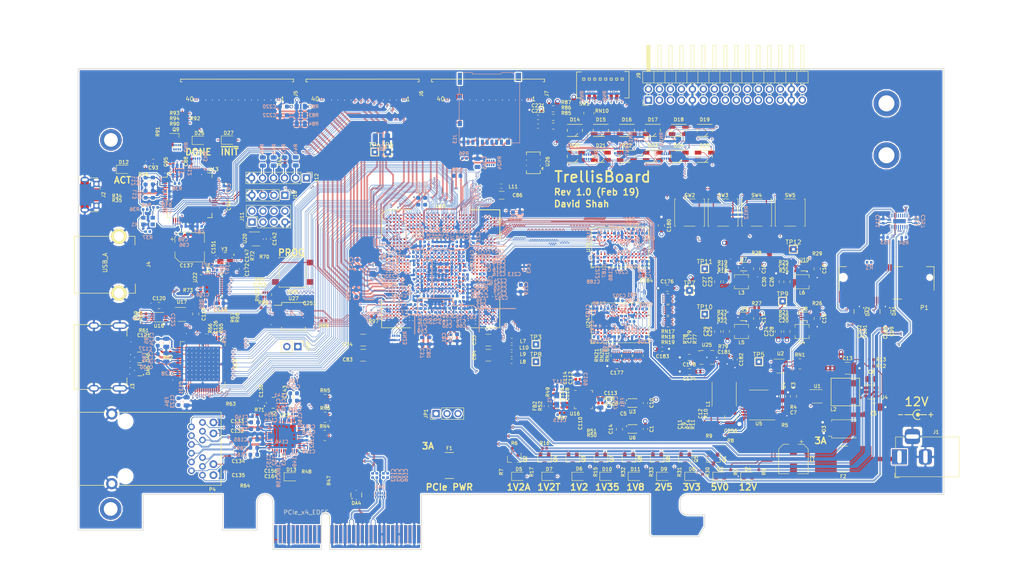
<source format=kicad_pcb>
(kicad_pcb (version 20171130) (host pcbnew 5.0.1)

  (general
    (thickness 1.6)
    (drawings 97)
    (tracks 25855)
    (zones 0)
    (modules 505)
    (nets 748)
  )

  (page A4)
  (layers
    (0 F.Cu signal)
    (1 In1.Cu signal)
    (2 In2.Cu signal)
    (3 In3.Cu signal)
    (4 In4.Cu signal)
    (5 In5.Cu signal)
    (6 In6.Cu signal)
    (31 B.Cu signal)
    (32 B.Adhes user)
    (33 F.Adhes user)
    (34 B.Paste user)
    (35 F.Paste user)
    (36 B.SilkS user)
    (37 F.SilkS user)
    (38 B.Mask user)
    (39 F.Mask user)
    (40 Dwgs.User user)
    (41 Cmts.User user)
    (42 Eco1.User user)
    (43 Eco2.User user)
    (44 Edge.Cuts user)
    (45 Margin user)
    (46 B.CrtYd user)
    (47 F.CrtYd user)
    (48 B.Fab user)
    (49 F.Fab user)
  )

  (setup
    (last_trace_width 0.1)
    (user_trace_width 0.1)
    (user_trace_width 0.15)
    (user_trace_width 0.2)
    (user_trace_width 0.25)
    (user_trace_width 0.35)
    (user_trace_width 0.5)
    (user_trace_width 0.8)
    (user_trace_width 1)
    (trace_clearance 0.0889)
    (zone_clearance 0.254)
    (zone_45_only no)
    (trace_min 0.0889)
    (segment_width 0.2)
    (edge_width 0.15)
    (via_size 0.4)
    (via_drill 0.2)
    (via_min_size 0.4)
    (via_min_drill 0.2)
    (user_via 0.6 0.3)
    (user_via 0.8 0.5)
    (user_via 1 0.6)
    (user_via 1.5 1)
    (user_via 2 1.5)
    (uvia_size 0.3)
    (uvia_drill 0.1)
    (uvias_allowed no)
    (uvia_min_size 0.2)
    (uvia_min_drill 0.1)
    (pcb_text_width 0.3)
    (pcb_text_size 1.5 1.5)
    (mod_edge_width 0.15)
    (mod_text_size 1 1)
    (mod_text_width 0.15)
    (pad_size 1.524 1.524)
    (pad_drill 0.762)
    (pad_to_mask_clearance 0.051)
    (solder_mask_min_width 0.25)
    (aux_axis_origin 0 0)
    (visible_elements FFFFFFFF)
    (pcbplotparams
      (layerselection 0x010fc_ffffffff)
      (usegerberextensions false)
      (usegerberattributes false)
      (usegerberadvancedattributes false)
      (creategerberjobfile false)
      (excludeedgelayer true)
      (linewidth 0.100000)
      (plotframeref false)
      (viasonmask false)
      (mode 1)
      (useauxorigin false)
      (hpglpennumber 1)
      (hpglpenspeed 20)
      (hpglpendiameter 15.000000)
      (psnegative false)
      (psa4output false)
      (plotreference true)
      (plotvalue true)
      (plotinvisibletext false)
      (padsonsilk false)
      (subtractmaskfromsilk false)
      (outputformat 1)
      (mirror false)
      (drillshape 1)
      (scaleselection 1)
      (outputdirectory ""))
  )

  (net 0 "")
  (net 1 "/PCIe + SATA/DCU1_REFCLK-")
  (net 2 "/PCIe + SATA/DCU1_REFCLK+")
  (net 3 DDR3_A4)
  (net 4 DDR3_A6)
  (net 5 DDR3_A5)
  (net 6 DDR3_A7)
  (net 7 /DDR3/DDR3_VTT)
  (net 8 "Net-(RN2-Pad5)")
  (net 9 "Net-(RN2-Pad6)")
  (net 10 "Net-(R38-Pad2)")
  (net 11 "Net-(RN2-Pad7)")
  (net 12 +3V3)
  (net 13 /Power/1V2_EN)
  (net 14 /Power/2V5_EN)
  (net 15 /Power/1V35_EN)
  (net 16 "Net-(RN1-Pad4)")
  (net 17 +5V)
  (net 18 "Net-(RN1-Pad5)")
  (net 19 USD_D0)
  (net 20 USD_D3)
  (net 21 USD_CMD)
  (net 22 USD_D2)
  (net 23 "Net-(RN23-Pad1)")
  (net 24 GND)
  (net 25 "/FPGA IO/CFG0")
  (net 26 "Net-(RN23-Pad8)")
  (net 27 "/FPGA IO/CFG1")
  (net 28 "/FPGA IO/CFG2")
  (net 29 "/FPGA IO/FLASH_D3")
  (net 30 "/FPGA IO/FLASH_D1")
  (net 31 "/FPGA IO/FLASH_D2")
  (net 32 "/FPGA IO/FLASH_D0")
  (net 33 DDR3_WE)
  (net 34 DDR3_CKE)
  (net 35 DDR3_CS)
  (net 36 DDR3_ODT)
  (net 37 DDR3_CAS)
  (net 38 DDR3_BA2)
  (net 39 DDR3_RAS)
  (net 40 DDR3_BA1)
  (net 41 DDR3_A12)
  (net 42 DDR3_A14)
  (net 43 DDR3_A13)
  (net 44 DDR3_BA0)
  (net 45 DDR3_A11)
  (net 46 DDR3_A9)
  (net 47 DDR3_A10)
  (net 48 DDR3_A8)
  (net 49 DDR3_A0)
  (net 50 DDR3_A2)
  (net 51 DDR3_A1)
  (net 52 DDR3_A3)
  (net 53 "/HDMI, GbE, USB/ETH_LED2")
  (net 54 ETH_~RESET)
  (net 55 "/HDMI, GbE, USB/ETH_LED1")
  (net 56 RGMII_REF_CLK)
  (net 57 "Net-(D18-Pad4)")
  (net 58 "Net-(D20-Pad4)")
  (net 59 "Net-(D19-Pad4)")
  (net 60 "Net-(D21-Pad4)")
  (net 61 "Net-(D25-Pad4)")
  (net 62 "Net-(D23-Pad4)")
  (net 63 "Net-(D24-Pad4)")
  (net 64 "Net-(D22-Pad4)")
  (net 65 FTDI_D1_RX)
  (net 66 FTDI_~WR)
  (net 67 FTDI_~RD)
  (net 68 FTDI_~SIWU)
  (net 69 RGMII_RXD0)
  (net 70 RGMII_RXD2)
  (net 71 RGMII_RXD1)
  (net 72 RGMII_RXD3)
  (net 73 RGMII_RX_DV)
  (net 74 ETH_MDIO)
  (net 75 RGMII_RX_CLK)
  (net 76 ETH_INT_N)
  (net 77 "Net-(D17-Pad1)")
  (net 78 "Net-(D16-Pad1)")
  (net 79 "Net-(D14-Pad1)")
  (net 80 "Net-(D15-Pad1)")
  (net 81 DIP_SW1)
  (net 82 DIP_SW0)
  (net 83 DIP_SW2)
  (net 84 DIP_SW3)
  (net 85 DIP_SW7)
  (net 86 DIP_SW6)
  (net 87 DIP_SW4)
  (net 88 DIP_SW5)
  (net 89 "Net-(D14-Pad4)")
  (net 90 "Net-(D16-Pad4)")
  (net 91 "Net-(D15-Pad4)")
  (net 92 "Net-(D17-Pad4)")
  (net 93 "Net-(D21-Pad1)")
  (net 94 "Net-(D20-Pad1)")
  (net 95 "Net-(D18-Pad1)")
  (net 96 "Net-(D19-Pad1)")
  (net 97 BTN1)
  (net 98 BTN0)
  (net 99 BTN2)
  (net 100 BTN3)
  (net 101 "Net-(D25-Pad1)")
  (net 102 "Net-(D24-Pad1)")
  (net 103 "Net-(D22-Pad1)")
  (net 104 "Net-(D23-Pad1)")
  (net 105 "/FPGA IO/VCCIO7")
  (net 106 "Net-(R44-Pad2)")
  (net 107 JTAG_TDO)
  (net 108 JTAG_TDI)
  (net 109 "Net-(R43-Pad2)")
  (net 110 "Net-(R42-Pad2)")
  (net 111 JTAG_TCK)
  (net 112 JTAG_TMS)
  (net 113 "Net-(R45-Pad2)")
  (net 114 "/PCIe + SATA/CLKAUXO+")
  (net 115 +1V8)
  (net 116 +2V5)
  (net 117 "/PCIe + SATA/CLKAUXO-")
  (net 118 "/FPGA IO/VCCIO6")
  (net 119 CLK_SDA)
  (net 120 "Net-(R36-Pad2)")
  (net 121 FPGA_12MHz)
  (net 122 "/PCIe + SATA/PCIe_REFCLK+")
  (net 123 "/PCIe + SATA/PCIe_REFCLK-")
  (net 124 PCIe_12V)
  (net 125 "Net-(D13-Pad2)")
  (net 126 ~PERST)
  (net 127 "Net-(P3-PadA11)")
  (net 128 "Net-(D12-Pad2)")
  (net 129 "Net-(R40-Pad1)")
  (net 130 "Net-(R39-Pad1)")
  (net 131 "Net-(R38-Pad1)")
  (net 132 "Net-(R12-Pad2)")
  (net 133 "/PCIe + SATA/3V3_C")
  (net 134 "/PCIe + SATA/3V3_CA")
  (net 135 "Net-(R57-Pad1)")
  (net 136 "Net-(R58-Pad2)")
  (net 137 FABRIC_REFCLK)
  (net 138 "/HDMI, GbE, USB/PORT_SCL")
  (net 139 "/HDMI, GbE, USB/PORT_SDA")
  (net 140 "Net-(C121-Pad1)")
  (net 141 "Net-(R62-Pad1)")
  (net 142 /Power/3V3_PG)
  (net 143 "Net-(D27-Pad2)")
  (net 144 "/FPGA IO/~PROGRAM")
  (net 145 "Net-(R80-Pad1)")
  (net 146 "Net-(R81-Pad1)")
  (net 147 "/FPGA IO/FLASH_~CS")
  (net 148 "/FPGA IO/FLASH_CLK")
  (net 149 "/FPGA IO/DONE")
  (net 150 "Net-(Q9-Pad1)")
  (net 151 "Net-(D26-Pad2)")
  (net 152 "Net-(R79-Pad1)")
  (net 153 "/FPGA IO/~INIT")
  (net 154 "Net-(C9-Pad1)")
  (net 155 "Net-(C11-Pad1)")
  (net 156 "Net-(Q2-Pad3)")
  (net 157 "Net-(D5-Pad1)")
  (net 158 /Power/1V2_PG)
  (net 159 USD_D1)
  (net 160 USD_CLK)
  (net 161 "Net-(R97-Pad1)")
  (net 162 "Net-(Q2-Pad1)")
  (net 163 +1V2A)
  (net 164 "Net-(R5-Pad2)")
  (net 165 "Net-(D2-Pad2)")
  (net 166 "Net-(C7-Pad1)")
  (net 167 "Net-(D4-Pad2)")
  (net 168 +12V)
  (net 169 "Net-(R74-Pad1)")
  (net 170 "/Debug Interface/PORT_D-")
  (net 171 "/Debug Interface/FTDI_D-")
  (net 172 "/Debug Interface/FTDI_D+")
  (net 173 "/Debug Interface/PORT_D+")
  (net 174 "Net-(C22-Pad2)")
  (net 175 "Net-(R71-Pad2)")
  (net 176 "/HDMI, GbE, USB/USB_XO")
  (net 177 "/HDMI, GbE, USB/USB_XI")
  (net 178 "Net-(R73-Pad1)")
  (net 179 "/HDMI, GbE, USB/USBA_VBUS")
  (net 180 "/HDMI, GbE, USB/EXTVBUS")
  (net 181 DVI_SCL)
  (net 182 DVI_SDA)
  (net 183 CLK_SCL)
  (net 184 "Net-(R70-Pad1)")
  (net 185 "Net-(C175-Pad2)")
  (net 186 DDR3_CLK+)
  (net 187 "Net-(P4-Pad16)")
  (net 188 "Net-(R66-Pad1)")
  (net 189 "Net-(R65-Pad1)")
  (net 190 "/HDMI, GbE, USB/HDMI_HPD")
  (net 191 DDR3_CLK-)
  (net 192 "Net-(C179-Pad1)")
  (net 193 +1V35)
  (net 194 +1V2)
  (net 195 "Net-(D10-Pad2)")
  (net 196 "Net-(P4-Pad14)")
  (net 197 "Net-(C12-Pad2)")
  (net 198 "Net-(D6-Pad2)")
  (net 199 +1V2T)
  (net 200 "Net-(Q4-Pad1)")
  (net 201 "Net-(Q4-Pad3)")
  (net 202 "Net-(D7-Pad1)")
  (net 203 "Net-(C19-Pad2)")
  (net 204 "Net-(C20-Pad2)")
  (net 205 "Net-(C21-Pad2)")
  (net 206 "/Debug Interface/FTDI_12MHz")
  (net 207 "Net-(D11-Pad2)")
  (net 208 /Power/2V5_PG)
  (net 209 /Power/1V35_PG)
  (net 210 /Power/1V8_PG)
  (net 211 "Net-(D8-Pad2)")
  (net 212 "Net-(D9-Pad2)")
  (net 213 "Net-(C8-Pad2)")
  (net 214 "Net-(C8-Pad1)")
  (net 215 /Power/PWR_EN)
  (net 216 "/HDMI, GbE, USB/HDMI_5V")
  (net 217 "Net-(U17-Pad3)")
  (net 218 "Net-(D9-Pad1)")
  (net 219 "Net-(D11-Pad1)")
  (net 220 "Net-(D26-Pad1)")
  (net 221 "Net-(D2-Pad1)")
  (net 222 "Net-(D6-Pad1)")
  (net 223 "Net-(D10-Pad1)")
  (net 224 "Net-(D8-Pad1)")
  (net 225 "Net-(U1-Pad3)")
  (net 226 DDR3_Vref)
  (net 227 DDR3_Vtt_EN)
  (net 228 "Net-(U5-Pad2)")
  (net 229 "Net-(L1-Pad1)")
  (net 230 "Net-(C11-Pad2)")
  (net 231 "Net-(U13-Pad3)")
  (net 232 "/Debug Interface/Vphy")
  (net 233 "/Debug Interface/Vpll")
  (net 234 "/Debug Interface/JTAG_ACT")
  (net 235 "Net-(U13-Pad22)")
  (net 236 "Net-(U13-Pad23)")
  (net 237 "Net-(U13-Pad24)")
  (net 238 "Net-(U13-Pad26)")
  (net 239 "Net-(U13-Pad27)")
  (net 240 "Net-(U13-Pad28)")
  (net 241 "Net-(U13-Pad29)")
  (net 242 "Net-(U13-Pad30)")
  (net 243 "Net-(U13-Pad32)")
  (net 244 "Net-(U13-Pad33)")
  (net 245 "Net-(U13-Pad34)")
  (net 246 "Net-(U13-Pad36)")
  (net 247 FTDI_D0_TX)
  (net 248 FTDI_D2)
  (net 249 FTDI_D3)
  (net 250 FTDI_D4)
  (net 251 FTDI_D5)
  (net 252 FTDI_D6)
  (net 253 FTDI_D7)
  (net 254 FTDI_~RXF)
  (net 255 "Net-(U13-Pad49)")
  (net 256 "Net-(U13-Pad50)")
  (net 257 FTDI_~TXE)
  (net 258 "Net-(U13-Pad57)")
  (net 259 "Net-(U13-Pad58)")
  (net 260 "Net-(U13-Pad59)")
  (net 261 "Net-(U13-Pad60)")
  (net 262 "/HDMI, GbE, USB/DVI_DVDD")
  (net 263 DVI_DE)
  (net 264 DVI_HSYNC)
  (net 265 DVI_VSYNC)
  (net 266 "Net-(U19-Pad11)")
  (net 267 "/HDMI, GbE, USB/DVI_PVDD")
  (net 268 "/HDMI, GbE, USB/TMDS_CLK-")
  (net 269 "/HDMI, GbE, USB/TMDS_CLK+")
  (net 270 "/HDMI, GbE, USB/DVI_TVDD")
  (net 271 "/HDMI, GbE, USB/TMDS_D0-")
  (net 272 "/HDMI, GbE, USB/TMDS_D0+")
  (net 273 "/HDMI, GbE, USB/TMDS_D1-")
  (net 274 "/HDMI, GbE, USB/TMDS_D1+")
  (net 275 "/HDMI, GbE, USB/TMDS_D2-")
  (net 276 "/HDMI, GbE, USB/TMDS_D2+")
  (net 277 DVI_D23)
  (net 278 DVI_D22)
  (net 279 DVI_D21)
  (net 280 DVI_D20)
  (net 281 DVI_D19)
  (net 282 DVI_D18)
  (net 283 DVI_D17)
  (net 284 DVI_D16)
  (net 285 DVI_D15)
  (net 286 DVI_D14)
  (net 287 DVI_D13)
  (net 288 DVI_D12)
  (net 289 "Net-(U19-Pad49)")
  (net 290 DVI_D11)
  (net 291 DVI_D10)
  (net 292 DVI_D9)
  (net 293 DVI_D8)
  (net 294 DVI_D7)
  (net 295 DVI_D6)
  (net 296 DVI_CLK)
  (net 297 DVI_D5)
  (net 298 DVI_D4)
  (net 299 DVI_D3)
  (net 300 DVI_D2)
  (net 301 DVI_D1)
  (net 302 DVI_D0)
  (net 303 "/HDMI, GbE, USB/AVDDH")
  (net 304 "/HDMI, GbE, USB/MX4-")
  (net 305 "/HDMI, GbE, USB/MX4+")
  (net 306 "/HDMI, GbE, USB/AVDDL")
  (net 307 "/HDMI, GbE, USB/MX3-")
  (net 308 "/HDMI, GbE, USB/MX3+")
  (net 309 "/HDMI, GbE, USB/MX2-")
  (net 310 "/HDMI, GbE, USB/MX2+")
  (net 311 "/HDMI, GbE, USB/MX1-")
  (net 312 "/HDMI, GbE, USB/MX1+")
  (net 313 "Net-(U21-Pad13)")
  (net 314 RGMII_TXD0)
  (net 315 RGMII_TXD1)
  (net 316 RGMII_TXD2)
  (net 317 RGMII_TXD3)
  (net 318 RGMII_TX_CLK)
  (net 319 RGMII_TX_EN)
  (net 320 ETH_MDC)
  (net 321 "Net-(U21-Pad43)")
  (net 322 "/HDMI, GbE, USB/AVDDL_PLL")
  (net 323 "/HDMI, GbE, USB/ETH_XO")
  (net 324 "/HDMI, GbE, USB/ETH_XI")
  (net 325 "Net-(U21-Pad47)")
  (net 326 "Net-(U22-Pad3)")
  (net 327 "Net-(U22-Pad5)")
  (net 328 "/HDMI, GbE, USB/USBA_D+")
  (net 329 "/HDMI, GbE, USB/USBA_D-")
  (net 330 ULPI_RESET)
  (net 331 ULPI_NXT)
  (net 332 ULPI_DIR)
  (net 333 ULPI_STP)
  (net 334 ULPI_CLKO)
  (net 335 "/HDMI, GbE, USB/USB1V8")
  (net 336 ULPI_D7)
  (net 337 ULPI_D6)
  (net 338 ULPI_D5)
  (net 339 ULPI_D4)
  (net 340 ULPI_D3)
  (net 341 ULPI_D2)
  (net 342 ULPI_D1)
  (net 343 ULPI_D0)
  (net 344 "Net-(C117-Pad1)")
  (net 345 "Net-(C115-Pad2)")
  (net 346 CLK_SD_OE)
  (net 347 "/PCIe + SATA/1V8_C")
  (net 348 "Net-(U16-Pad16)")
  (net 349 "/PCIe + SATA/DCU0_REFCLK-")
  (net 350 "/PCIe + SATA/DCU0_REFCLK+")
  (net 351 "Net-(U16-Pad24)")
  (net 352 DDR3_DQ13)
  (net 353 DDR3_DQ15)
  (net 354 DDR3_DQ12)
  (net 355 DDR3_DQS1-)
  (net 356 DDR3_DQ14)
  (net 357 DDR3_DQ11)
  (net 358 DDR3_DQ9)
  (net 359 DDR3_DQS1+)
  (net 360 DDR3_DQ10)
  (net 361 DDR3_DM1)
  (net 362 DDR3_DQ8)
  (net 363 DDR3_DQ0)
  (net 364 DDR3_DM0)
  (net 365 DDR3_DQ2)
  (net 366 DDR3_DQS0+)
  (net 367 DDR3_DQ1)
  (net 368 DDR3_DQ3)
  (net 369 DDR3_DQ6)
  (net 370 DDR3_DQS0-)
  (net 371 DDR3_DQ4)
  (net 372 DDR3_DQ7)
  (net 373 DDR3_DQ5)
  (net 374 "Net-(U23-PadJ1)")
  (net 375 "Net-(U23-PadJ9)")
  (net 376 "Net-(U23-PadL1)")
  (net 377 "Net-(U23-PadL9)")
  (net 378 "Net-(U23-PadM7)")
  (net 379 DDR3_RESET)
  (net 380 "Net-(U24-PadM7)")
  (net 381 "Net-(U24-PadL9)")
  (net 382 "Net-(U24-PadL1)")
  (net 383 "Net-(U24-PadJ9)")
  (net 384 "Net-(U24-PadJ1)")
  (net 385 DDR3_DQ21)
  (net 386 DDR3_DQ23)
  (net 387 DDR3_DQ20)
  (net 388 DDR3_DQS2-)
  (net 389 DDR3_DQ22)
  (net 390 DDR3_DQ19)
  (net 391 DDR3_DQ17)
  (net 392 DDR3_DQS2+)
  (net 393 DDR3_DQ18)
  (net 394 DDR3_DM2)
  (net 395 DDR3_DQ16)
  (net 396 DDR3_DQ24)
  (net 397 DDR3_DM3)
  (net 398 DDR3_DQ26)
  (net 399 DDR3_DQS3+)
  (net 400 DDR3_DQ25)
  (net 401 DDR3_DQ27)
  (net 402 DDR3_DQ30)
  (net 403 DDR3_DQS3-)
  (net 404 DDR3_DQ28)
  (net 405 DDR3_DQ31)
  (net 406 DDR3_DQ29)
  (net 407 "Net-(X1-Pad1)")
  (net 408 "Net-(L4-Pad1)")
  (net 409 "Net-(L5-Pad1)")
  (net 410 "Net-(L3-Pad1)")
  (net 411 "Net-(L6-Pad1)")
  (net 412 "/FPGA Core Power/VCCHTX1")
  (net 413 "/FPGA Core Power/VCCHTX0")
  (net 414 "/FPGA Core Power/VCCA0")
  (net 415 "/FPGA Core Power/VCCAUX")
  (net 416 "/FPGA Core Power/VCCA1")
  (net 417 "/PCIe + SATA/DCU1_RX1-")
  (net 418 "/PCIe + SATA/DCU1_RX1+")
  (net 419 "/PCIe + SATA/DCU1_RX0-")
  (net 420 "/PCIe + SATA/DCU1_RX0+")
  (net 421 "/PCIe + SATA/PCIe_HSI0+")
  (net 422 "/PCIe + SATA/PCIe_HSI0-")
  (net 423 "/PCIe + SATA/PCIe_HSI1+")
  (net 424 "/PCIe + SATA/PCIe_HSI1-")
  (net 425 "/PCIe + SATA/DCU0_RX0+")
  (net 426 "/PCIe + SATA/DCU0_RX0-")
  (net 427 "/PCIe + SATA/DCU0_RX1+")
  (net 428 "/PCIe + SATA/DCU0_RX1-")
  (net 429 "Net-(U6-Pad2)")
  (net 430 "Net-(U6-Pad5)")
  (net 431 "Net-(U3-Pad5)")
  (net 432 "Net-(U3-Pad2)")
  (net 433 "Net-(U10-Pad4)")
  (net 434 "Net-(U9-Pad4)")
  (net 435 "Net-(U8-Pad4)")
  (net 436 "Net-(U7-Pad4)")
  (net 437 "Net-(J5-Pad38)")
  (net 438 "/FPGA IO/EXT0_11-")
  (net 439 "/FPGA IO/EXT0_11+")
  (net 440 "/FPGA IO/EXT0_10-")
  (net 441 "/FPGA IO/EXT0_10+")
  (net 442 "/FPGA IO/EXT0_9-")
  (net 443 "/FPGA IO/EXT0_9+")
  (net 444 "/FPGA IO/EXT0_8-")
  (net 445 "/FPGA IO/EXT0_8+")
  (net 446 "/FPGA IO/EXT0_7-")
  (net 447 "/FPGA IO/EXT0_7+")
  (net 448 "/FPGA IO/EXT0_6-")
  (net 449 "/FPGA IO/EXT0_6+")
  (net 450 "/FPGA IO/EXT0_5-")
  (net 451 "/FPGA IO/EXT0_5+")
  (net 452 "/FPGA IO/EXT0_4-")
  (net 453 "/FPGA IO/EXT0_4+")
  (net 454 "/FPGA IO/EXT0_3-")
  (net 455 "/FPGA IO/EXT0_3+")
  (net 456 "/FPGA IO/EXT0_2-")
  (net 457 "/FPGA IO/EXT0_2+")
  (net 458 "/FPGA IO/EXT0_1-")
  (net 459 "/FPGA IO/EXT0_1+")
  (net 460 "/FPGA IO/EXT0_0-")
  (net 461 "/FPGA IO/EXT0_0+")
  (net 462 "Net-(J6-Pad38)")
  (net 463 "/FPGA IO/EXT1_11-")
  (net 464 "/FPGA IO/EXT1_11+")
  (net 465 "/FPGA IO/EXT1_10-")
  (net 466 "/FPGA IO/EXT1_10+")
  (net 467 "/FPGA IO/EXT1_9-")
  (net 468 "/FPGA IO/EXT1_9+")
  (net 469 "/FPGA IO/EXT1_8-")
  (net 470 "/FPGA IO/EXT1_8+")
  (net 471 "/FPGA IO/EXT1_7-")
  (net 472 "/FPGA IO/EXT1_7+")
  (net 473 "/FPGA IO/EXT1_6-")
  (net 474 "/FPGA IO/EXT1_6+")
  (net 475 "/FPGA IO/EXT1_5-")
  (net 476 "/FPGA IO/EXT1_5+")
  (net 477 "/FPGA IO/EXT1_4-")
  (net 478 "/FPGA IO/EXT1_4+")
  (net 479 "/FPGA IO/EXT1_3-")
  (net 480 "/FPGA IO/EXT1_3+")
  (net 481 "/FPGA IO/EXT1_2-")
  (net 482 "/FPGA IO/EXT1_2+")
  (net 483 "/FPGA IO/EXT1_1-")
  (net 484 "/FPGA IO/EXT1_1+")
  (net 485 "/FPGA IO/EXT1_0-")
  (net 486 "/FPGA IO/EXT1_0+")
  (net 487 "/FPGA IO/EXT2_0+")
  (net 488 "/FPGA IO/EXT2_0-")
  (net 489 "/FPGA IO/EXT2_1+")
  (net 490 "/FPGA IO/EXT2_1-")
  (net 491 "/FPGA IO/EXT2_2+")
  (net 492 "/FPGA IO/EXT2_2-")
  (net 493 "/FPGA IO/EXT2_3+")
  (net 494 "/FPGA IO/EXT2_3-")
  (net 495 "/FPGA IO/EXT2_4+")
  (net 496 "/FPGA IO/EXT2_4-")
  (net 497 "/FPGA IO/EXT2_5+")
  (net 498 "/FPGA IO/EXT2_5-")
  (net 499 "/FPGA IO/EXT2_6+")
  (net 500 "/FPGA IO/EXT2_6-")
  (net 501 "/FPGA IO/EXT2_7+")
  (net 502 "/FPGA IO/EXT2_7-")
  (net 503 "/FPGA IO/EXT2_8+")
  (net 504 "/FPGA IO/EXT2_8-")
  (net 505 "/FPGA IO/EXT2_9+")
  (net 506 "/FPGA IO/EXT2_9-")
  (net 507 "/FPGA IO/EXT2_10+")
  (net 508 "/FPGA IO/EXT2_10-")
  (net 509 "/FPGA IO/EXT2_11+")
  (net 510 "/FPGA IO/EXT2_11-")
  (net 511 "Net-(J7-Pad38)")
  (net 512 "Net-(C132-Pad1)")
  (net 513 "Net-(C135-Pad1)")
  (net 514 "Net-(C133-Pad1)")
  (net 515 "Net-(C134-Pad1)")
  (net 516 "Net-(P3-PadB5)")
  (net 517 "Net-(P3-PadB6)")
  (net 518 "Net-(P3-PadB8)")
  (net 519 "Net-(P3-PadB9)")
  (net 520 "Net-(P3-PadB10)")
  (net 521 PCIe_~WAKE)
  (net 522 "Net-(P3-PadB12)")
  (net 523 "/PCIe + SATA/~PRSNT2~_X1")
  (net 524 "Net-(P3-PadB23)")
  (net 525 "Net-(P3-PadB24)")
  (net 526 "Net-(P3-PadB27)")
  (net 527 "Net-(P3-PadB28)")
  (net 528 "Net-(P3-PadB30)")
  (net 529 "/PCIe + SATA/~PRSNT2~_X4")
  (net 530 "/PCIe + SATA/~PRSNT1")
  (net 531 "Net-(P3-PadA5)")
  (net 532 "Net-(P3-PadA6)")
  (net 533 "Net-(P3-PadA7)")
  (net 534 "Net-(P3-PadA8)")
  (net 535 "Net-(P3-PadA9)")
  (net 536 "Net-(P3-PadA10)")
  (net 537 "Net-(P3-PadA19)")
  (net 538 "Net-(P3-PadA25)")
  (net 539 "Net-(P3-PadA26)")
  (net 540 "Net-(P3-PadA29)")
  (net 541 "Net-(P3-PadA30)")
  (net 542 "Net-(P3-PadA32)")
  (net 543 "Net-(U26-Pad1)")
  (net 544 "Net-(U26-Pad2)")
  (net 545 "/FPGA IO/CLK100+")
  (net 546 "/FPGA IO/CLK100-")
  (net 547 "Net-(J3-Pad14)")
  (net 548 "Net-(J3-Pad13)")
  (net 549 LED2)
  (net 550 LED11)
  (net 551 LED10)
  (net 552 LED0)
  (net 553 LED1)
  (net 554 LED3)
  (net 555 LED4)
  (net 556 LED5)
  (net 557 LED6)
  (net 558 LED7)
  (net 559 LED8)
  (net 560 LED9)
  (net 561 "Net-(F2-Pad2)")
  (net 562 "Net-(U15-PadR1)")
  (net 563 "Net-(U15-PadA2)")
  (net 564 "Net-(U15-PadT2)")
  (net 565 "Net-(U15-PadAB2)")
  (net 566 "Net-(U15-PadAC2)")
  (net 567 "Net-(U15-PadAE2)")
  (net 568 "Net-(U15-PadAG2)")
  (net 569 "Net-(U15-PadA3)")
  (net 570 "Net-(U15-PadV3)")
  (net 571 "Net-(U15-PadW3)")
  (net 572 "Net-(U15-PadY3)")
  (net 573 "Net-(U15-PadAC3)")
  (net 574 "Net-(U15-PadAG3)")
  (net 575 "Net-(U15-PadAL3)")
  (net 576 "Net-(U15-PadB4)")
  (net 577 "Net-(U15-PadH4)")
  (net 578 "Net-(U15-PadAC4)")
  (net 579 "Net-(U15-PadA5)")
  (net 580 "Net-(U15-PadL5)")
  (net 581 "Net-(U15-PadW6)")
  (net 582 "Net-(U15-PadD7)")
  (net 583 "Net-(U15-PadE7)")
  (net 584 "Net-(U15-PadAE7)")
  (net 585 "Net-(U15-PadG9)")
  (net 586 "/PCIe + SATA/DCU0_TX0+")
  (net 587 "Net-(U15-PadG10)")
  (net 588 "/PCIe + SATA/DCU0_TX0-")
  (net 589 "Net-(U15-PadG11)")
  (net 590 "/PCIe + SATA/DCU0_TX1+")
  (net 591 "/PCIe + SATA/DCU0_TX1-")
  (net 592 "/FPGA IO/PMOD1_10")
  (net 593 "/FPGA IO/PMOD1_9")
  (net 594 "Net-(U15-PadG14)")
  (net 595 "Net-(U15-PadG15)")
  (net 596 "Net-(U15-PadAK15)")
  (net 597 "Net-(U15-PadG16)")
  (net 598 "Net-(U15-PadAK16)")
  (net 599 "Net-(U15-PadG17)")
  (net 600 "Net-(U15-PadG18)")
  (net 601 "/PCIe + SATA/DCU1_TX0+")
  (net 602 "Net-(U15-PadG19)")
  (net 603 "/PCIe + SATA/DCU1_TX0-")
  (net 604 "/FPGA IO/PMOD1_8")
  (net 605 "/FPGA IO/PMOD1_7")
  (net 606 "/PCIe + SATA/DCU1_TX1+")
  (net 607 "/PCIe + SATA/DCU1_TX1-")
  (net 608 "/FPGA IO/EXIO_5")
  (net 609 "/FPGA IO/EXIO_4")
  (net 610 "/FPGA IO/EXIO_3")
  (net 611 "Net-(U15-PadG22)")
  (net 612 "/FPGA IO/PMOD1_3")
  (net 613 "/FPGA IO/PMOD1_2")
  (net 614 "/FPGA IO/PMOD1_0")
  (net 615 "/FPGA IO/PMOD1_1")
  (net 616 "/FPGA IO/EXIO_2")
  (net 617 "Net-(U15-PadG23)")
  (net 618 "/FPGA IO/EXIO_1")
  (net 619 "/FPGA IO/PMOD0_10")
  (net 620 "/FPGA IO/EXIO_0")
  (net 621 "/FPGA IO/PMOD0_9")
  (net 622 "Net-(U15-PadG24)")
  (net 623 "Net-(U15-PadAG24)")
  (net 624 "Net-(U15-PadAK24)")
  (net 625 "/FPGA IO/PMOD0_8")
  (net 626 "/FPGA IO/PMOD0_3")
  (net 627 "/FPGA IO/PMOD0_7")
  (net 628 "/FPGA IO/PMOD0_2")
  (net 629 "/FPGA IO/PMOD0_1")
  (net 630 "Net-(U15-PadAK25)")
  (net 631 "/FPGA IO/PMOD0_0")
  (net 632 "Net-(U15-PadB26)")
  (net 633 "Net-(U15-PadE26)")
  (net 634 "Net-(U15-PadAE26)")
  (net 635 "Net-(U15-PadH27)")
  (net 636 "Net-(U15-PadJ27)")
  (net 637 "Net-(U15-PadW27)")
  (net 638 "Net-(U15-PadC28)")
  (net 639 "Net-(U15-PadD28)")
  (net 640 "Net-(U15-PadH28)")
  (net 641 "Net-(U15-PadL28)")
  (net 642 "Net-(U15-PadP28)")
  (net 643 "Net-(U15-PadAC28)")
  (net 644 "Net-(U15-PadAE28)")
  (net 645 "Net-(U15-PadC29)")
  (net 646 "Net-(U15-PadH29)")
  (net 647 "Net-(U15-PadP29)")
  (net 648 "Net-(U15-PadAB29)")
  (net 649 "Net-(U15-PadAC29)")
  (net 650 "Net-(U15-PadAE29)")
  (net 651 "Net-(U15-PadAJ29)")
  (net 652 "Net-(U15-PadC30)")
  (net 653 "Net-(U15-PadP30)")
  (net 654 "Net-(U15-PadR30)")
  (net 655 "Net-(U15-PadV30)")
  (net 656 "Net-(U15-PadAB30)")
  (net 657 "Net-(U15-PadAE30)")
  (net 658 "Net-(U15-PadAJ30)")
  (net 659 "Net-(U15-PadA31)")
  (net 660 "Net-(U15-PadAG31)")
  (net 661 "Net-(U15-PadAK31)")
  (net 662 "Net-(U15-PadAG32)")
  (net 663 "Net-(J2-Pad1)")
  (net 664 "Net-(J2-Pad4)")
  (net 665 "Net-(U15-PadT30)")
  (net 666 "Net-(U15-PadAE27)")
  (net 667 "Net-(U15-PadAD27)")
  (net 668 "Net-(U15-PadF30)")
  (net 669 "Net-(U15-PadN27)")
  (net 670 "Net-(U15-PadU27)")
  (net 671 "Net-(U15-PadU29)")
  (net 672 "Net-(U15-PadW30)")
  (net 673 "Net-(U15-PadY30)")
  (net 674 "Net-(U15-PadY29)")
  (net 675 "Net-(U15-PadW1)")
  (net 676 "Net-(U15-PadV1)")
  (net 677 "Net-(U15-PadY7)")
  (net 678 "Net-(U15-PadY6)")
  (net 679 "Net-(U15-PadAC5)")
  (net 680 "Net-(U15-PadAD4)")
  (net 681 "Net-(U15-PadY4)")
  (net 682 "Net-(U15-PadW4)")
  (net 683 "Net-(U15-PadK4)")
  (net 684 "Net-(U15-PadJ4)")
  (net 685 "Net-(U15-PadL3)")
  (net 686 "Net-(U15-PadL2)")
  (net 687 "Net-(U15-PadK2)")
  (net 688 "Net-(U15-PadL1)")
  (net 689 "Net-(U15-PadK1)")
  (net 690 "Net-(U15-PadJ1)")
  (net 691 "Net-(U15-PadD1)")
  (net 692 "Net-(U15-PadC1)")
  (net 693 "Net-(U15-PadF2)")
  (net 694 "Net-(U15-PadE1)")
  (net 695 "Net-(U15-PadE4)")
  (net 696 "Net-(U15-PadD4)")
  (net 697 "Net-(P1-Pad52)")
  (net 698 M2_CLKSEL)
  (net 699 "Net-(R54-Pad1)")
  (net 700 "/PCIe + SATA/M2_REFCLK+")
  (net 701 "/PCIe + SATA/M2_REFCLK-")
  (net 702 "Net-(U11-Pad17)")
  (net 703 "Net-(U11-Pad16)")
  (net 704 "/PCIe + SATA/CLKREFO+")
  (net 705 "/PCIe + SATA/CLKREFO-")
  (net 706 "/PCIe + SATA/M2_RX0+")
  (net 707 "/PCIe + SATA/M2_RX0-")
  (net 708 "/PCIe + SATA/M2_RX1+")
  (net 709 "/PCIe + SATA/M2_RX1-")
  (net 710 M2_CTS)
  (net 711 M2_RTS)
  (net 712 M2_SDIO_D0)
  (net 713 M2_TXD)
  (net 714 M2_SDIO_D3)
  (net 715 M2_SDIO_D2)
  (net 716 M2_SDIO_D1)
  (net 717 M2_SDIO_CLK)
  (net 718 M2_SDIO_CMD)
  (net 719 "Net-(P1-Pad3)")
  (net 720 "Net-(P1-Pad5)")
  (net 721 "Net-(P1-Pad6)")
  (net 722 "Net-(P1-Pad8)")
  (net 723 "Net-(P1-Pad10)")
  (net 724 "Net-(P1-Pad12)")
  (net 725 "Net-(P1-Pad14)")
  (net 726 "Net-(P1-Pad16)")
  (net 727 "Net-(P1-Pad20)")
  (net 728 "Net-(P1-Pad21)")
  (net 729 "Net-(P1-Pad23)")
  (net 730 "Net-(P1-Pad38)")
  (net 731 "Net-(P1-Pad40)")
  (net 732 "Net-(P1-Pad42)")
  (net 733 "Net-(P1-Pad44)")
  (net 734 "Net-(P1-Pad46)")
  (net 735 "Net-(P1-Pad48)")
  (net 736 "Net-(P1-Pad50)")
  (net 737 "Net-(P1-Pad53)")
  (net 738 "Net-(P1-Pad54)")
  (net 739 "Net-(P1-Pad55)")
  (net 740 "Net-(P1-Pad56)")
  (net 741 "Net-(P1-Pad58)")
  (net 742 "Net-(P1-Pad60)")
  (net 743 "Net-(P1-Pad62)")
  (net 744 "Net-(P1-Pad64)")
  (net 745 "Net-(P1-Pad66)")
  (net 746 "Net-(P1-Pad68)")
  (net 747 "Net-(P1-Pad70)")

  (net_class Default "This is the default net class."
    (clearance 0.0889)
    (trace_width 0.0889)
    (via_dia 0.4)
    (via_drill 0.2)
    (uvia_dia 0.3)
    (uvia_drill 0.1)
    (diff_pair_gap 0.11)
    (diff_pair_width 0.11)
    (add_net +12V)
    (add_net +1V2)
    (add_net +1V2A)
    (add_net +1V2T)
    (add_net +1V35)
    (add_net +1V8)
    (add_net +2V5)
    (add_net +3V3)
    (add_net +5V)
    (add_net /DDR3/DDR3_VTT)
    (add_net "/Debug Interface/FTDI_12MHz")
    (add_net "/Debug Interface/FTDI_D+")
    (add_net "/Debug Interface/FTDI_D-")
    (add_net "/Debug Interface/JTAG_ACT")
    (add_net "/Debug Interface/PORT_D+")
    (add_net "/Debug Interface/PORT_D-")
    (add_net "/Debug Interface/Vphy")
    (add_net "/Debug Interface/Vpll")
    (add_net "/FPGA Core Power/VCCA0")
    (add_net "/FPGA Core Power/VCCA1")
    (add_net "/FPGA Core Power/VCCAUX")
    (add_net "/FPGA Core Power/VCCHTX0")
    (add_net "/FPGA Core Power/VCCHTX1")
    (add_net "/FPGA IO/CFG0")
    (add_net "/FPGA IO/CFG1")
    (add_net "/FPGA IO/CFG2")
    (add_net "/FPGA IO/CLK100+")
    (add_net "/FPGA IO/CLK100-")
    (add_net "/FPGA IO/DONE")
    (add_net "/FPGA IO/EXIO_0")
    (add_net "/FPGA IO/EXIO_1")
    (add_net "/FPGA IO/EXIO_2")
    (add_net "/FPGA IO/EXIO_3")
    (add_net "/FPGA IO/EXIO_4")
    (add_net "/FPGA IO/EXIO_5")
    (add_net "/FPGA IO/EXT0_0+")
    (add_net "/FPGA IO/EXT0_0-")
    (add_net "/FPGA IO/EXT0_1+")
    (add_net "/FPGA IO/EXT0_1-")
    (add_net "/FPGA IO/EXT0_10+")
    (add_net "/FPGA IO/EXT0_10-")
    (add_net "/FPGA IO/EXT0_11+")
    (add_net "/FPGA IO/EXT0_11-")
    (add_net "/FPGA IO/EXT0_2+")
    (add_net "/FPGA IO/EXT0_2-")
    (add_net "/FPGA IO/EXT0_3+")
    (add_net "/FPGA IO/EXT0_3-")
    (add_net "/FPGA IO/EXT0_4+")
    (add_net "/FPGA IO/EXT0_4-")
    (add_net "/FPGA IO/EXT0_5+")
    (add_net "/FPGA IO/EXT0_5-")
    (add_net "/FPGA IO/EXT0_6+")
    (add_net "/FPGA IO/EXT0_6-")
    (add_net "/FPGA IO/EXT0_7+")
    (add_net "/FPGA IO/EXT0_7-")
    (add_net "/FPGA IO/EXT0_8+")
    (add_net "/FPGA IO/EXT0_8-")
    (add_net "/FPGA IO/EXT0_9+")
    (add_net "/FPGA IO/EXT0_9-")
    (add_net "/FPGA IO/EXT1_0+")
    (add_net "/FPGA IO/EXT1_0-")
    (add_net "/FPGA IO/EXT1_1+")
    (add_net "/FPGA IO/EXT1_1-")
    (add_net "/FPGA IO/EXT1_10+")
    (add_net "/FPGA IO/EXT1_10-")
    (add_net "/FPGA IO/EXT1_11+")
    (add_net "/FPGA IO/EXT1_11-")
    (add_net "/FPGA IO/EXT1_2+")
    (add_net "/FPGA IO/EXT1_2-")
    (add_net "/FPGA IO/EXT1_3+")
    (add_net "/FPGA IO/EXT1_3-")
    (add_net "/FPGA IO/EXT1_4+")
    (add_net "/FPGA IO/EXT1_4-")
    (add_net "/FPGA IO/EXT1_5+")
    (add_net "/FPGA IO/EXT1_5-")
    (add_net "/FPGA IO/EXT1_6+")
    (add_net "/FPGA IO/EXT1_6-")
    (add_net "/FPGA IO/EXT1_7+")
    (add_net "/FPGA IO/EXT1_7-")
    (add_net "/FPGA IO/EXT1_8+")
    (add_net "/FPGA IO/EXT1_8-")
    (add_net "/FPGA IO/EXT1_9+")
    (add_net "/FPGA IO/EXT1_9-")
    (add_net "/FPGA IO/EXT2_0+")
    (add_net "/FPGA IO/EXT2_0-")
    (add_net "/FPGA IO/EXT2_1+")
    (add_net "/FPGA IO/EXT2_1-")
    (add_net "/FPGA IO/EXT2_10+")
    (add_net "/FPGA IO/EXT2_10-")
    (add_net "/FPGA IO/EXT2_11+")
    (add_net "/FPGA IO/EXT2_11-")
    (add_net "/FPGA IO/EXT2_2+")
    (add_net "/FPGA IO/EXT2_2-")
    (add_net "/FPGA IO/EXT2_3+")
    (add_net "/FPGA IO/EXT2_3-")
    (add_net "/FPGA IO/EXT2_4+")
    (add_net "/FPGA IO/EXT2_4-")
    (add_net "/FPGA IO/EXT2_5+")
    (add_net "/FPGA IO/EXT2_5-")
    (add_net "/FPGA IO/EXT2_6+")
    (add_net "/FPGA IO/EXT2_6-")
    (add_net "/FPGA IO/EXT2_7+")
    (add_net "/FPGA IO/EXT2_7-")
    (add_net "/FPGA IO/EXT2_8+")
    (add_net "/FPGA IO/EXT2_8-")
    (add_net "/FPGA IO/EXT2_9+")
    (add_net "/FPGA IO/EXT2_9-")
    (add_net "/FPGA IO/FLASH_CLK")
    (add_net "/FPGA IO/FLASH_D0")
    (add_net "/FPGA IO/FLASH_D1")
    (add_net "/FPGA IO/FLASH_D2")
    (add_net "/FPGA IO/FLASH_D3")
    (add_net "/FPGA IO/FLASH_~CS")
    (add_net "/FPGA IO/PMOD0_0")
    (add_net "/FPGA IO/PMOD0_1")
    (add_net "/FPGA IO/PMOD0_10")
    (add_net "/FPGA IO/PMOD0_2")
    (add_net "/FPGA IO/PMOD0_3")
    (add_net "/FPGA IO/PMOD0_7")
    (add_net "/FPGA IO/PMOD0_8")
    (add_net "/FPGA IO/PMOD0_9")
    (add_net "/FPGA IO/PMOD1_0")
    (add_net "/FPGA IO/PMOD1_1")
    (add_net "/FPGA IO/PMOD1_10")
    (add_net "/FPGA IO/PMOD1_2")
    (add_net "/FPGA IO/PMOD1_3")
    (add_net "/FPGA IO/PMOD1_7")
    (add_net "/FPGA IO/PMOD1_8")
    (add_net "/FPGA IO/PMOD1_9")
    (add_net "/FPGA IO/VCCIO6")
    (add_net "/FPGA IO/VCCIO7")
    (add_net "/FPGA IO/~INIT")
    (add_net "/FPGA IO/~PROGRAM")
    (add_net "/HDMI, GbE, USB/AVDDH")
    (add_net "/HDMI, GbE, USB/AVDDL")
    (add_net "/HDMI, GbE, USB/AVDDL_PLL")
    (add_net "/HDMI, GbE, USB/DVI_DVDD")
    (add_net "/HDMI, GbE, USB/DVI_PVDD")
    (add_net "/HDMI, GbE, USB/DVI_TVDD")
    (add_net "/HDMI, GbE, USB/ETH_LED1")
    (add_net "/HDMI, GbE, USB/ETH_LED2")
    (add_net "/HDMI, GbE, USB/ETH_XI")
    (add_net "/HDMI, GbE, USB/ETH_XO")
    (add_net "/HDMI, GbE, USB/EXTVBUS")
    (add_net "/HDMI, GbE, USB/HDMI_5V")
    (add_net "/HDMI, GbE, USB/HDMI_HPD")
    (add_net "/HDMI, GbE, USB/MX1+")
    (add_net "/HDMI, GbE, USB/MX1-")
    (add_net "/HDMI, GbE, USB/MX2+")
    (add_net "/HDMI, GbE, USB/MX2-")
    (add_net "/HDMI, GbE, USB/MX3+")
    (add_net "/HDMI, GbE, USB/MX3-")
    (add_net "/HDMI, GbE, USB/MX4+")
    (add_net "/HDMI, GbE, USB/MX4-")
    (add_net "/HDMI, GbE, USB/PORT_SCL")
    (add_net "/HDMI, GbE, USB/PORT_SDA")
    (add_net "/HDMI, GbE, USB/TMDS_CLK+")
    (add_net "/HDMI, GbE, USB/TMDS_CLK-")
    (add_net "/HDMI, GbE, USB/TMDS_D0+")
    (add_net "/HDMI, GbE, USB/TMDS_D0-")
    (add_net "/HDMI, GbE, USB/TMDS_D1+")
    (add_net "/HDMI, GbE, USB/TMDS_D1-")
    (add_net "/HDMI, GbE, USB/TMDS_D2+")
    (add_net "/HDMI, GbE, USB/TMDS_D2-")
    (add_net "/HDMI, GbE, USB/USB1V8")
    (add_net "/HDMI, GbE, USB/USBA_D+")
    (add_net "/HDMI, GbE, USB/USBA_D-")
    (add_net "/HDMI, GbE, USB/USBA_VBUS")
    (add_net "/HDMI, GbE, USB/USB_XI")
    (add_net "/HDMI, GbE, USB/USB_XO")
    (add_net "/PCIe + SATA/1V8_C")
    (add_net "/PCIe + SATA/3V3_C")
    (add_net "/PCIe + SATA/3V3_CA")
    (add_net "/PCIe + SATA/CLKAUXO+")
    (add_net "/PCIe + SATA/CLKAUXO-")
    (add_net "/PCIe + SATA/CLKREFO+")
    (add_net "/PCIe + SATA/CLKREFO-")
    (add_net "/PCIe + SATA/DCU0_REFCLK+")
    (add_net "/PCIe + SATA/DCU0_REFCLK-")
    (add_net "/PCIe + SATA/DCU0_RX0+")
    (add_net "/PCIe + SATA/DCU0_RX0-")
    (add_net "/PCIe + SATA/DCU0_RX1+")
    (add_net "/PCIe + SATA/DCU0_RX1-")
    (add_net "/PCIe + SATA/DCU0_TX0+")
    (add_net "/PCIe + SATA/DCU0_TX0-")
    (add_net "/PCIe + SATA/DCU0_TX1+")
    (add_net "/PCIe + SATA/DCU0_TX1-")
    (add_net "/PCIe + SATA/DCU1_REFCLK+")
    (add_net "/PCIe + SATA/DCU1_REFCLK-")
    (add_net "/PCIe + SATA/DCU1_RX0+")
    (add_net "/PCIe + SATA/DCU1_RX0-")
    (add_net "/PCIe + SATA/DCU1_RX1+")
    (add_net "/PCIe + SATA/DCU1_RX1-")
    (add_net "/PCIe + SATA/DCU1_TX0+")
    (add_net "/PCIe + SATA/DCU1_TX0-")
    (add_net "/PCIe + SATA/DCU1_TX1+")
    (add_net "/PCIe + SATA/DCU1_TX1-")
    (add_net "/PCIe + SATA/M2_REFCLK+")
    (add_net "/PCIe + SATA/M2_REFCLK-")
    (add_net "/PCIe + SATA/M2_RX0+")
    (add_net "/PCIe + SATA/M2_RX0-")
    (add_net "/PCIe + SATA/M2_RX1+")
    (add_net "/PCIe + SATA/M2_RX1-")
    (add_net "/PCIe + SATA/PCIe_HSI0+")
    (add_net "/PCIe + SATA/PCIe_HSI0-")
    (add_net "/PCIe + SATA/PCIe_HSI1+")
    (add_net "/PCIe + SATA/PCIe_HSI1-")
    (add_net "/PCIe + SATA/PCIe_REFCLK+")
    (add_net "/PCIe + SATA/PCIe_REFCLK-")
    (add_net "/PCIe + SATA/~PRSNT1")
    (add_net "/PCIe + SATA/~PRSNT2~_X1")
    (add_net "/PCIe + SATA/~PRSNT2~_X4")
    (add_net /Power/1V2_EN)
    (add_net /Power/1V2_PG)
    (add_net /Power/1V35_EN)
    (add_net /Power/1V35_PG)
    (add_net /Power/1V8_PG)
    (add_net /Power/2V5_EN)
    (add_net /Power/2V5_PG)
    (add_net /Power/3V3_PG)
    (add_net /Power/PWR_EN)
    (add_net BTN0)
    (add_net BTN1)
    (add_net BTN2)
    (add_net BTN3)
    (add_net CLK_SCL)
    (add_net CLK_SDA)
    (add_net CLK_SD_OE)
    (add_net DDR3_A0)
    (add_net DDR3_A1)
    (add_net DDR3_A10)
    (add_net DDR3_A11)
    (add_net DDR3_A12)
    (add_net DDR3_A13)
    (add_net DDR3_A14)
    (add_net DDR3_A2)
    (add_net DDR3_A3)
    (add_net DDR3_A4)
    (add_net DDR3_A5)
    (add_net DDR3_A6)
    (add_net DDR3_A7)
    (add_net DDR3_A8)
    (add_net DDR3_A9)
    (add_net DDR3_BA0)
    (add_net DDR3_BA1)
    (add_net DDR3_BA2)
    (add_net DDR3_CAS)
    (add_net DDR3_CKE)
    (add_net DDR3_CLK+)
    (add_net DDR3_CLK-)
    (add_net DDR3_CS)
    (add_net DDR3_DM0)
    (add_net DDR3_DM1)
    (add_net DDR3_DM2)
    (add_net DDR3_DM3)
    (add_net DDR3_DQ0)
    (add_net DDR3_DQ1)
    (add_net DDR3_DQ10)
    (add_net DDR3_DQ11)
    (add_net DDR3_DQ12)
    (add_net DDR3_DQ13)
    (add_net DDR3_DQ14)
    (add_net DDR3_DQ15)
    (add_net DDR3_DQ16)
    (add_net DDR3_DQ17)
    (add_net DDR3_DQ18)
    (add_net DDR3_DQ19)
    (add_net DDR3_DQ2)
    (add_net DDR3_DQ20)
    (add_net DDR3_DQ21)
    (add_net DDR3_DQ22)
    (add_net DDR3_DQ23)
    (add_net DDR3_DQ24)
    (add_net DDR3_DQ25)
    (add_net DDR3_DQ26)
    (add_net DDR3_DQ27)
    (add_net DDR3_DQ28)
    (add_net DDR3_DQ29)
    (add_net DDR3_DQ3)
    (add_net DDR3_DQ30)
    (add_net DDR3_DQ31)
    (add_net DDR3_DQ4)
    (add_net DDR3_DQ5)
    (add_net DDR3_DQ6)
    (add_net DDR3_DQ7)
    (add_net DDR3_DQ8)
    (add_net DDR3_DQ9)
    (add_net DDR3_DQS0+)
    (add_net DDR3_DQS0-)
    (add_net DDR3_DQS1+)
    (add_net DDR3_DQS1-)
    (add_net DDR3_DQS2+)
    (add_net DDR3_DQS2-)
    (add_net DDR3_DQS3+)
    (add_net DDR3_DQS3-)
    (add_net DDR3_ODT)
    (add_net DDR3_RAS)
    (add_net DDR3_RESET)
    (add_net DDR3_Vref)
    (add_net DDR3_Vtt_EN)
    (add_net DDR3_WE)
    (add_net DIP_SW0)
    (add_net DIP_SW1)
    (add_net DIP_SW2)
    (add_net DIP_SW3)
    (add_net DIP_SW4)
    (add_net DIP_SW5)
    (add_net DIP_SW6)
    (add_net DIP_SW7)
    (add_net DVI_CLK)
    (add_net DVI_D0)
    (add_net DVI_D1)
    (add_net DVI_D10)
    (add_net DVI_D11)
    (add_net DVI_D12)
    (add_net DVI_D13)
    (add_net DVI_D14)
    (add_net DVI_D15)
    (add_net DVI_D16)
    (add_net DVI_D17)
    (add_net DVI_D18)
    (add_net DVI_D19)
    (add_net DVI_D2)
    (add_net DVI_D20)
    (add_net DVI_D21)
    (add_net DVI_D22)
    (add_net DVI_D23)
    (add_net DVI_D3)
    (add_net DVI_D4)
    (add_net DVI_D5)
    (add_net DVI_D6)
    (add_net DVI_D7)
    (add_net DVI_D8)
    (add_net DVI_D9)
    (add_net DVI_DE)
    (add_net DVI_HSYNC)
    (add_net DVI_SCL)
    (add_net DVI_SDA)
    (add_net DVI_VSYNC)
    (add_net ETH_INT_N)
    (add_net ETH_MDC)
    (add_net ETH_MDIO)
    (add_net ETH_~RESET)
    (add_net FABRIC_REFCLK)
    (add_net FPGA_12MHz)
    (add_net FTDI_D0_TX)
    (add_net FTDI_D1_RX)
    (add_net FTDI_D2)
    (add_net FTDI_D3)
    (add_net FTDI_D4)
    (add_net FTDI_D5)
    (add_net FTDI_D6)
    (add_net FTDI_D7)
    (add_net FTDI_~RD)
    (add_net FTDI_~RXF)
    (add_net FTDI_~SIWU)
    (add_net FTDI_~TXE)
    (add_net FTDI_~WR)
    (add_net GND)
    (add_net JTAG_TCK)
    (add_net JTAG_TDI)
    (add_net JTAG_TDO)
    (add_net JTAG_TMS)
    (add_net LED0)
    (add_net LED1)
    (add_net LED10)
    (add_net LED11)
    (add_net LED2)
    (add_net LED3)
    (add_net LED4)
    (add_net LED5)
    (add_net LED6)
    (add_net LED7)
    (add_net LED8)
    (add_net LED9)
    (add_net M2_CLKSEL)
    (add_net M2_CTS)
    (add_net M2_RTS)
    (add_net M2_SDIO_CLK)
    (add_net M2_SDIO_CMD)
    (add_net M2_SDIO_D0)
    (add_net M2_SDIO_D1)
    (add_net M2_SDIO_D2)
    (add_net M2_SDIO_D3)
    (add_net M2_TXD)
    (add_net "Net-(C11-Pad1)")
    (add_net "Net-(C11-Pad2)")
    (add_net "Net-(C115-Pad2)")
    (add_net "Net-(C117-Pad1)")
    (add_net "Net-(C12-Pad2)")
    (add_net "Net-(C121-Pad1)")
    (add_net "Net-(C132-Pad1)")
    (add_net "Net-(C133-Pad1)")
    (add_net "Net-(C134-Pad1)")
    (add_net "Net-(C135-Pad1)")
    (add_net "Net-(C175-Pad2)")
    (add_net "Net-(C179-Pad1)")
    (add_net "Net-(C19-Pad2)")
    (add_net "Net-(C20-Pad2)")
    (add_net "Net-(C21-Pad2)")
    (add_net "Net-(C22-Pad2)")
    (add_net "Net-(C7-Pad1)")
    (add_net "Net-(C8-Pad1)")
    (add_net "Net-(C8-Pad2)")
    (add_net "Net-(C9-Pad1)")
    (add_net "Net-(D10-Pad1)")
    (add_net "Net-(D10-Pad2)")
    (add_net "Net-(D11-Pad1)")
    (add_net "Net-(D11-Pad2)")
    (add_net "Net-(D12-Pad2)")
    (add_net "Net-(D13-Pad2)")
    (add_net "Net-(D14-Pad1)")
    (add_net "Net-(D14-Pad4)")
    (add_net "Net-(D15-Pad1)")
    (add_net "Net-(D15-Pad4)")
    (add_net "Net-(D16-Pad1)")
    (add_net "Net-(D16-Pad4)")
    (add_net "Net-(D17-Pad1)")
    (add_net "Net-(D17-Pad4)")
    (add_net "Net-(D18-Pad1)")
    (add_net "Net-(D18-Pad4)")
    (add_net "Net-(D19-Pad1)")
    (add_net "Net-(D19-Pad4)")
    (add_net "Net-(D2-Pad1)")
    (add_net "Net-(D2-Pad2)")
    (add_net "Net-(D20-Pad1)")
    (add_net "Net-(D20-Pad4)")
    (add_net "Net-(D21-Pad1)")
    (add_net "Net-(D21-Pad4)")
    (add_net "Net-(D22-Pad1)")
    (add_net "Net-(D22-Pad4)")
    (add_net "Net-(D23-Pad1)")
    (add_net "Net-(D23-Pad4)")
    (add_net "Net-(D24-Pad1)")
    (add_net "Net-(D24-Pad4)")
    (add_net "Net-(D25-Pad1)")
    (add_net "Net-(D25-Pad4)")
    (add_net "Net-(D26-Pad1)")
    (add_net "Net-(D26-Pad2)")
    (add_net "Net-(D27-Pad2)")
    (add_net "Net-(D4-Pad2)")
    (add_net "Net-(D5-Pad1)")
    (add_net "Net-(D6-Pad1)")
    (add_net "Net-(D6-Pad2)")
    (add_net "Net-(D7-Pad1)")
    (add_net "Net-(D8-Pad1)")
    (add_net "Net-(D8-Pad2)")
    (add_net "Net-(D9-Pad1)")
    (add_net "Net-(D9-Pad2)")
    (add_net "Net-(F2-Pad2)")
    (add_net "Net-(J2-Pad1)")
    (add_net "Net-(J2-Pad4)")
    (add_net "Net-(J3-Pad13)")
    (add_net "Net-(J3-Pad14)")
    (add_net "Net-(J5-Pad38)")
    (add_net "Net-(J6-Pad38)")
    (add_net "Net-(J7-Pad38)")
    (add_net "Net-(L1-Pad1)")
    (add_net "Net-(L3-Pad1)")
    (add_net "Net-(L4-Pad1)")
    (add_net "Net-(L5-Pad1)")
    (add_net "Net-(L6-Pad1)")
    (add_net "Net-(P1-Pad10)")
    (add_net "Net-(P1-Pad12)")
    (add_net "Net-(P1-Pad14)")
    (add_net "Net-(P1-Pad16)")
    (add_net "Net-(P1-Pad20)")
    (add_net "Net-(P1-Pad21)")
    (add_net "Net-(P1-Pad23)")
    (add_net "Net-(P1-Pad3)")
    (add_net "Net-(P1-Pad38)")
    (add_net "Net-(P1-Pad40)")
    (add_net "Net-(P1-Pad42)")
    (add_net "Net-(P1-Pad44)")
    (add_net "Net-(P1-Pad46)")
    (add_net "Net-(P1-Pad48)")
    (add_net "Net-(P1-Pad5)")
    (add_net "Net-(P1-Pad50)")
    (add_net "Net-(P1-Pad52)")
    (add_net "Net-(P1-Pad53)")
    (add_net "Net-(P1-Pad54)")
    (add_net "Net-(P1-Pad55)")
    (add_net "Net-(P1-Pad56)")
    (add_net "Net-(P1-Pad58)")
    (add_net "Net-(P1-Pad6)")
    (add_net "Net-(P1-Pad60)")
    (add_net "Net-(P1-Pad62)")
    (add_net "Net-(P1-Pad64)")
    (add_net "Net-(P1-Pad66)")
    (add_net "Net-(P1-Pad68)")
    (add_net "Net-(P1-Pad70)")
    (add_net "Net-(P1-Pad8)")
    (add_net "Net-(P3-PadA10)")
    (add_net "Net-(P3-PadA11)")
    (add_net "Net-(P3-PadA19)")
    (add_net "Net-(P3-PadA25)")
    (add_net "Net-(P3-PadA26)")
    (add_net "Net-(P3-PadA29)")
    (add_net "Net-(P3-PadA30)")
    (add_net "Net-(P3-PadA32)")
    (add_net "Net-(P3-PadA5)")
    (add_net "Net-(P3-PadA6)")
    (add_net "Net-(P3-PadA7)")
    (add_net "Net-(P3-PadA8)")
    (add_net "Net-(P3-PadA9)")
    (add_net "Net-(P3-PadB10)")
    (add_net "Net-(P3-PadB12)")
    (add_net "Net-(P3-PadB23)")
    (add_net "Net-(P3-PadB24)")
    (add_net "Net-(P3-PadB27)")
    (add_net "Net-(P3-PadB28)")
    (add_net "Net-(P3-PadB30)")
    (add_net "Net-(P3-PadB5)")
    (add_net "Net-(P3-PadB6)")
    (add_net "Net-(P3-PadB8)")
    (add_net "Net-(P3-PadB9)")
    (add_net "Net-(P4-Pad14)")
    (add_net "Net-(P4-Pad16)")
    (add_net "Net-(Q2-Pad1)")
    (add_net "Net-(Q2-Pad3)")
    (add_net "Net-(Q4-Pad1)")
    (add_net "Net-(Q4-Pad3)")
    (add_net "Net-(Q9-Pad1)")
    (add_net "Net-(R12-Pad2)")
    (add_net "Net-(R36-Pad2)")
    (add_net "Net-(R38-Pad1)")
    (add_net "Net-(R38-Pad2)")
    (add_net "Net-(R39-Pad1)")
    (add_net "Net-(R40-Pad1)")
    (add_net "Net-(R42-Pad2)")
    (add_net "Net-(R43-Pad2)")
    (add_net "Net-(R44-Pad2)")
    (add_net "Net-(R45-Pad2)")
    (add_net "Net-(R5-Pad2)")
    (add_net "Net-(R54-Pad1)")
    (add_net "Net-(R57-Pad1)")
    (add_net "Net-(R58-Pad2)")
    (add_net "Net-(R62-Pad1)")
    (add_net "Net-(R65-Pad1)")
    (add_net "Net-(R66-Pad1)")
    (add_net "Net-(R70-Pad1)")
    (add_net "Net-(R71-Pad2)")
    (add_net "Net-(R73-Pad1)")
    (add_net "Net-(R74-Pad1)")
    (add_net "Net-(R79-Pad1)")
    (add_net "Net-(R80-Pad1)")
    (add_net "Net-(R81-Pad1)")
    (add_net "Net-(R97-Pad1)")
    (add_net "Net-(RN1-Pad4)")
    (add_net "Net-(RN1-Pad5)")
    (add_net "Net-(RN2-Pad5)")
    (add_net "Net-(RN2-Pad6)")
    (add_net "Net-(RN2-Pad7)")
    (add_net "Net-(RN23-Pad1)")
    (add_net "Net-(RN23-Pad8)")
    (add_net "Net-(U1-Pad3)")
    (add_net "Net-(U10-Pad4)")
    (add_net "Net-(U11-Pad16)")
    (add_net "Net-(U11-Pad17)")
    (add_net "Net-(U13-Pad22)")
    (add_net "Net-(U13-Pad23)")
    (add_net "Net-(U13-Pad24)")
    (add_net "Net-(U13-Pad26)")
    (add_net "Net-(U13-Pad27)")
    (add_net "Net-(U13-Pad28)")
    (add_net "Net-(U13-Pad29)")
    (add_net "Net-(U13-Pad3)")
    (add_net "Net-(U13-Pad30)")
    (add_net "Net-(U13-Pad32)")
    (add_net "Net-(U13-Pad33)")
    (add_net "Net-(U13-Pad34)")
    (add_net "Net-(U13-Pad36)")
    (add_net "Net-(U13-Pad49)")
    (add_net "Net-(U13-Pad50)")
    (add_net "Net-(U13-Pad57)")
    (add_net "Net-(U13-Pad58)")
    (add_net "Net-(U13-Pad59)")
    (add_net "Net-(U13-Pad60)")
    (add_net "Net-(U15-PadA2)")
    (add_net "Net-(U15-PadA3)")
    (add_net "Net-(U15-PadA31)")
    (add_net "Net-(U15-PadA5)")
    (add_net "Net-(U15-PadAB2)")
    (add_net "Net-(U15-PadAB29)")
    (add_net "Net-(U15-PadAB30)")
    (add_net "Net-(U15-PadAC2)")
    (add_net "Net-(U15-PadAC28)")
    (add_net "Net-(U15-PadAC29)")
    (add_net "Net-(U15-PadAC3)")
    (add_net "Net-(U15-PadAC4)")
    (add_net "Net-(U15-PadAC5)")
    (add_net "Net-(U15-PadAD27)")
    (add_net "Net-(U15-PadAD4)")
    (add_net "Net-(U15-PadAE2)")
    (add_net "Net-(U15-PadAE26)")
    (add_net "Net-(U15-PadAE27)")
    (add_net "Net-(U15-PadAE28)")
    (add_net "Net-(U15-PadAE29)")
    (add_net "Net-(U15-PadAE30)")
    (add_net "Net-(U15-PadAE7)")
    (add_net "Net-(U15-PadAG2)")
    (add_net "Net-(U15-PadAG24)")
    (add_net "Net-(U15-PadAG3)")
    (add_net "Net-(U15-PadAG31)")
    (add_net "Net-(U15-PadAG32)")
    (add_net "Net-(U15-PadAJ29)")
    (add_net "Net-(U15-PadAJ30)")
    (add_net "Net-(U15-PadAK15)")
    (add_net "Net-(U15-PadAK16)")
    (add_net "Net-(U15-PadAK24)")
    (add_net "Net-(U15-PadAK25)")
    (add_net "Net-(U15-PadAK31)")
    (add_net "Net-(U15-PadAL3)")
    (add_net "Net-(U15-PadB26)")
    (add_net "Net-(U15-PadB4)")
    (add_net "Net-(U15-PadC1)")
    (add_net "Net-(U15-PadC28)")
    (add_net "Net-(U15-PadC29)")
    (add_net "Net-(U15-PadC30)")
    (add_net "Net-(U15-PadD1)")
    (add_net "Net-(U15-PadD28)")
    (add_net "Net-(U15-PadD4)")
    (add_net "Net-(U15-PadD7)")
    (add_net "Net-(U15-PadE1)")
    (add_net "Net-(U15-PadE26)")
    (add_net "Net-(U15-PadE4)")
    (add_net "Net-(U15-PadE7)")
    (add_net "Net-(U15-PadF2)")
    (add_net "Net-(U15-PadF30)")
    (add_net "Net-(U15-PadG10)")
    (add_net "Net-(U15-PadG11)")
    (add_net "Net-(U15-PadG14)")
    (add_net "Net-(U15-PadG15)")
    (add_net "Net-(U15-PadG16)")
    (add_net "Net-(U15-PadG17)")
    (add_net "Net-(U15-PadG18)")
    (add_net "Net-(U15-PadG19)")
    (add_net "Net-(U15-PadG22)")
    (add_net "Net-(U15-PadG23)")
    (add_net "Net-(U15-PadG24)")
    (add_net "Net-(U15-PadG9)")
    (add_net "Net-(U15-PadH27)")
    (add_net "Net-(U15-PadH28)")
    (add_net "Net-(U15-PadH29)")
    (add_net "Net-(U15-PadH4)")
    (add_net "Net-(U15-PadJ1)")
    (add_net "Net-(U15-PadJ27)")
    (add_net "Net-(U15-PadJ4)")
    (add_net "Net-(U15-PadK1)")
    (add_net "Net-(U15-PadK2)")
    (add_net "Net-(U15-PadK4)")
    (add_net "Net-(U15-PadL1)")
    (add_net "Net-(U15-PadL2)")
    (add_net "Net-(U15-PadL28)")
    (add_net "Net-(U15-PadL3)")
    (add_net "Net-(U15-PadL5)")
    (add_net "Net-(U15-PadN27)")
    (add_net "Net-(U15-PadP28)")
    (add_net "Net-(U15-PadP29)")
    (add_net "Net-(U15-PadP30)")
    (add_net "Net-(U15-PadR1)")
    (add_net "Net-(U15-PadR30)")
    (add_net "Net-(U15-PadT2)")
    (add_net "Net-(U15-PadT30)")
    (add_net "Net-(U15-PadU27)")
    (add_net "Net-(U15-PadU29)")
    (add_net "Net-(U15-PadV1)")
    (add_net "Net-(U15-PadV3)")
    (add_net "Net-(U15-PadV30)")
    (add_net "Net-(U15-PadW1)")
    (add_net "Net-(U15-PadW27)")
    (add_net "Net-(U15-PadW3)")
    (add_net "Net-(U15-PadW30)")
    (add_net "Net-(U15-PadW4)")
    (add_net "Net-(U15-PadW6)")
    (add_net "Net-(U15-PadY29)")
    (add_net "Net-(U15-PadY3)")
    (add_net "Net-(U15-PadY30)")
    (add_net "Net-(U15-PadY4)")
    (add_net "Net-(U15-PadY6)")
    (add_net "Net-(U15-PadY7)")
    (add_net "Net-(U16-Pad16)")
    (add_net "Net-(U16-Pad24)")
    (add_net "Net-(U17-Pad3)")
    (add_net "Net-(U19-Pad11)")
    (add_net "Net-(U19-Pad49)")
    (add_net "Net-(U21-Pad13)")
    (add_net "Net-(U21-Pad43)")
    (add_net "Net-(U21-Pad47)")
    (add_net "Net-(U22-Pad3)")
    (add_net "Net-(U22-Pad5)")
    (add_net "Net-(U23-PadJ1)")
    (add_net "Net-(U23-PadJ9)")
    (add_net "Net-(U23-PadL1)")
    (add_net "Net-(U23-PadL9)")
    (add_net "Net-(U23-PadM7)")
    (add_net "Net-(U24-PadJ1)")
    (add_net "Net-(U24-PadJ9)")
    (add_net "Net-(U24-PadL1)")
    (add_net "Net-(U24-PadL9)")
    (add_net "Net-(U24-PadM7)")
    (add_net "Net-(U26-Pad1)")
    (add_net "Net-(U26-Pad2)")
    (add_net "Net-(U3-Pad2)")
    (add_net "Net-(U3-Pad5)")
    (add_net "Net-(U5-Pad2)")
    (add_net "Net-(U6-Pad2)")
    (add_net "Net-(U6-Pad5)")
    (add_net "Net-(U7-Pad4)")
    (add_net "Net-(U8-Pad4)")
    (add_net "Net-(U9-Pad4)")
    (add_net "Net-(X1-Pad1)")
    (add_net PCIe_12V)
    (add_net PCIe_~WAKE)
    (add_net RGMII_REF_CLK)
    (add_net RGMII_RXD0)
    (add_net RGMII_RXD1)
    (add_net RGMII_RXD2)
    (add_net RGMII_RXD3)
    (add_net RGMII_RX_CLK)
    (add_net RGMII_RX_DV)
    (add_net RGMII_TXD0)
    (add_net RGMII_TXD1)
    (add_net RGMII_TXD2)
    (add_net RGMII_TXD3)
    (add_net RGMII_TX_CLK)
    (add_net RGMII_TX_EN)
    (add_net ULPI_CLKO)
    (add_net ULPI_D0)
    (add_net ULPI_D1)
    (add_net ULPI_D2)
    (add_net ULPI_D3)
    (add_net ULPI_D4)
    (add_net ULPI_D5)
    (add_net ULPI_D6)
    (add_net ULPI_D7)
    (add_net ULPI_DIR)
    (add_net ULPI_NXT)
    (add_net ULPI_RESET)
    (add_net ULPI_STP)
    (add_net USD_CLK)
    (add_net USD_CMD)
    (add_net USD_D0)
    (add_net USD_D1)
    (add_net USD_D2)
    (add_net USD_D3)
    (add_net ~PERST)
  )

  (module "Custom Parts:9774025151R" (layer F.Cu) (tedit 5C6D8590) (tstamp 5C7A33B1)
    (at 227 31.75)
    (path /5C060E84/5C7023EB)
    (fp_text reference J8 (at 0 3.75) (layer F.SilkS) hide
      (effects (font (size 1 1) (thickness 0.15)))
    )
    (fp_text value 9774025151R (at 0 -2.75) (layer F.Fab)
      (effects (font (size 1 1) (thickness 0.15)))
    )
    (pad "" np_thru_hole circle (at 0 0) (size 6 6) (drill 3.7) (layers *.Cu *.Mask))
  )

  (module "Custom Parts:9774025151R" (layer F.Cu) (tedit 5C6D8590) (tstamp 5C7A33AC)
    (at 227 43.75)
    (path /5C060E84/5C751C23)
    (fp_text reference J14 (at 0 3.75) (layer F.SilkS) hide
      (effects (font (size 1 1) (thickness 0.15)))
    )
    (fp_text value 9774025151R (at 0 -2.75) (layer F.Fab)
      (effects (font (size 1 1) (thickness 0.15)))
    )
    (pad "" np_thru_hole circle (at 0 0) (size 6 6) (drill 3.7) (layers *.Cu *.Mask))
  )

  (module Capacitor_SMD:C_0402_1005Metric (layer B.Cu) (tedit 5C69ACF0) (tstamp 5C6A3A8C)
    (at 233.75 59 90)
    (descr "Capacitor SMD 0402 (1005 Metric), square (rectangular) end terminal, IPC_7351 nominal, (Body size source: http://www.tortai-tech.com/upload/download/2011102023233369053.pdf), generated with kicad-footprint-generator")
    (tags capacitor)
    (path /5C060E84/5C836F58)
    (attr smd)
    (fp_text reference C257 (at 0 1.75 90) (layer B.SilkS)
      (effects (font (size 0.8 0.8) (thickness 0.15)) (justify mirror))
    )
    (fp_text value 470n (at 0 -1.17 90) (layer B.Fab)
      (effects (font (size 1 1) (thickness 0.15)) (justify mirror))
    )
    (fp_line (start -0.5 -0.25) (end -0.5 0.25) (layer B.Fab) (width 0.1))
    (fp_line (start -0.5 0.25) (end 0.5 0.25) (layer B.Fab) (width 0.1))
    (fp_line (start 0.5 0.25) (end 0.5 -0.25) (layer B.Fab) (width 0.1))
    (fp_line (start 0.5 -0.25) (end -0.5 -0.25) (layer B.Fab) (width 0.1))
    (fp_line (start -0.93 -0.47) (end -0.93 0.47) (layer B.CrtYd) (width 0.05))
    (fp_line (start -0.93 0.47) (end 0.93 0.47) (layer B.CrtYd) (width 0.05))
    (fp_line (start 0.93 0.47) (end 0.93 -0.47) (layer B.CrtYd) (width 0.05))
    (fp_line (start 0.93 -0.47) (end -0.93 -0.47) (layer B.CrtYd) (width 0.05))
    (fp_text user %R (at 0 0 90) (layer B.Fab)
      (effects (font (size 0.25 0.25) (thickness 0.04)) (justify mirror))
    )
    (pad 1 smd roundrect (at -0.485 0 90) (size 0.59 0.64) (layers B.Cu B.Paste B.Mask) (roundrect_rratio 0.25)
      (net 12 +3V3))
    (pad 2 smd roundrect (at 0.485 0 90) (size 0.59 0.64) (layers B.Cu B.Paste B.Mask) (roundrect_rratio 0.25)
      (net 24 GND))
    (model ${KISYS3DMOD}/Capacitor_SMD.3dshapes/C_0402_1005Metric.wrl
      (at (xyz 0 0 0))
      (scale (xyz 1 1 1))
      (rotate (xyz 0 0 0))
    )
  )

  (module "Custom Parts:2199230-4" (layer F.Cu) (tedit 5C68584F) (tstamp 5C7655B3)
    (at 227 72 180)
    (path /5C060E84/655141E5)
    (fp_text reference P1 (at -8.75 -7 180) (layer F.SilkS)
      (effects (font (size 1 1) (thickness 0.15)))
    )
    (fp_text value M2_SOCKET_E (at 3.25 -5.75 180) (layer F.Fab)
      (effects (font (size 1 1) (thickness 0.15)))
    )
    (fp_line (start -10 -1.75) (end 10 -1.75) (layer F.Fab) (width 0.15))
    (fp_line (start -3.5 -5) (end -1.5 -5) (layer F.SilkS) (width 0.15))
    (fp_line (start 11 -3) (end 11 2.5) (layer F.SilkS) (width 0.15))
    (fp_line (start 11 2.5) (end 9.25 2.5) (layer F.SilkS) (width 0.15))
    (fp_line (start -3.75 2.5) (end -1.75 2.5) (layer F.SilkS) (width 0.15))
    (fp_line (start -9.25 2.5) (end -11 2.5) (layer F.SilkS) (width 0.15))
    (fp_line (start -11 2.5) (end -11 -3) (layer F.SilkS) (width 0.15))
    (pad 1 smd rect (at -9.25 -5.25 180) (size 0.3 1.55) (layers F.Cu F.Paste F.Mask)
      (net 24 GND))
    (pad 2 smd rect (at -9 2.25 180) (size 0.3 1.55) (layers F.Cu F.Paste F.Mask)
      (net 12 +3V3))
    (pad 3 smd rect (at -8.75 -5.25 180) (size 0.3 1.55) (layers F.Cu F.Paste F.Mask)
      (net 719 "Net-(P1-Pad3)"))
    (pad 4 smd rect (at -8.5 2.25 180) (size 0.3 1.55) (layers F.Cu F.Paste F.Mask)
      (net 12 +3V3))
    (pad 5 smd rect (at -8.25 -5.25 180) (size 0.3 1.55) (layers F.Cu F.Paste F.Mask)
      (net 720 "Net-(P1-Pad5)"))
    (pad 6 smd rect (at -8 2.25 180) (size 0.3 1.55) (layers F.Cu F.Paste F.Mask)
      (net 721 "Net-(P1-Pad6)"))
    (pad 7 smd rect (at -7.75 -5.25 180) (size 0.3 1.55) (layers F.Cu F.Paste F.Mask)
      (net 24 GND))
    (pad 8 smd rect (at -7.5 2.25 180) (size 0.3 1.55) (layers F.Cu F.Paste F.Mask)
      (net 722 "Net-(P1-Pad8)"))
    (pad 9 smd rect (at -7.25 -5.25 180) (size 0.3 1.55) (layers F.Cu F.Paste F.Mask)
      (net 717 M2_SDIO_CLK))
    (pad 10 smd rect (at -7 2.25 180) (size 0.3 1.55) (layers F.Cu F.Paste F.Mask)
      (net 723 "Net-(P1-Pad10)"))
    (pad 11 smd rect (at -6.75 -5.25 180) (size 0.3 1.55) (layers F.Cu F.Paste F.Mask)
      (net 718 M2_SDIO_CMD))
    (pad 12 smd rect (at -6.5 2.25 180) (size 0.3 1.55) (layers F.Cu F.Paste F.Mask)
      (net 724 "Net-(P1-Pad12)"))
    (pad 13 smd rect (at -6.25 -5.25 180) (size 0.3 1.55) (layers F.Cu F.Paste F.Mask)
      (net 712 M2_SDIO_D0))
    (pad 14 smd rect (at -6 2.25 180) (size 0.3 1.55) (layers F.Cu F.Paste F.Mask)
      (net 725 "Net-(P1-Pad14)"))
    (pad 15 smd rect (at -5.75 -5.25 180) (size 0.3 1.55) (layers F.Cu F.Paste F.Mask)
      (net 716 M2_SDIO_D1))
    (pad 16 smd rect (at -5.5 2.25 180) (size 0.3 1.55) (layers F.Cu F.Paste F.Mask)
      (net 726 "Net-(P1-Pad16)"))
    (pad 17 smd rect (at -5.25 -5.25 180) (size 0.3 1.55) (layers F.Cu F.Paste F.Mask)
      (net 715 M2_SDIO_D2))
    (pad 18 smd rect (at -5 2.25 180) (size 0.3 1.55) (layers F.Cu F.Paste F.Mask)
      (net 24 GND))
    (pad 19 smd rect (at -4.75 -5.25 180) (size 0.3 1.55) (layers F.Cu F.Paste F.Mask)
      (net 714 M2_SDIO_D3))
    (pad 20 smd rect (at -4.5 2.25 180) (size 0.3 1.55) (layers F.Cu F.Paste F.Mask)
      (net 727 "Net-(P1-Pad20)"))
    (pad 21 smd rect (at -4.25 -5.25 180) (size 0.3 1.55) (layers F.Cu F.Paste F.Mask)
      (net 728 "Net-(P1-Pad21)"))
    (pad 22 smd rect (at -4 2.25 180) (size 0.3 1.55) (layers F.Cu F.Paste F.Mask)
      (net 713 M2_TXD))
    (pad 23 smd rect (at -3.75 -5.25 180) (size 0.3 1.55) (layers F.Cu F.Paste F.Mask)
      (net 729 "Net-(P1-Pad23)"))
    (pad 32 smd rect (at -1.5 2.25 180) (size 0.3 1.55) (layers F.Cu F.Paste F.Mask)
      (net 713 M2_TXD))
    (pad 33 smd rect (at -1.25 -5.25 180) (size 0.3 1.55) (layers F.Cu F.Paste F.Mask)
      (net 24 GND))
    (pad 34 smd rect (at -1 2.25 180) (size 0.3 1.55) (layers F.Cu F.Paste F.Mask)
      (net 711 M2_RTS))
    (pad 35 smd rect (at -0.75 -5.25 180) (size 0.3 1.55) (layers F.Cu F.Paste F.Mask)
      (net 706 "/PCIe + SATA/M2_RX0+"))
    (pad 36 smd rect (at -0.5 2.25 180) (size 0.3 1.55) (layers F.Cu F.Paste F.Mask)
      (net 710 M2_CTS))
    (pad 37 smd rect (at -0.25 -5.25 180) (size 0.3 1.55) (layers F.Cu F.Paste F.Mask)
      (net 707 "/PCIe + SATA/M2_RX0-"))
    (pad 38 smd rect (at 0 2.25 180) (size 0.3 1.55) (layers F.Cu F.Paste F.Mask)
      (net 730 "Net-(P1-Pad38)"))
    (pad 39 smd rect (at 0.25 -5.25 180) (size 0.3 1.55) (layers F.Cu F.Paste F.Mask)
      (net 24 GND))
    (pad 40 smd rect (at 0.5 2.25 180) (size 0.3 1.55) (layers F.Cu F.Paste F.Mask)
      (net 731 "Net-(P1-Pad40)"))
    (pad 41 smd rect (at 0.75 -5.25 180) (size 0.3 1.55) (layers F.Cu F.Paste F.Mask)
      (net 419 "/PCIe + SATA/DCU1_RX0-"))
    (pad 42 smd rect (at 1 2.25 180) (size 0.3 1.55) (layers F.Cu F.Paste F.Mask)
      (net 732 "Net-(P1-Pad42)"))
    (pad 43 smd rect (at 1.25 -5.25 180) (size 0.3 1.55) (layers F.Cu F.Paste F.Mask)
      (net 420 "/PCIe + SATA/DCU1_RX0+"))
    (pad 44 smd rect (at 1.5 2.25 180) (size 0.3 1.55) (layers F.Cu F.Paste F.Mask)
      (net 733 "Net-(P1-Pad44)"))
    (pad 45 smd rect (at 1.75 -5.25 180) (size 0.3 1.55) (layers F.Cu F.Paste F.Mask)
      (net 24 GND))
    (pad 46 smd rect (at 2 2.25 180) (size 0.3 1.55) (layers F.Cu F.Paste F.Mask)
      (net 734 "Net-(P1-Pad46)"))
    (pad 47 smd rect (at 2.25 -5.25 180) (size 0.3 1.55) (layers F.Cu F.Paste F.Mask)
      (net 700 "/PCIe + SATA/M2_REFCLK+"))
    (pad 48 smd rect (at 2.5 2.25 180) (size 0.3 1.55) (layers F.Cu F.Paste F.Mask)
      (net 735 "Net-(P1-Pad48)"))
    (pad 49 smd rect (at 2.75 -5.25 180) (size 0.3 1.55) (layers F.Cu F.Paste F.Mask)
      (net 701 "/PCIe + SATA/M2_REFCLK-"))
    (pad 50 smd rect (at 3 2.25 180) (size 0.3 1.55) (layers F.Cu F.Paste F.Mask)
      (net 736 "Net-(P1-Pad50)"))
    (pad 51 smd rect (at 3.25 -5.25 180) (size 0.3 1.55) (layers F.Cu F.Paste F.Mask)
      (net 24 GND))
    (pad 52 smd rect (at 3.5 2.25 180) (size 0.3 1.55) (layers F.Cu F.Paste F.Mask)
      (net 697 "Net-(P1-Pad52)"))
    (pad 53 smd rect (at 3.75 -5.25 180) (size 0.3 1.55) (layers F.Cu F.Paste F.Mask)
      (net 737 "Net-(P1-Pad53)"))
    (pad 54 smd rect (at 4 2.25 180) (size 0.3 1.55) (layers F.Cu F.Paste F.Mask)
      (net 738 "Net-(P1-Pad54)"))
    (pad 55 smd rect (at 4.25 -5.25 180) (size 0.3 1.55) (layers F.Cu F.Paste F.Mask)
      (net 739 "Net-(P1-Pad55)"))
    (pad 56 smd rect (at 4.5 2.25 180) (size 0.3 1.55) (layers F.Cu F.Paste F.Mask)
      (net 740 "Net-(P1-Pad56)"))
    (pad 57 smd rect (at 4.75 -5.25 180) (size 0.3 1.55) (layers F.Cu F.Paste F.Mask)
      (net 24 GND))
    (pad 58 smd rect (at 5 2.25 180) (size 0.3 1.55) (layers F.Cu F.Paste F.Mask)
      (net 741 "Net-(P1-Pad58)"))
    (pad 59 smd rect (at 5.25 -5.25 180) (size 0.3 1.55) (layers F.Cu F.Paste F.Mask)
      (net 708 "/PCIe + SATA/M2_RX1+"))
    (pad 60 smd rect (at 5.5 2.25 180) (size 0.3 1.55) (layers F.Cu F.Paste F.Mask)
      (net 742 "Net-(P1-Pad60)"))
    (pad 61 smd rect (at 5.75 -5.25 180) (size 0.3 1.55) (layers F.Cu F.Paste F.Mask)
      (net 709 "/PCIe + SATA/M2_RX1-"))
    (pad 62 smd rect (at 6 2.25 180) (size 0.3 1.55) (layers F.Cu F.Paste F.Mask)
      (net 743 "Net-(P1-Pad62)"))
    (pad 63 smd rect (at 6.25 -5.25 180) (size 0.3 1.55) (layers F.Cu F.Paste F.Mask)
      (net 24 GND))
    (pad 64 smd rect (at 6.5 2.25 180) (size 0.3 1.55) (layers F.Cu F.Paste F.Mask)
      (net 744 "Net-(P1-Pad64)"))
    (pad 65 smd rect (at 6.75 -5.25 180) (size 0.3 1.55) (layers F.Cu F.Paste F.Mask)
      (net 417 "/PCIe + SATA/DCU1_RX1-"))
    (pad 66 smd rect (at 7 2.25 180) (size 0.3 1.55) (layers F.Cu F.Paste F.Mask)
      (net 745 "Net-(P1-Pad66)"))
    (pad 67 smd rect (at 7.25 -5.25 180) (size 0.3 1.55) (layers F.Cu F.Paste F.Mask)
      (net 418 "/PCIe + SATA/DCU1_RX1+"))
    (pad 68 smd rect (at 7.5 2.25 180) (size 0.3 1.55) (layers F.Cu F.Paste F.Mask)
      (net 746 "Net-(P1-Pad68)"))
    (pad 69 smd rect (at 7.75 -5.25 180) (size 0.3 1.55) (layers F.Cu F.Paste F.Mask)
      (net 24 GND))
    (pad 70 smd rect (at 8 2.25 180) (size 0.3 1.55) (layers F.Cu F.Paste F.Mask)
      (net 747 "Net-(P1-Pad70)"))
    (pad 71 smd rect (at 8.25 -5.25 180) (size 0.3 1.55) (layers F.Cu F.Paste F.Mask)
      (net 704 "/PCIe + SATA/CLKREFO+"))
    (pad 72 smd rect (at 8.5 2.25 180) (size 0.3 1.55) (layers F.Cu F.Paste F.Mask)
      (net 12 +3V3))
    (pad 73 smd rect (at 8.75 -5.25 180) (size 0.3 1.55) (layers F.Cu F.Paste F.Mask)
      (net 705 "/PCIe + SATA/CLKREFO-"))
    (pad 74 smd rect (at 9 2.25 180) (size 0.3 1.55) (layers F.Cu F.Paste F.Mask)
      (net 12 +3V3))
    (pad 75 smd rect (at 9.25 -5.25 180) (size 0.3 1.55) (layers F.Cu F.Paste F.Mask)
      (net 24 GND))
    (pad "" np_thru_hole circle (at -10 0 180) (size 1.1 1.1) (drill 1.1) (layers *.Cu *.Mask))
    (pad "" np_thru_hole circle (at 10 0 180) (size 1.6 1.6) (drill 1.6) (layers *.Cu *.Mask))
    (pad M smd rect (at -10.35 -4.5 180) (size 1.2 2.75) (layers F.Cu F.Paste F.Mask)
      (net 24 GND))
    (pad M smd rect (at 10.35 -4.5 180) (size 1.2 2.75) (layers F.Cu F.Paste F.Mask)
      (net 24 GND))
    (model /home/david/3d/c-2199230-4-b2-3d.stp
      (offset (xyz 0 -2.5 2.15))
      (scale (xyz 1 1 1))
      (rotate (xyz -90 0 0))
    )
  )

  (module Package_DFN_QFN:WQFN-20-1EP_2.5x4.5mm_P0.5mm_EP1x2.9mm (layer B.Cu) (tedit 5C69ACFA) (tstamp 5C694B49)
    (at 230 59 90)
    (descr http://www.onsemi.com/pub/Collateral/510CD.PDF)
    (tags "WQFN-20 4.5mm 2.5mm 0.5mm")
    (path /5C060E84/652CFC30)
    (attr smd)
    (fp_text reference U11 (at 0 4 90) (layer B.SilkS)
      (effects (font (size 0.8 0.8) (thickness 0.15)) (justify mirror))
    )
    (fp_text value CBTL02043A (at 0 -4 90) (layer B.Fab)
      (effects (font (size 1 1) (thickness 0.15)) (justify mirror))
    )
    (fp_line (start -1.25 1.625) (end -1.25 -2.25) (layer B.Fab) (width 0.1))
    (fp_line (start 1.25 2.25) (end 1.25 -2.25) (layer B.Fab) (width 0.1))
    (fp_line (start 1.25 2.25) (end -0.625 2.25) (layer B.Fab) (width 0.1))
    (fp_line (start -1.25 -2.25) (end 1.25 -2.25) (layer B.Fab) (width 0.1))
    (fp_line (start -1.25 1.625) (end -0.625 2.25) (layer B.Fab) (width 0.1))
    (fp_text user %R (at 0 0 90) (layer B.Fab)
      (effects (font (size 0.4 0.4) (thickness 0.06)) (justify mirror))
    )
    (fp_line (start -2 3) (end -2 -3) (layer B.CrtYd) (width 0.05))
    (fp_line (start 2 3) (end 2 -3) (layer B.CrtYd) (width 0.05))
    (fp_line (start -2 3) (end 2 3) (layer B.CrtYd) (width 0.05))
    (fp_line (start -2 -3) (end 2 -3) (layer B.CrtYd) (width 0.05))
    (fp_line (start 0.6 2.35) (end 1.35 2.35) (layer B.SilkS) (width 0.12))
    (fp_line (start 1.35 2.35) (end 1.35 2.1) (layer B.SilkS) (width 0.12))
    (fp_line (start -1.35 2.35) (end -1.35 2.1) (layer B.SilkS) (width 0.12))
    (fp_line (start 0.6 -2.35) (end 1.35 -2.35) (layer B.SilkS) (width 0.12))
    (fp_line (start 1.35 -2.35) (end 1.35 -2.1) (layer B.SilkS) (width 0.12))
    (fp_line (start -0.6 -2.35) (end -1.35 -2.35) (layer B.SilkS) (width 0.12))
    (fp_line (start -1.35 -2.35) (end -1.35 -2.1) (layer B.SilkS) (width 0.12))
    (pad 1 smd rect (at -0.25 2.3 180) (size 0.9 0.24) (layers B.Cu B.Paste B.Mask)
      (net 12 +3V3))
    (pad 20 smd rect (at 0.25 2.3 180) (size 0.9 0.24) (layers B.Cu B.Paste B.Mask)
      (net 24 GND))
    (pad 10 smd rect (at -0.25 -2.3 180) (size 0.9 0.24) (layers B.Cu B.Paste B.Mask)
      (net 12 +3V3))
    (pad 11 smd rect (at 0.25 -2.3 180) (size 0.9 0.24) (layers B.Cu B.Paste B.Mask)
      (net 24 GND))
    (pad 2 smd rect (at -1.3 1.75 90) (size 0.9 0.24) (layers B.Cu B.Paste B.Mask)
      (net 699 "Net-(R54-Pad1)"))
    (pad 3 smd rect (at -1.3 1.25 90) (size 0.9 0.24) (layers B.Cu B.Paste B.Mask)
      (net 2 "/PCIe + SATA/DCU1_REFCLK+"))
    (pad 4 smd rect (at -1.3 0.75 90) (size 0.9 0.24) (layers B.Cu B.Paste B.Mask)
      (net 1 "/PCIe + SATA/DCU1_REFCLK-"))
    (pad 5 smd rect (at -1.3 0.25 90) (size 0.9 0.24) (layers B.Cu B.Paste B.Mask)
      (net 24 GND))
    (pad 6 smd rect (at -1.3 -0.25 90) (size 0.9 0.24) (layers B.Cu B.Paste B.Mask)
      (net 12 +3V3))
    (pad 7 smd rect (at -1.3 -0.75 90) (size 0.9 0.24) (layers B.Cu B.Paste B.Mask)
      (net 700 "/PCIe + SATA/M2_REFCLK+"))
    (pad 8 smd rect (at -1.3 -1.25 90) (size 0.9 0.24) (layers B.Cu B.Paste B.Mask)
      (net 701 "/PCIe + SATA/M2_REFCLK-"))
    (pad 9 smd rect (at -1.3 -1.75 90) (size 0.9 0.24) (layers B.Cu B.Paste B.Mask)
      (net 698 M2_CLKSEL))
    (pad 19 smd rect (at 1.3 1.75 90) (size 0.9 0.24) (layers B.Cu B.Paste B.Mask)
      (net 700 "/PCIe + SATA/M2_REFCLK+"))
    (pad 18 smd rect (at 1.3 1.25 90) (size 0.9 0.24) (layers B.Cu B.Paste B.Mask)
      (net 701 "/PCIe + SATA/M2_REFCLK-"))
    (pad 17 smd rect (at 1.3 0.75 90) (size 0.9 0.24) (layers B.Cu B.Paste B.Mask)
      (net 702 "Net-(U11-Pad17)"))
    (pad 16 smd rect (at 1.3 0.25 90) (size 0.9 0.24) (layers B.Cu B.Paste B.Mask)
      (net 703 "Net-(U11-Pad16)"))
    (pad 15 smd rect (at 1.3 -0.25 90) (size 0.9 0.24) (layers B.Cu B.Paste B.Mask)
      (net 114 "/PCIe + SATA/CLKAUXO+"))
    (pad 14 smd rect (at 1.3 -0.75 90) (size 0.9 0.24) (layers B.Cu B.Paste B.Mask)
      (net 117 "/PCIe + SATA/CLKAUXO-"))
    (pad 13 smd rect (at 1.3 -1.25 90) (size 0.9 0.24) (layers B.Cu B.Paste B.Mask)
      (net 704 "/PCIe + SATA/CLKREFO+"))
    (pad 12 smd rect (at 1.3 -1.75 90) (size 0.9 0.24) (layers B.Cu B.Paste B.Mask)
      (net 705 "/PCIe + SATA/CLKREFO-"))
    (pad 21 smd rect (at 0 0 180) (size 2.9 1) (layers B.Cu B.Mask)
      (net 24 GND))
    (pad "" smd rect (at 0 0 180) (size 0.8 0.8) (layers B.Paste))
    (pad "" smd rect (at 0 -0.95 180) (size 0.8 0.8) (layers B.Paste))
    (pad "" smd rect (at 0 0.95 180) (size 0.8 0.8) (layers B.Paste))
    (model ${KISYS3DMOD}/Package_DFN_QFN.3dshapes/WQFN-20-1EP_2.5x4.5mm_P0.5mm_EP1x2.9mm.wrl
      (at (xyz 0 0 0))
      (scale (xyz 1 1 1))
      (rotate (xyz 0 0 0))
    )
  )

  (module Resistor_SMD:R_0402_1005Metric (layer B.Cu) (tedit 5C69AD11) (tstamp 5C75A890)
    (at 231.015 62.75 180)
    (descr "Resistor SMD 0402 (1005 Metric), square (rectangular) end terminal, IPC_7351 nominal, (Body size source: http://www.tortai-tech.com/upload/download/2011102023233369053.pdf), generated with kicad-footprint-generator")
    (tags resistor)
    (path /5C060E84/5C83C987)
    (attr smd)
    (fp_text reference R54 (at 0.015 -1.25 180) (layer B.SilkS)
      (effects (font (size 0.8 0.8) (thickness 0.15)) (justify mirror))
    )
    (fp_text value 10k (at 0 -1.17 180) (layer B.Fab)
      (effects (font (size 1 1) (thickness 0.15)) (justify mirror))
    )
    (fp_line (start -0.5 -0.25) (end -0.5 0.25) (layer B.Fab) (width 0.1))
    (fp_line (start -0.5 0.25) (end 0.5 0.25) (layer B.Fab) (width 0.1))
    (fp_line (start 0.5 0.25) (end 0.5 -0.25) (layer B.Fab) (width 0.1))
    (fp_line (start 0.5 -0.25) (end -0.5 -0.25) (layer B.Fab) (width 0.1))
    (fp_line (start -0.93 -0.47) (end -0.93 0.47) (layer B.CrtYd) (width 0.05))
    (fp_line (start -0.93 0.47) (end 0.93 0.47) (layer B.CrtYd) (width 0.05))
    (fp_line (start 0.93 0.47) (end 0.93 -0.47) (layer B.CrtYd) (width 0.05))
    (fp_line (start 0.93 -0.47) (end -0.93 -0.47) (layer B.CrtYd) (width 0.05))
    (fp_text user %R (at 0 0 180) (layer B.Fab)
      (effects (font (size 0.25 0.25) (thickness 0.04)) (justify mirror))
    )
    (pad 1 smd roundrect (at -0.485 0 180) (size 0.59 0.64) (layers B.Cu B.Paste B.Mask) (roundrect_rratio 0.25)
      (net 699 "Net-(R54-Pad1)"))
    (pad 2 smd roundrect (at 0.485 0 180) (size 0.59 0.64) (layers B.Cu B.Paste B.Mask) (roundrect_rratio 0.25)
      (net 24 GND))
    (model ${KISYS3DMOD}/Resistor_SMD.3dshapes/R_0402_1005Metric.wrl
      (at (xyz 0 0 0))
      (scale (xyz 1 1 1))
      (rotate (xyz 0 0 0))
    )
  )

  (module Resistor_SMD:R_0402_1005Metric (layer B.Cu) (tedit 5C69AD0B) (tstamp 5C75A66E)
    (at 226.765 62.75)
    (descr "Resistor SMD 0402 (1005 Metric), square (rectangular) end terminal, IPC_7351 nominal, (Body size source: http://www.tortai-tech.com/upload/download/2011102023233369053.pdf), generated with kicad-footprint-generator")
    (tags resistor)
    (path /5C060E84/5C8F7D85)
    (attr smd)
    (fp_text reference R53 (at 0 1.17) (layer B.SilkS)
      (effects (font (size 0.8 0.8) (thickness 0.15)) (justify mirror))
    )
    (fp_text value 10k (at 0 -1.17) (layer B.Fab)
      (effects (font (size 1 1) (thickness 0.15)) (justify mirror))
    )
    (fp_text user %R (at 0 0) (layer B.Fab)
      (effects (font (size 0.25 0.25) (thickness 0.04)) (justify mirror))
    )
    (fp_line (start 0.93 -0.47) (end -0.93 -0.47) (layer B.CrtYd) (width 0.05))
    (fp_line (start 0.93 0.47) (end 0.93 -0.47) (layer B.CrtYd) (width 0.05))
    (fp_line (start -0.93 0.47) (end 0.93 0.47) (layer B.CrtYd) (width 0.05))
    (fp_line (start -0.93 -0.47) (end -0.93 0.47) (layer B.CrtYd) (width 0.05))
    (fp_line (start 0.5 -0.25) (end -0.5 -0.25) (layer B.Fab) (width 0.1))
    (fp_line (start 0.5 0.25) (end 0.5 -0.25) (layer B.Fab) (width 0.1))
    (fp_line (start -0.5 0.25) (end 0.5 0.25) (layer B.Fab) (width 0.1))
    (fp_line (start -0.5 -0.25) (end -0.5 0.25) (layer B.Fab) (width 0.1))
    (pad 2 smd roundrect (at 0.485 0) (size 0.59 0.64) (layers B.Cu B.Paste B.Mask) (roundrect_rratio 0.25)
      (net 698 M2_CLKSEL))
    (pad 1 smd roundrect (at -0.485 0) (size 0.59 0.64) (layers B.Cu B.Paste B.Mask) (roundrect_rratio 0.25)
      (net 24 GND))
    (model ${KISYS3DMOD}/Resistor_SMD.3dshapes/R_0402_1005Metric.wrl
      (at (xyz 0 0 0))
      (scale (xyz 1 1 1))
      (rotate (xyz 0 0 0))
    )
  )

  (module Resistor_SMD:R_0402_1005Metric (layer B.Cu) (tedit 5B301BBD) (tstamp 5C75E730)
    (at 223 68.5)
    (descr "Resistor SMD 0402 (1005 Metric), square (rectangular) end terminal, IPC_7351 nominal, (Body size source: http://www.tortai-tech.com/upload/download/2011102023233369053.pdf), generated with kicad-footprint-generator")
    (tags resistor)
    (path /5C060E84/65CACA89)
    (attr smd)
    (fp_text reference R1 (at 0 1.17) (layer B.SilkS)
      (effects (font (size 1 1) (thickness 0.15)) (justify mirror))
    )
    (fp_text value 10k (at 0 -1.17) (layer B.Fab)
      (effects (font (size 1 1) (thickness 0.15)) (justify mirror))
    )
    (fp_line (start -0.5 -0.25) (end -0.5 0.25) (layer B.Fab) (width 0.1))
    (fp_line (start -0.5 0.25) (end 0.5 0.25) (layer B.Fab) (width 0.1))
    (fp_line (start 0.5 0.25) (end 0.5 -0.25) (layer B.Fab) (width 0.1))
    (fp_line (start 0.5 -0.25) (end -0.5 -0.25) (layer B.Fab) (width 0.1))
    (fp_line (start -0.93 -0.47) (end -0.93 0.47) (layer B.CrtYd) (width 0.05))
    (fp_line (start -0.93 0.47) (end 0.93 0.47) (layer B.CrtYd) (width 0.05))
    (fp_line (start 0.93 0.47) (end 0.93 -0.47) (layer B.CrtYd) (width 0.05))
    (fp_line (start 0.93 -0.47) (end -0.93 -0.47) (layer B.CrtYd) (width 0.05))
    (fp_text user %R (at 0 0) (layer B.Fab)
      (effects (font (size 0.25 0.25) (thickness 0.04)) (justify mirror))
    )
    (pad 1 smd roundrect (at -0.485 0) (size 0.59 0.64) (layers B.Cu B.Paste B.Mask) (roundrect_rratio 0.25)
      (net 12 +3V3))
    (pad 2 smd roundrect (at 0.485 0) (size 0.59 0.64) (layers B.Cu B.Paste B.Mask) (roundrect_rratio 0.25)
      (net 697 "Net-(P1-Pad52)"))
    (model ${KISYS3DMOD}/Resistor_SMD.3dshapes/R_0402_1005Metric.wrl
      (at (xyz 0 0 0))
      (scale (xyz 1 1 1))
      (rotate (xyz 0 0 0))
    )
  )

  (module Package_SO:SO-8_5.3x6.2mm_P1.27mm (layer F.Cu) (tedit 5A02F2D3) (tstamp 5BF6878F)
    (at 90 81)
    (descr "8-Lead Plastic Small Outline, 5.3x6.2mm Body (http://www.ti.com.cn/cn/lit/ds/symlink/tl7705a.pdf)")
    (tags "SOIC 1.27")
    (path /61FAF948/60E46888)
    (attr smd)
    (fp_text reference U27 (at 0 -4.13) (layer F.SilkS)
      (effects (font (size 0.8 0.8) (thickness 0.15)))
    )
    (fp_text value W25Q (at 0 4.13) (layer F.Fab)
      (effects (font (size 1 1) (thickness 0.15)))
    )
    (fp_line (start -2.75 -2.55) (end -4.5 -2.55) (layer F.SilkS) (width 0.15))
    (fp_line (start -2.75 3.205) (end 2.75 3.205) (layer F.SilkS) (width 0.15))
    (fp_line (start -2.75 -3.205) (end 2.75 -3.205) (layer F.SilkS) (width 0.15))
    (fp_line (start -2.75 3.205) (end -2.75 2.455) (layer F.SilkS) (width 0.15))
    (fp_line (start 2.75 3.205) (end 2.75 2.455) (layer F.SilkS) (width 0.15))
    (fp_line (start 2.75 -3.205) (end 2.75 -2.455) (layer F.SilkS) (width 0.15))
    (fp_line (start -2.75 -3.205) (end -2.75 -2.55) (layer F.SilkS) (width 0.15))
    (fp_line (start -4.83 3.35) (end 4.83 3.35) (layer F.CrtYd) (width 0.05))
    (fp_line (start -4.83 -3.35) (end 4.83 -3.35) (layer F.CrtYd) (width 0.05))
    (fp_line (start 4.83 -3.35) (end 4.83 3.35) (layer F.CrtYd) (width 0.05))
    (fp_line (start -4.83 -3.35) (end -4.83 3.35) (layer F.CrtYd) (width 0.05))
    (fp_line (start -2.65 -2.1) (end -1.65 -3.1) (layer F.Fab) (width 0.15))
    (fp_line (start -2.65 3.1) (end -2.65 -2.1) (layer F.Fab) (width 0.15))
    (fp_line (start 2.65 3.1) (end -2.65 3.1) (layer F.Fab) (width 0.15))
    (fp_line (start 2.65 -3.1) (end 2.65 3.1) (layer F.Fab) (width 0.15))
    (fp_line (start -1.65 -3.1) (end 2.65 -3.1) (layer F.Fab) (width 0.15))
    (fp_text user %R (at 0 0) (layer F.Fab)
      (effects (font (size 1 1) (thickness 0.15)))
    )
    (pad 8 smd rect (at 3.7 -1.905) (size 1.75 0.55) (layers F.Cu F.Paste F.Mask)
      (net 12 +3V3))
    (pad 7 smd rect (at 3.7 -0.635) (size 1.75 0.55) (layers F.Cu F.Paste F.Mask)
      (net 29 "/FPGA IO/FLASH_D3"))
    (pad 6 smd rect (at 3.7 0.635) (size 1.75 0.55) (layers F.Cu F.Paste F.Mask)
      (net 148 "/FPGA IO/FLASH_CLK"))
    (pad 5 smd rect (at 3.7 1.905) (size 1.75 0.55) (layers F.Cu F.Paste F.Mask)
      (net 32 "/FPGA IO/FLASH_D0"))
    (pad 4 smd rect (at -3.7 1.905) (size 1.75 0.55) (layers F.Cu F.Paste F.Mask)
      (net 24 GND))
    (pad 3 smd rect (at -3.7 0.635) (size 1.75 0.55) (layers F.Cu F.Paste F.Mask)
      (net 31 "/FPGA IO/FLASH_D2"))
    (pad 2 smd rect (at -3.7 -0.635) (size 1.75 0.55) (layers F.Cu F.Paste F.Mask)
      (net 30 "/FPGA IO/FLASH_D1"))
    (pad 1 smd rect (at -3.7 -1.905) (size 1.75 0.55) (layers F.Cu F.Paste F.Mask)
      (net 147 "/FPGA IO/FLASH_~CS"))
    (model ${KISYS3DMOD}/Package_SO.3dshapes/SOIJ-8_5.3x5.3mm_P1.27mm.step
      (at (xyz 0 0 0))
      (scale (xyz 1 1 1))
      (rotate (xyz 0 0 0))
    )
  )

  (module "Custom Parts:TE_FPC_40pin_p0.5mm_4-1734839-0" (layer F.Cu) (tedit 5BF58209) (tstamp 5BF66AD3)
    (at 135 30 180)
    (path /61FAF948/64AB9BC6)
    (fp_text reference J7 (at -13.5 0.5 270) (layer F.SilkS)
      (effects (font (size 0.8 0.8) (thickness 0.15)))
    )
    (fp_text value EXT2 (at 0 -2 180) (layer F.Fab)
      (effects (font (size 1 1) (thickness 0.15)))
    )
    (fp_line (start 11.39 3.85) (end 10.9 3.85) (layer F.SilkS) (width 0.15))
    (fp_line (start 11.32 3.85) (end 13.14 3.85) (layer F.SilkS) (width 0.15))
    (fp_line (start 10.91 3.85) (end -13.02 3.86) (layer F.SilkS) (width 0.15))
    (fp_line (start -13.02 3.25) (end -12.66 3.25) (layer F.SilkS) (width 0.15))
    (fp_line (start -13.02 3.86) (end -13.02 3.25) (layer F.SilkS) (width 0.15))
    (fp_line (start 12.71 3.25) (end 13.03 3.25) (layer F.SilkS) (width 0.15))
    (fp_line (start 13.14 3.25) (end 12.98 3.25) (layer F.SilkS) (width 0.15))
    (fp_line (start 13.14 3.85) (end 13.14 3.25) (layer F.SilkS) (width 0.15))
    (fp_text user 1 (at -10.5 -0.75 180) (layer F.SilkS)
      (effects (font (size 1 1) (thickness 0.15)))
    )
    (fp_text user 40 (at 11 -0.75 180) (layer F.SilkS)
      (effects (font (size 1 1) (thickness 0.15)))
    )
    (pad "" smd rect (at -11.42 1.7 180) (size 2.3 3.1) (layers F.Cu F.Paste F.Mask))
    (pad "" smd rect (at 11.42 1.7 180) (size 2.3 3.1) (layers F.Cu F.Paste F.Mask))
    (pad 40 smd rect (at 9.75 0 180) (size 0.3 1.1) (layers F.Cu F.Paste F.Mask)
      (net 105 "/FPGA IO/VCCIO7"))
    (pad 39 smd rect (at 9.25 0 180) (size 0.3 1.1) (layers F.Cu F.Paste F.Mask)
      (net 105 "/FPGA IO/VCCIO7"))
    (pad 38 smd rect (at 8.75 0 180) (size 0.3 1.1) (layers F.Cu F.Paste F.Mask)
      (net 511 "Net-(J7-Pad38)"))
    (pad 37 smd rect (at 8.25 0 180) (size 0.3 1.1) (layers F.Cu F.Paste F.Mask)
      (net 510 "/FPGA IO/EXT2_11-"))
    (pad 36 smd rect (at 7.75 0 180) (size 0.3 1.1) (layers F.Cu F.Paste F.Mask)
      (net 509 "/FPGA IO/EXT2_11+"))
    (pad 35 smd rect (at 7.25 0 180) (size 0.3 1.1) (layers F.Cu F.Paste F.Mask)
      (net 24 GND))
    (pad 34 smd rect (at 6.75 0 180) (size 0.3 1.1) (layers F.Cu F.Paste F.Mask)
      (net 508 "/FPGA IO/EXT2_10-"))
    (pad 33 smd rect (at 6.25 0 180) (size 0.3 1.1) (layers F.Cu F.Paste F.Mask)
      (net 507 "/FPGA IO/EXT2_10+"))
    (pad 32 smd rect (at 5.75 0 180) (size 0.3 1.1) (layers F.Cu F.Paste F.Mask)
      (net 24 GND))
    (pad 31 smd rect (at 5.25 0 180) (size 0.3 1.1) (layers F.Cu F.Paste F.Mask)
      (net 506 "/FPGA IO/EXT2_9-"))
    (pad 30 smd rect (at 4.75 0 180) (size 0.3 1.1) (layers F.Cu F.Paste F.Mask)
      (net 505 "/FPGA IO/EXT2_9+"))
    (pad 29 smd rect (at 4.25 0 180) (size 0.3 1.1) (layers F.Cu F.Paste F.Mask)
      (net 24 GND))
    (pad 28 smd rect (at 3.75 0 180) (size 0.3 1.1) (layers F.Cu F.Paste F.Mask)
      (net 504 "/FPGA IO/EXT2_8-"))
    (pad 27 smd rect (at 3.25 0 180) (size 0.3 1.1) (layers F.Cu F.Paste F.Mask)
      (net 503 "/FPGA IO/EXT2_8+"))
    (pad 26 smd rect (at 2.75 0 180) (size 0.3 1.1) (layers F.Cu F.Paste F.Mask)
      (net 24 GND))
    (pad 25 smd rect (at 2.25 0 180) (size 0.3 1.1) (layers F.Cu F.Paste F.Mask)
      (net 502 "/FPGA IO/EXT2_7-"))
    (pad 24 smd rect (at 1.75 0 180) (size 0.3 1.1) (layers F.Cu F.Paste F.Mask)
      (net 501 "/FPGA IO/EXT2_7+"))
    (pad 23 smd rect (at 1.25 0 180) (size 0.3 1.1) (layers F.Cu F.Paste F.Mask)
      (net 24 GND))
    (pad 22 smd rect (at 0.75 0 180) (size 0.3 1.1) (layers F.Cu F.Paste F.Mask)
      (net 500 "/FPGA IO/EXT2_6-"))
    (pad 21 smd rect (at 0.25 0 180) (size 0.3 1.1) (layers F.Cu F.Paste F.Mask)
      (net 499 "/FPGA IO/EXT2_6+"))
    (pad 20 smd rect (at -0.25 0 180) (size 0.3 1.1) (layers F.Cu F.Paste F.Mask)
      (net 24 GND))
    (pad 19 smd rect (at -0.75 0 180) (size 0.3 1.1) (layers F.Cu F.Paste F.Mask)
      (net 498 "/FPGA IO/EXT2_5-"))
    (pad 18 smd rect (at -1.25 0 180) (size 0.3 1.1) (layers F.Cu F.Paste F.Mask)
      (net 497 "/FPGA IO/EXT2_5+"))
    (pad 17 smd rect (at -1.75 0 180) (size 0.3 1.1) (layers F.Cu F.Paste F.Mask)
      (net 24 GND))
    (pad 16 smd rect (at -2.25 0 180) (size 0.3 1.1) (layers F.Cu F.Paste F.Mask)
      (net 496 "/FPGA IO/EXT2_4-"))
    (pad 15 smd rect (at -2.75 0 180) (size 0.3 1.1) (layers F.Cu F.Paste F.Mask)
      (net 495 "/FPGA IO/EXT2_4+"))
    (pad 14 smd rect (at -3.25 0 180) (size 0.3 1.1) (layers F.Cu F.Paste F.Mask)
      (net 24 GND))
    (pad 13 smd rect (at -3.75 0 180) (size 0.3 1.1) (layers F.Cu F.Paste F.Mask)
      (net 494 "/FPGA IO/EXT2_3-"))
    (pad 12 smd rect (at -4.25 0 180) (size 0.3 1.1) (layers F.Cu F.Paste F.Mask)
      (net 493 "/FPGA IO/EXT2_3+"))
    (pad 11 smd rect (at -4.75 0 180) (size 0.3 1.1) (layers F.Cu F.Paste F.Mask)
      (net 24 GND))
    (pad 10 smd rect (at -5.25 0 180) (size 0.3 1.1) (layers F.Cu F.Paste F.Mask)
      (net 492 "/FPGA IO/EXT2_2-"))
    (pad 9 smd rect (at -5.75 0 180) (size 0.3 1.1) (layers F.Cu F.Paste F.Mask)
      (net 491 "/FPGA IO/EXT2_2+"))
    (pad 8 smd rect (at -6.25 0 180) (size 0.3 1.1) (layers F.Cu F.Paste F.Mask)
      (net 24 GND))
    (pad 7 smd rect (at -6.75 0 180) (size 0.3 1.1) (layers F.Cu F.Paste F.Mask)
      (net 490 "/FPGA IO/EXT2_1-"))
    (pad 6 smd rect (at -7.25 0 180) (size 0.3 1.1) (layers F.Cu F.Paste F.Mask)
      (net 489 "/FPGA IO/EXT2_1+"))
    (pad 5 smd rect (at -7.75 0 180) (size 0.3 1.1) (layers F.Cu F.Paste F.Mask)
      (net 24 GND))
    (pad 4 smd rect (at -8.25 0 180) (size 0.3 1.1) (layers F.Cu F.Paste F.Mask)
      (net 488 "/FPGA IO/EXT2_0-"))
    (pad 3 smd rect (at -8.75 0 180) (size 0.3 1.1) (layers F.Cu F.Paste F.Mask)
      (net 487 "/FPGA IO/EXT2_0+"))
    (pad 2 smd rect (at -9.25 0 180) (size 0.3 1.1) (layers F.Cu F.Paste F.Mask)
      (net 105 "/FPGA IO/VCCIO7"))
    (pad 1 smd rect (at -9.75 0 180) (size 0.3 1.1) (layers F.Cu F.Paste F.Mask)
      (net 105 "/FPGA IO/VCCIO7"))
    (model /home/david/3d/c-4-1734839-0-c-3d.stp
      (offset (xyz 0 -5 1))
      (scale (xyz 1 1 1))
      (rotate (xyz -90 0 0))
    )
  )

  (module Capacitor_SMD:C_0201_0603Metric (layer B.Cu) (tedit 5BF97B9C) (tstamp 5C08F877)
    (at 90.2 111.585 90)
    (descr "Capacitor SMD 0201 (0603 Metric), square (rectangular) end terminal, IPC_7351 nominal, (Body size source: https://www.vishay.com/docs/20052/crcw0201e3.pdf), generated with kicad-footprint-generator")
    (tags capacitor)
    (path /5CA09014/5CAACE73)
    (attr smd)
    (fp_text reference C149 (at -2.665 0.05 90) (layer B.SilkS)
      (effects (font (size 0.8 0.8) (thickness 0.15)) (justify mirror))
    )
    (fp_text value 10n (at 0 -1.05 90) (layer B.Fab)
      (effects (font (size 1 1) (thickness 0.15)) (justify mirror))
    )
    (fp_line (start -0.3 -0.15) (end -0.3 0.15) (layer B.Fab) (width 0.1))
    (fp_line (start -0.3 0.15) (end 0.3 0.15) (layer B.Fab) (width 0.1))
    (fp_line (start 0.3 0.15) (end 0.3 -0.15) (layer B.Fab) (width 0.1))
    (fp_line (start 0.3 -0.15) (end -0.3 -0.15) (layer B.Fab) (width 0.1))
    (fp_line (start -0.7 -0.35) (end -0.7 0.35) (layer B.CrtYd) (width 0.05))
    (fp_line (start -0.7 0.35) (end 0.7 0.35) (layer B.CrtYd) (width 0.05))
    (fp_line (start 0.7 0.35) (end 0.7 -0.35) (layer B.CrtYd) (width 0.05))
    (fp_line (start 0.7 -0.35) (end -0.7 -0.35) (layer B.CrtYd) (width 0.05))
    (fp_text user %R (at 0 0.68 90) (layer B.Fab)
      (effects (font (size 0.25 0.25) (thickness 0.04)) (justify mirror))
    )
    (pad "" smd roundrect (at -0.345 0 90) (size 0.318 0.36) (layers B.Paste) (roundrect_rratio 0.25))
    (pad "" smd roundrect (at 0.345 0 90) (size 0.318 0.36) (layers B.Paste) (roundrect_rratio 0.25))
    (pad 1 smd roundrect (at -0.32 0 90) (size 0.46 0.4) (layers B.Cu B.Mask) (roundrect_rratio 0.25)
      (net 194 +1V2))
    (pad 2 smd roundrect (at 0.32 0 90) (size 0.46 0.4) (layers B.Cu B.Mask) (roundrect_rratio 0.25)
      (net 24 GND))
    (model ${KISYS3DMOD}/Capacitor_SMD.3dshapes/C_0201_0603Metric.wrl
      (at (xyz 0 0 0))
      (scale (xyz 1 1 1))
      (rotate (xyz 0 0 0))
    )
  )

  (module Capacitor_SMD:C_0201_0603Metric (layer B.Cu) (tedit 5BF97B2D) (tstamp 5C08F847)
    (at 85.015 109.9)
    (descr "Capacitor SMD 0201 (0603 Metric), square (rectangular) end terminal, IPC_7351 nominal, (Body size source: https://www.vishay.com/docs/20052/crcw0201e3.pdf), generated with kicad-footprint-generator")
    (tags capacitor)
    (path /5CA09014/5CB0F636)
    (attr smd)
    (fp_text reference C146 (at 2.235 0.1) (layer B.SilkS)
      (effects (font (size 0.8 0.8) (thickness 0.15)) (justify mirror))
    )
    (fp_text value 10n (at 0 -1.05) (layer B.Fab)
      (effects (font (size 1 1) (thickness 0.15)) (justify mirror))
    )
    (fp_text user %R (at 0 0.68) (layer B.Fab)
      (effects (font (size 0.25 0.25) (thickness 0.04)) (justify mirror))
    )
    (fp_line (start 0.7 -0.35) (end -0.7 -0.35) (layer B.CrtYd) (width 0.05))
    (fp_line (start 0.7 0.35) (end 0.7 -0.35) (layer B.CrtYd) (width 0.05))
    (fp_line (start -0.7 0.35) (end 0.7 0.35) (layer B.CrtYd) (width 0.05))
    (fp_line (start -0.7 -0.35) (end -0.7 0.35) (layer B.CrtYd) (width 0.05))
    (fp_line (start 0.3 -0.15) (end -0.3 -0.15) (layer B.Fab) (width 0.1))
    (fp_line (start 0.3 0.15) (end 0.3 -0.15) (layer B.Fab) (width 0.1))
    (fp_line (start -0.3 0.15) (end 0.3 0.15) (layer B.Fab) (width 0.1))
    (fp_line (start -0.3 -0.15) (end -0.3 0.15) (layer B.Fab) (width 0.1))
    (pad 2 smd roundrect (at 0.32 0) (size 0.46 0.4) (layers B.Cu B.Mask) (roundrect_rratio 0.25)
      (net 24 GND))
    (pad 1 smd roundrect (at -0.32 0) (size 0.46 0.4) (layers B.Cu B.Mask) (roundrect_rratio 0.25)
      (net 306 "/HDMI, GbE, USB/AVDDL"))
    (pad "" smd roundrect (at 0.345 0) (size 0.318 0.36) (layers B.Paste) (roundrect_rratio 0.25))
    (pad "" smd roundrect (at -0.345 0) (size 0.318 0.36) (layers B.Paste) (roundrect_rratio 0.25))
    (model ${KISYS3DMOD}/Capacitor_SMD.3dshapes/C_0201_0603Metric.wrl
      (at (xyz 0 0 0))
      (scale (xyz 1 1 1))
      (rotate (xyz 0 0 0))
    )
  )

  (module Capacitor_SMD:C_0201_0603Metric (layer B.Cu) (tedit 5BF97B50) (tstamp 5C08F837)
    (at 87.2 105.615 90)
    (descr "Capacitor SMD 0201 (0603 Metric), square (rectangular) end terminal, IPC_7351 nominal, (Body size source: https://www.vishay.com/docs/20052/crcw0201e3.pdf), generated with kicad-footprint-generator")
    (tags capacitor)
    (path /5CA09014/5CB635C7)
    (attr smd)
    (fp_text reference C145 (at 4.115 -0.7 90) (layer B.SilkS)
      (effects (font (size 0.8 0.8) (thickness 0.15)) (justify mirror))
    )
    (fp_text value 10n (at 0 -1.05 90) (layer B.Fab)
      (effects (font (size 1 1) (thickness 0.15)) (justify mirror))
    )
    (fp_line (start -0.3 -0.15) (end -0.3 0.15) (layer B.Fab) (width 0.1))
    (fp_line (start -0.3 0.15) (end 0.3 0.15) (layer B.Fab) (width 0.1))
    (fp_line (start 0.3 0.15) (end 0.3 -0.15) (layer B.Fab) (width 0.1))
    (fp_line (start 0.3 -0.15) (end -0.3 -0.15) (layer B.Fab) (width 0.1))
    (fp_line (start -0.7 -0.35) (end -0.7 0.35) (layer B.CrtYd) (width 0.05))
    (fp_line (start -0.7 0.35) (end 0.7 0.35) (layer B.CrtYd) (width 0.05))
    (fp_line (start 0.7 0.35) (end 0.7 -0.35) (layer B.CrtYd) (width 0.05))
    (fp_line (start 0.7 -0.35) (end -0.7 -0.35) (layer B.CrtYd) (width 0.05))
    (fp_text user %R (at 0 0.68 90) (layer B.Fab)
      (effects (font (size 0.25 0.25) (thickness 0.04)) (justify mirror))
    )
    (pad "" smd roundrect (at -0.345 0 90) (size 0.318 0.36) (layers B.Paste) (roundrect_rratio 0.25))
    (pad "" smd roundrect (at 0.345 0 90) (size 0.318 0.36) (layers B.Paste) (roundrect_rratio 0.25))
    (pad 1 smd roundrect (at -0.32 0 90) (size 0.46 0.4) (layers B.Cu B.Mask) (roundrect_rratio 0.25)
      (net 24 GND))
    (pad 2 smd roundrect (at 0.32 0 90) (size 0.46 0.4) (layers B.Cu B.Mask) (roundrect_rratio 0.25)
      (net 322 "/HDMI, GbE, USB/AVDDL_PLL"))
    (model ${KISYS3DMOD}/Capacitor_SMD.3dshapes/C_0201_0603Metric.wrl
      (at (xyz 0 0 0))
      (scale (xyz 1 1 1))
      (rotate (xyz 0 0 0))
    )
  )

  (module Capacitor_SMD:C_0201_0603Metric (layer B.Cu) (tedit 5BF97B32) (tstamp 5C08F827)
    (at 84.915 107.4)
    (descr "Capacitor SMD 0201 (0603 Metric), square (rectangular) end terminal, IPC_7351 nominal, (Body size source: https://www.vishay.com/docs/20052/crcw0201e3.pdf), generated with kicad-footprint-generator")
    (tags capacitor)
    (path /5CA09014/5CB0121D)
    (attr smd)
    (fp_text reference C144 (at -0.165 -2.4) (layer B.SilkS)
      (effects (font (size 0.8 0.8) (thickness 0.15)) (justify mirror))
    )
    (fp_text value 10n (at 0 -1.05) (layer B.Fab)
      (effects (font (size 1 1) (thickness 0.15)) (justify mirror))
    )
    (fp_text user %R (at 0 0.68) (layer B.Fab)
      (effects (font (size 0.25 0.25) (thickness 0.04)) (justify mirror))
    )
    (fp_line (start 0.7 -0.35) (end -0.7 -0.35) (layer B.CrtYd) (width 0.05))
    (fp_line (start 0.7 0.35) (end 0.7 -0.35) (layer B.CrtYd) (width 0.05))
    (fp_line (start -0.7 0.35) (end 0.7 0.35) (layer B.CrtYd) (width 0.05))
    (fp_line (start -0.7 -0.35) (end -0.7 0.35) (layer B.CrtYd) (width 0.05))
    (fp_line (start 0.3 -0.15) (end -0.3 -0.15) (layer B.Fab) (width 0.1))
    (fp_line (start 0.3 0.15) (end 0.3 -0.15) (layer B.Fab) (width 0.1))
    (fp_line (start -0.3 0.15) (end 0.3 0.15) (layer B.Fab) (width 0.1))
    (fp_line (start -0.3 -0.15) (end -0.3 0.15) (layer B.Fab) (width 0.1))
    (pad 2 smd roundrect (at 0.32 0) (size 0.46 0.4) (layers B.Cu B.Mask) (roundrect_rratio 0.25)
      (net 24 GND))
    (pad 1 smd roundrect (at -0.32 0) (size 0.46 0.4) (layers B.Cu B.Mask) (roundrect_rratio 0.25)
      (net 306 "/HDMI, GbE, USB/AVDDL"))
    (pad "" smd roundrect (at 0.345 0) (size 0.318 0.36) (layers B.Paste) (roundrect_rratio 0.25))
    (pad "" smd roundrect (at -0.345 0) (size 0.318 0.36) (layers B.Paste) (roundrect_rratio 0.25))
    (model ${KISYS3DMOD}/Capacitor_SMD.3dshapes/C_0201_0603Metric.wrl
      (at (xyz 0 0 0))
      (scale (xyz 1 1 1))
      (rotate (xyz 0 0 0))
    )
  )

  (module Capacitor_SMD:C_0201_0603Metric (layer B.Cu) (tedit 5BF97B8C) (tstamp 5C08F757)
    (at 90.9 108.9 180)
    (descr "Capacitor SMD 0201 (0603 Metric), square (rectangular) end terminal, IPC_7351 nominal, (Body size source: https://www.vishay.com/docs/20052/crcw0201e3.pdf), generated with kicad-footprint-generator")
    (tags capacitor)
    (path /5CA09014/5CAAFE48)
    (attr smd)
    (fp_text reference C148 (at -2.6 1.15 180) (layer B.SilkS)
      (effects (font (size 0.8 0.8) (thickness 0.15)) (justify mirror))
    )
    (fp_text value 10n (at 0 -1.05 180) (layer B.Fab)
      (effects (font (size 1 1) (thickness 0.15)) (justify mirror))
    )
    (fp_line (start -0.3 -0.15) (end -0.3 0.15) (layer B.Fab) (width 0.1))
    (fp_line (start -0.3 0.15) (end 0.3 0.15) (layer B.Fab) (width 0.1))
    (fp_line (start 0.3 0.15) (end 0.3 -0.15) (layer B.Fab) (width 0.1))
    (fp_line (start 0.3 -0.15) (end -0.3 -0.15) (layer B.Fab) (width 0.1))
    (fp_line (start -0.7 -0.35) (end -0.7 0.35) (layer B.CrtYd) (width 0.05))
    (fp_line (start -0.7 0.35) (end 0.7 0.35) (layer B.CrtYd) (width 0.05))
    (fp_line (start 0.7 0.35) (end 0.7 -0.35) (layer B.CrtYd) (width 0.05))
    (fp_line (start 0.7 -0.35) (end -0.7 -0.35) (layer B.CrtYd) (width 0.05))
    (fp_text user %R (at 0 0.68 180) (layer B.Fab)
      (effects (font (size 0.25 0.25) (thickness 0.04)) (justify mirror))
    )
    (pad "" smd roundrect (at -0.345 0 180) (size 0.318 0.36) (layers B.Paste) (roundrect_rratio 0.25))
    (pad "" smd roundrect (at 0.345 0 180) (size 0.318 0.36) (layers B.Paste) (roundrect_rratio 0.25))
    (pad 1 smd roundrect (at -0.32 0 180) (size 0.46 0.4) (layers B.Cu B.Mask) (roundrect_rratio 0.25)
      (net 194 +1V2))
    (pad 2 smd roundrect (at 0.32 0 180) (size 0.46 0.4) (layers B.Cu B.Mask) (roundrect_rratio 0.25)
      (net 24 GND))
    (model ${KISYS3DMOD}/Capacitor_SMD.3dshapes/C_0201_0603Metric.wrl
      (at (xyz 0 0 0))
      (scale (xyz 1 1 1))
      (rotate (xyz 0 0 0))
    )
  )

  (module Capacitor_SMD:C_0201_0603Metric (layer B.Cu) (tedit 5BF97B0C) (tstamp 5C08F727)
    (at 86.7 111.6 90)
    (descr "Capacitor SMD 0201 (0603 Metric), square (rectangular) end terminal, IPC_7351 nominal, (Body size source: https://www.vishay.com/docs/20052/crcw0201e3.pdf), generated with kicad-footprint-generator")
    (tags capacitor)
    (path /5CA09014/5CA41576)
    (attr smd)
    (fp_text reference C160 (at -4.4 -0.2 90) (layer B.SilkS)
      (effects (font (size 0.8 0.8) (thickness 0.15)) (justify mirror))
    )
    (fp_text value 10n (at 0 -1.05 90) (layer B.Fab)
      (effects (font (size 1 1) (thickness 0.15)) (justify mirror))
    )
    (fp_text user %R (at 0 0.68 90) (layer B.Fab)
      (effects (font (size 0.25 0.25) (thickness 0.04)) (justify mirror))
    )
    (fp_line (start 0.7 -0.35) (end -0.7 -0.35) (layer B.CrtYd) (width 0.05))
    (fp_line (start 0.7 0.35) (end 0.7 -0.35) (layer B.CrtYd) (width 0.05))
    (fp_line (start -0.7 0.35) (end 0.7 0.35) (layer B.CrtYd) (width 0.05))
    (fp_line (start -0.7 -0.35) (end -0.7 0.35) (layer B.CrtYd) (width 0.05))
    (fp_line (start 0.3 -0.15) (end -0.3 -0.15) (layer B.Fab) (width 0.1))
    (fp_line (start 0.3 0.15) (end 0.3 -0.15) (layer B.Fab) (width 0.1))
    (fp_line (start -0.3 0.15) (end 0.3 0.15) (layer B.Fab) (width 0.1))
    (fp_line (start -0.3 -0.15) (end -0.3 0.15) (layer B.Fab) (width 0.1))
    (pad 2 smd roundrect (at 0.32 0 90) (size 0.46 0.4) (layers B.Cu B.Mask) (roundrect_rratio 0.25)
      (net 24 GND))
    (pad 1 smd roundrect (at -0.32 0 90) (size 0.46 0.4) (layers B.Cu B.Mask) (roundrect_rratio 0.25)
      (net 12 +3V3))
    (pad "" smd roundrect (at 0.345 0 90) (size 0.318 0.36) (layers B.Paste) (roundrect_rratio 0.25))
    (pad "" smd roundrect (at -0.345 0 90) (size 0.318 0.36) (layers B.Paste) (roundrect_rratio 0.25))
    (model ${KISYS3DMOD}/Capacitor_SMD.3dshapes/C_0201_0603Metric.wrl
      (at (xyz 0 0 0))
      (scale (xyz 1 1 1))
      (rotate (xyz 0 0 0))
    )
  )

  (module Capacitor_SMD:C_0201_0603Metric (layer B.Cu) (tedit 5BF97B06) (tstamp 5C08F6F7)
    (at 86.7 113.7 270)
    (descr "Capacitor SMD 0201 (0603 Metric), square (rectangular) end terminal, IPC_7351 nominal, (Body size source: https://www.vishay.com/docs/20052/crcw0201e3.pdf), generated with kicad-footprint-generator")
    (tags capacitor)
    (path /5CA09014/5CA414AA)
    (attr smd)
    (fp_text reference C158 (at 5.3 0.2 270) (layer B.SilkS)
      (effects (font (size 0.8 0.8) (thickness 0.15)) (justify mirror))
    )
    (fp_text value 10n (at 0 -1.05 270) (layer B.Fab)
      (effects (font (size 1 1) (thickness 0.15)) (justify mirror))
    )
    (fp_line (start -0.3 -0.15) (end -0.3 0.15) (layer B.Fab) (width 0.1))
    (fp_line (start -0.3 0.15) (end 0.3 0.15) (layer B.Fab) (width 0.1))
    (fp_line (start 0.3 0.15) (end 0.3 -0.15) (layer B.Fab) (width 0.1))
    (fp_line (start 0.3 -0.15) (end -0.3 -0.15) (layer B.Fab) (width 0.1))
    (fp_line (start -0.7 -0.35) (end -0.7 0.35) (layer B.CrtYd) (width 0.05))
    (fp_line (start -0.7 0.35) (end 0.7 0.35) (layer B.CrtYd) (width 0.05))
    (fp_line (start 0.7 0.35) (end 0.7 -0.35) (layer B.CrtYd) (width 0.05))
    (fp_line (start 0.7 -0.35) (end -0.7 -0.35) (layer B.CrtYd) (width 0.05))
    (fp_text user %R (at 0 0.68 270) (layer B.Fab)
      (effects (font (size 0.25 0.25) (thickness 0.04)) (justify mirror))
    )
    (pad "" smd roundrect (at -0.345 0 270) (size 0.318 0.36) (layers B.Paste) (roundrect_rratio 0.25))
    (pad "" smd roundrect (at 0.345 0 270) (size 0.318 0.36) (layers B.Paste) (roundrect_rratio 0.25))
    (pad 1 smd roundrect (at -0.32 0 270) (size 0.46 0.4) (layers B.Cu B.Mask) (roundrect_rratio 0.25)
      (net 12 +3V3))
    (pad 2 smd roundrect (at 0.32 0 270) (size 0.46 0.4) (layers B.Cu B.Mask) (roundrect_rratio 0.25)
      (net 24 GND))
    (model ${KISYS3DMOD}/Capacitor_SMD.3dshapes/C_0201_0603Metric.wrl
      (at (xyz 0 0 0))
      (scale (xyz 1 1 1))
      (rotate (xyz 0 0 0))
    )
  )

  (module Capacitor_SMD:C_0201_0603Metric (layer B.Cu) (tedit 5BF97B1C) (tstamp 5C08F6E7)
    (at 84.4 112.1 270)
    (descr "Capacitor SMD 0201 (0603 Metric), square (rectangular) end terminal, IPC_7351 nominal, (Body size source: https://www.vishay.com/docs/20052/crcw0201e3.pdf), generated with kicad-footprint-generator")
    (tags capacitor)
    (path /5CA09014/5CA54D26)
    (attr smd)
    (fp_text reference C157 (at 2.4 0.15 270) (layer B.SilkS)
      (effects (font (size 0.8 0.8) (thickness 0.15)) (justify mirror))
    )
    (fp_text value 10n (at 0 -1.05 270) (layer B.Fab)
      (effects (font (size 1 1) (thickness 0.15)) (justify mirror))
    )
    (fp_text user %R (at 0 0.68 270) (layer B.Fab)
      (effects (font (size 0.25 0.25) (thickness 0.04)) (justify mirror))
    )
    (fp_line (start 0.7 -0.35) (end -0.7 -0.35) (layer B.CrtYd) (width 0.05))
    (fp_line (start 0.7 0.35) (end 0.7 -0.35) (layer B.CrtYd) (width 0.05))
    (fp_line (start -0.7 0.35) (end 0.7 0.35) (layer B.CrtYd) (width 0.05))
    (fp_line (start -0.7 -0.35) (end -0.7 0.35) (layer B.CrtYd) (width 0.05))
    (fp_line (start 0.3 -0.15) (end -0.3 -0.15) (layer B.Fab) (width 0.1))
    (fp_line (start 0.3 0.15) (end 0.3 -0.15) (layer B.Fab) (width 0.1))
    (fp_line (start -0.3 0.15) (end 0.3 0.15) (layer B.Fab) (width 0.1))
    (fp_line (start -0.3 -0.15) (end -0.3 0.15) (layer B.Fab) (width 0.1))
    (pad 2 smd roundrect (at 0.32 0 270) (size 0.46 0.4) (layers B.Cu B.Mask) (roundrect_rratio 0.25)
      (net 24 GND))
    (pad 1 smd roundrect (at -0.32 0 270) (size 0.46 0.4) (layers B.Cu B.Mask) (roundrect_rratio 0.25)
      (net 303 "/HDMI, GbE, USB/AVDDH"))
    (pad "" smd roundrect (at 0.345 0 270) (size 0.318 0.36) (layers B.Paste) (roundrect_rratio 0.25))
    (pad "" smd roundrect (at -0.345 0 270) (size 0.318 0.36) (layers B.Paste) (roundrect_rratio 0.25))
    (model ${KISYS3DMOD}/Capacitor_SMD.3dshapes/C_0201_0603Metric.wrl
      (at (xyz 0 0 0))
      (scale (xyz 1 1 1))
      (rotate (xyz 0 0 0))
    )
  )

  (module Capacitor_SMD:C_0201_0603Metric (layer B.Cu) (tedit 5BF97B74) (tstamp 5C08F697)
    (at 90 103.6)
    (descr "Capacitor SMD 0201 (0603 Metric), square (rectangular) end terminal, IPC_7351 nominal, (Body size source: https://www.vishay.com/docs/20052/crcw0201e3.pdf), generated with kicad-footprint-generator")
    (tags capacitor)
    (path /5CA09014/5CA404EC)
    (attr smd)
    (fp_text reference C155 (at 0.25 -1.1) (layer B.SilkS)
      (effects (font (size 0.8 0.8) (thickness 0.15)) (justify mirror))
    )
    (fp_text value 10n (at 0 -1.05) (layer B.Fab)
      (effects (font (size 1 1) (thickness 0.15)) (justify mirror))
    )
    (fp_line (start -0.3 -0.15) (end -0.3 0.15) (layer B.Fab) (width 0.1))
    (fp_line (start -0.3 0.15) (end 0.3 0.15) (layer B.Fab) (width 0.1))
    (fp_line (start 0.3 0.15) (end 0.3 -0.15) (layer B.Fab) (width 0.1))
    (fp_line (start 0.3 -0.15) (end -0.3 -0.15) (layer B.Fab) (width 0.1))
    (fp_line (start -0.7 -0.35) (end -0.7 0.35) (layer B.CrtYd) (width 0.05))
    (fp_line (start -0.7 0.35) (end 0.7 0.35) (layer B.CrtYd) (width 0.05))
    (fp_line (start 0.7 0.35) (end 0.7 -0.35) (layer B.CrtYd) (width 0.05))
    (fp_line (start 0.7 -0.35) (end -0.7 -0.35) (layer B.CrtYd) (width 0.05))
    (fp_text user %R (at 0 0.68) (layer B.Fab)
      (effects (font (size 0.25 0.25) (thickness 0.04)) (justify mirror))
    )
    (pad "" smd roundrect (at -0.345 0) (size 0.318 0.36) (layers B.Paste) (roundrect_rratio 0.25))
    (pad "" smd roundrect (at 0.345 0) (size 0.318 0.36) (layers B.Paste) (roundrect_rratio 0.25))
    (pad 1 smd roundrect (at -0.32 0) (size 0.46 0.4) (layers B.Cu B.Mask) (roundrect_rratio 0.25)
      (net 12 +3V3))
    (pad 2 smd roundrect (at 0.32 0) (size 0.46 0.4) (layers B.Cu B.Mask) (roundrect_rratio 0.25)
      (net 24 GND))
    (model ${KISYS3DMOD}/Capacitor_SMD.3dshapes/C_0201_0603Metric.wrl
      (at (xyz 0 0 0))
      (scale (xyz 1 1 1))
      (rotate (xyz 0 0 0))
    )
  )

  (module Capacitor_SMD:C_0201_0603Metric (layer B.Cu) (tedit 5BF97B39) (tstamp 5C08F687)
    (at 84.885 105.9)
    (descr "Capacitor SMD 0201 (0603 Metric), square (rectangular) end terminal, IPC_7351 nominal, (Body size source: https://www.vishay.com/docs/20052/crcw0201e3.pdf), generated with kicad-footprint-generator")
    (tags capacitor)
    (path /5CA09014/5CA54CE0)
    (attr smd)
    (fp_text reference C154 (at -0.135 -2.15) (layer B.SilkS)
      (effects (font (size 0.8 0.8) (thickness 0.15)) (justify mirror))
    )
    (fp_text value 10n (at 0 -1.05) (layer B.Fab)
      (effects (font (size 1 1) (thickness 0.15)) (justify mirror))
    )
    (fp_text user %R (at 0 0.68) (layer B.Fab)
      (effects (font (size 0.25 0.25) (thickness 0.04)) (justify mirror))
    )
    (fp_line (start 0.7 -0.35) (end -0.7 -0.35) (layer B.CrtYd) (width 0.05))
    (fp_line (start 0.7 0.35) (end 0.7 -0.35) (layer B.CrtYd) (width 0.05))
    (fp_line (start -0.7 0.35) (end 0.7 0.35) (layer B.CrtYd) (width 0.05))
    (fp_line (start -0.7 -0.35) (end -0.7 0.35) (layer B.CrtYd) (width 0.05))
    (fp_line (start 0.3 -0.15) (end -0.3 -0.15) (layer B.Fab) (width 0.1))
    (fp_line (start 0.3 0.15) (end 0.3 -0.15) (layer B.Fab) (width 0.1))
    (fp_line (start -0.3 0.15) (end 0.3 0.15) (layer B.Fab) (width 0.1))
    (fp_line (start -0.3 -0.15) (end -0.3 0.15) (layer B.Fab) (width 0.1))
    (pad 2 smd roundrect (at 0.32 0) (size 0.46 0.4) (layers B.Cu B.Mask) (roundrect_rratio 0.25)
      (net 24 GND))
    (pad 1 smd roundrect (at -0.32 0) (size 0.46 0.4) (layers B.Cu B.Mask) (roundrect_rratio 0.25)
      (net 303 "/HDMI, GbE, USB/AVDDH"))
    (pad "" smd roundrect (at 0.345 0) (size 0.318 0.36) (layers B.Paste) (roundrect_rratio 0.25))
    (pad "" smd roundrect (at -0.345 0) (size 0.318 0.36) (layers B.Paste) (roundrect_rratio 0.25))
    (model ${KISYS3DMOD}/Capacitor_SMD.3dshapes/C_0201_0603Metric.wrl
      (at (xyz 0 0 0))
      (scale (xyz 1 1 1))
      (rotate (xyz 0 0 0))
    )
  )

  (module Capacitor_SMD:C_0201_0603Metric (layer B.Cu) (tedit 5BF97B03) (tstamp 5C08F677)
    (at 87.8 111.6 90)
    (descr "Capacitor SMD 0201 (0603 Metric), square (rectangular) end terminal, IPC_7351 nominal, (Body size source: https://www.vishay.com/docs/20052/crcw0201e3.pdf), generated with kicad-footprint-generator")
    (tags capacitor)
    (path /5CA09014/5CAACCEF)
    (attr smd)
    (fp_text reference C153 (at -2.4 -0.05 90) (layer B.SilkS)
      (effects (font (size 0.8 0.8) (thickness 0.15)) (justify mirror))
    )
    (fp_text value 10n (at 0 -1.05 90) (layer B.Fab)
      (effects (font (size 1 1) (thickness 0.15)) (justify mirror))
    )
    (fp_line (start -0.3 -0.15) (end -0.3 0.15) (layer B.Fab) (width 0.1))
    (fp_line (start -0.3 0.15) (end 0.3 0.15) (layer B.Fab) (width 0.1))
    (fp_line (start 0.3 0.15) (end 0.3 -0.15) (layer B.Fab) (width 0.1))
    (fp_line (start 0.3 -0.15) (end -0.3 -0.15) (layer B.Fab) (width 0.1))
    (fp_line (start -0.7 -0.35) (end -0.7 0.35) (layer B.CrtYd) (width 0.05))
    (fp_line (start -0.7 0.35) (end 0.7 0.35) (layer B.CrtYd) (width 0.05))
    (fp_line (start 0.7 0.35) (end 0.7 -0.35) (layer B.CrtYd) (width 0.05))
    (fp_line (start 0.7 -0.35) (end -0.7 -0.35) (layer B.CrtYd) (width 0.05))
    (fp_text user %R (at 0 0.68 90) (layer B.Fab)
      (effects (font (size 0.25 0.25) (thickness 0.04)) (justify mirror))
    )
    (pad "" smd roundrect (at -0.345 0 90) (size 0.318 0.36) (layers B.Paste) (roundrect_rratio 0.25))
    (pad "" smd roundrect (at 0.345 0 90) (size 0.318 0.36) (layers B.Paste) (roundrect_rratio 0.25))
    (pad 1 smd roundrect (at -0.32 0 90) (size 0.46 0.4) (layers B.Cu B.Mask) (roundrect_rratio 0.25)
      (net 194 +1V2))
    (pad 2 smd roundrect (at 0.32 0 90) (size 0.46 0.4) (layers B.Cu B.Mask) (roundrect_rratio 0.25)
      (net 24 GND))
    (model ${KISYS3DMOD}/Capacitor_SMD.3dshapes/C_0201_0603Metric.wrl
      (at (xyz 0 0 0))
      (scale (xyz 1 1 1))
      (rotate (xyz 0 0 0))
    )
  )

  (module Capacitor_SMD:C_0201_0603Metric (layer B.Cu) (tedit 5BF97B17) (tstamp 5C08F667)
    (at 85.7 111.6 90)
    (descr "Capacitor SMD 0201 (0603 Metric), square (rectangular) end terminal, IPC_7351 nominal, (Body size source: https://www.vishay.com/docs/20052/crcw0201e3.pdf), generated with kicad-footprint-generator")
    (tags capacitor)
    (path /5CA09014/5CAACD75)
    (attr smd)
    (fp_text reference C152 (at -2.4 -0.2 90) (layer B.SilkS)
      (effects (font (size 0.8 0.8) (thickness 0.15)) (justify mirror))
    )
    (fp_text value 10n (at 0 -1.05 90) (layer B.Fab)
      (effects (font (size 1 1) (thickness 0.15)) (justify mirror))
    )
    (fp_text user %R (at 0 0.68 90) (layer B.Fab)
      (effects (font (size 0.25 0.25) (thickness 0.04)) (justify mirror))
    )
    (fp_line (start 0.7 -0.35) (end -0.7 -0.35) (layer B.CrtYd) (width 0.05))
    (fp_line (start 0.7 0.35) (end 0.7 -0.35) (layer B.CrtYd) (width 0.05))
    (fp_line (start -0.7 0.35) (end 0.7 0.35) (layer B.CrtYd) (width 0.05))
    (fp_line (start -0.7 -0.35) (end -0.7 0.35) (layer B.CrtYd) (width 0.05))
    (fp_line (start 0.3 -0.15) (end -0.3 -0.15) (layer B.Fab) (width 0.1))
    (fp_line (start 0.3 0.15) (end 0.3 -0.15) (layer B.Fab) (width 0.1))
    (fp_line (start -0.3 0.15) (end 0.3 0.15) (layer B.Fab) (width 0.1))
    (fp_line (start -0.3 -0.15) (end -0.3 0.15) (layer B.Fab) (width 0.1))
    (pad 2 smd roundrect (at 0.32 0 90) (size 0.46 0.4) (layers B.Cu B.Mask) (roundrect_rratio 0.25)
      (net 24 GND))
    (pad 1 smd roundrect (at -0.32 0 90) (size 0.46 0.4) (layers B.Cu B.Mask) (roundrect_rratio 0.25)
      (net 194 +1V2))
    (pad "" smd roundrect (at 0.345 0 90) (size 0.318 0.36) (layers B.Paste) (roundrect_rratio 0.25))
    (pad "" smd roundrect (at -0.345 0 90) (size 0.318 0.36) (layers B.Paste) (roundrect_rratio 0.25))
    (model ${KISYS3DMOD}/Capacitor_SMD.3dshapes/C_0201_0603Metric.wrl
      (at (xyz 0 0 0))
      (scale (xyz 1 1 1))
      (rotate (xyz 0 0 0))
    )
  )

  (module Capacitor_SMD:C_0201_0603Metric (layer B.Cu) (tedit 5BF97B6D) (tstamp 5C08F637)
    (at 89.9 105.6 270)
    (descr "Capacitor SMD 0201 (0603 Metric), square (rectangular) end terminal, IPC_7351 nominal, (Body size source: https://www.vishay.com/docs/20052/crcw0201e3.pdf), generated with kicad-footprint-generator")
    (tags capacitor)
    (path /5CA09014/5CAACDBF)
    (attr smd)
    (fp_text reference C150 (at -0.85 -1.6 270) (layer B.SilkS)
      (effects (font (size 0.8 0.8) (thickness 0.15)) (justify mirror))
    )
    (fp_text value 10n (at 0 -1.05 270) (layer B.Fab)
      (effects (font (size 1 1) (thickness 0.15)) (justify mirror))
    )
    (fp_line (start -0.3 -0.15) (end -0.3 0.15) (layer B.Fab) (width 0.1))
    (fp_line (start -0.3 0.15) (end 0.3 0.15) (layer B.Fab) (width 0.1))
    (fp_line (start 0.3 0.15) (end 0.3 -0.15) (layer B.Fab) (width 0.1))
    (fp_line (start 0.3 -0.15) (end -0.3 -0.15) (layer B.Fab) (width 0.1))
    (fp_line (start -0.7 -0.35) (end -0.7 0.35) (layer B.CrtYd) (width 0.05))
    (fp_line (start -0.7 0.35) (end 0.7 0.35) (layer B.CrtYd) (width 0.05))
    (fp_line (start 0.7 0.35) (end 0.7 -0.35) (layer B.CrtYd) (width 0.05))
    (fp_line (start 0.7 -0.35) (end -0.7 -0.35) (layer B.CrtYd) (width 0.05))
    (fp_text user %R (at 0 0.68 270) (layer B.Fab)
      (effects (font (size 0.25 0.25) (thickness 0.04)) (justify mirror))
    )
    (pad "" smd roundrect (at -0.345 0 270) (size 0.318 0.36) (layers B.Paste) (roundrect_rratio 0.25))
    (pad "" smd roundrect (at 0.345 0 270) (size 0.318 0.36) (layers B.Paste) (roundrect_rratio 0.25))
    (pad 1 smd roundrect (at -0.32 0 270) (size 0.46 0.4) (layers B.Cu B.Mask) (roundrect_rratio 0.25)
      (net 194 +1V2))
    (pad 2 smd roundrect (at 0.32 0 270) (size 0.46 0.4) (layers B.Cu B.Mask) (roundrect_rratio 0.25)
      (net 24 GND))
    (model ${KISYS3DMOD}/Capacitor_SMD.3dshapes/C_0201_0603Metric.wrl
      (at (xyz 0 0 0))
      (scale (xyz 1 1 1))
      (rotate (xyz 0 0 0))
    )
  )

  (module TestPoint:TestPoint_THTPad_1.5x1.5mm_Drill0.7mm (layer F.Cu) (tedit 5A0F774F) (tstamp 5C08ACEA)
    (at 185 70)
    (descr "THT rectangular pad as test Point, square 1.5mm side length, hole diameter 0.7mm")
    (tags "test point THT pad rectangle square")
    (path /5B5D9B41/5C1CB463)
    (attr virtual)
    (fp_text reference TP11 (at 0 -1.648) (layer F.SilkS)
      (effects (font (size 1 1) (thickness 0.15)))
    )
    (fp_text value 1.35V (at 0 1.75) (layer F.Fab)
      (effects (font (size 1 1) (thickness 0.15)))
    )
    (fp_line (start 1.25 1.25) (end -1.25 1.25) (layer F.CrtYd) (width 0.05))
    (fp_line (start 1.25 1.25) (end 1.25 -1.25) (layer F.CrtYd) (width 0.05))
    (fp_line (start -1.25 -1.25) (end -1.25 1.25) (layer F.CrtYd) (width 0.05))
    (fp_line (start -1.25 -1.25) (end 1.25 -1.25) (layer F.CrtYd) (width 0.05))
    (fp_line (start -0.95 0.95) (end -0.95 -0.95) (layer F.SilkS) (width 0.12))
    (fp_line (start 0.95 0.95) (end -0.95 0.95) (layer F.SilkS) (width 0.12))
    (fp_line (start 0.95 -0.95) (end 0.95 0.95) (layer F.SilkS) (width 0.12))
    (fp_line (start -0.95 -0.95) (end 0.95 -0.95) (layer F.SilkS) (width 0.12))
    (fp_text user %R (at 0 -1.65) (layer F.Fab)
      (effects (font (size 1 1) (thickness 0.15)))
    )
    (pad 1 thru_hole rect (at 0 0) (size 1.5 1.5) (drill 0.7) (layers *.Cu *.Mask)
      (net 193 +1V35))
  )

  (module TestPoint:TestPoint_THTPad_1.5x1.5mm_Drill0.7mm (layer F.Cu) (tedit 5A0F774F) (tstamp 5C08ACDC)
    (at 146 91.5)
    (descr "THT rectangular pad as test Point, square 1.5mm side length, hole diameter 0.7mm")
    (tags "test point THT pad rectangle square")
    (path /5B5D9B41/5C23D719)
    (attr virtual)
    (fp_text reference TP8 (at 0 -1.648) (layer F.SilkS)
      (effects (font (size 1 1) (thickness 0.15)))
    )
    (fp_text value 1.2VT (at 0 1.75) (layer F.Fab)
      (effects (font (size 1 1) (thickness 0.15)))
    )
    (fp_text user %R (at 0 -1.65) (layer F.Fab)
      (effects (font (size 1 1) (thickness 0.15)))
    )
    (fp_line (start -0.95 -0.95) (end 0.95 -0.95) (layer F.SilkS) (width 0.12))
    (fp_line (start 0.95 -0.95) (end 0.95 0.95) (layer F.SilkS) (width 0.12))
    (fp_line (start 0.95 0.95) (end -0.95 0.95) (layer F.SilkS) (width 0.12))
    (fp_line (start -0.95 0.95) (end -0.95 -0.95) (layer F.SilkS) (width 0.12))
    (fp_line (start -1.25 -1.25) (end 1.25 -1.25) (layer F.CrtYd) (width 0.05))
    (fp_line (start -1.25 -1.25) (end -1.25 1.25) (layer F.CrtYd) (width 0.05))
    (fp_line (start 1.25 1.25) (end 1.25 -1.25) (layer F.CrtYd) (width 0.05))
    (fp_line (start 1.25 1.25) (end -1.25 1.25) (layer F.CrtYd) (width 0.05))
    (pad 1 thru_hole rect (at 0 0) (size 1.5 1.5) (drill 0.7) (layers *.Cu *.Mask)
      (net 199 +1V2T))
  )

  (module TestPoint:TestPoint_THTPad_1.5x1.5mm_Drill0.7mm (layer F.Cu) (tedit 5A0F774F) (tstamp 5C08ACCE)
    (at 203 77.5)
    (descr "THT rectangular pad as test Point, square 1.5mm side length, hole diameter 0.7mm")
    (tags "test point THT pad rectangle square")
    (path /5B5D9B41/5C127F56)
    (attr virtual)
    (fp_text reference TP9 (at 0 -1.648) (layer F.SilkS)
      (effects (font (size 1 1) (thickness 0.15)))
    )
    (fp_text value 3.3V (at 0 1.75) (layer F.Fab)
      (effects (font (size 1 1) (thickness 0.15)))
    )
    (fp_line (start 1.25 1.25) (end -1.25 1.25) (layer F.CrtYd) (width 0.05))
    (fp_line (start 1.25 1.25) (end 1.25 -1.25) (layer F.CrtYd) (width 0.05))
    (fp_line (start -1.25 -1.25) (end -1.25 1.25) (layer F.CrtYd) (width 0.05))
    (fp_line (start -1.25 -1.25) (end 1.25 -1.25) (layer F.CrtYd) (width 0.05))
    (fp_line (start -0.95 0.95) (end -0.95 -0.95) (layer F.SilkS) (width 0.12))
    (fp_line (start 0.95 0.95) (end -0.95 0.95) (layer F.SilkS) (width 0.12))
    (fp_line (start 0.95 -0.95) (end 0.95 0.95) (layer F.SilkS) (width 0.12))
    (fp_line (start -0.95 -0.95) (end 0.95 -0.95) (layer F.SilkS) (width 0.12))
    (fp_text user %R (at 0 -1.65) (layer F.Fab)
      (effects (font (size 1 1) (thickness 0.15)))
    )
    (pad 1 thru_hole rect (at 0 0) (size 1.5 1.5) (drill 0.7) (layers *.Cu *.Mask)
      (net 12 +3V3))
  )

  (module TestPoint:TestPoint_THTPad_1.5x1.5mm_Drill0.7mm (layer F.Cu) (tedit 5A0F774F) (tstamp 5C08ACC0)
    (at 185 80.5)
    (descr "THT rectangular pad as test Point, square 1.5mm side length, hole diameter 0.7mm")
    (tags "test point THT pad rectangle square")
    (path /5B5D9B41/5C15E0E3)
    (attr virtual)
    (fp_text reference TP10 (at 0 -1.648) (layer F.SilkS)
      (effects (font (size 1 1) (thickness 0.15)))
    )
    (fp_text value 2.5V (at 0 1.75) (layer F.Fab)
      (effects (font (size 1 1) (thickness 0.15)))
    )
    (fp_text user %R (at 0 -1.65) (layer F.Fab)
      (effects (font (size 1 1) (thickness 0.15)))
    )
    (fp_line (start -0.95 -0.95) (end 0.95 -0.95) (layer F.SilkS) (width 0.12))
    (fp_line (start 0.95 -0.95) (end 0.95 0.95) (layer F.SilkS) (width 0.12))
    (fp_line (start 0.95 0.95) (end -0.95 0.95) (layer F.SilkS) (width 0.12))
    (fp_line (start -0.95 0.95) (end -0.95 -0.95) (layer F.SilkS) (width 0.12))
    (fp_line (start -1.25 -1.25) (end 1.25 -1.25) (layer F.CrtYd) (width 0.05))
    (fp_line (start -1.25 -1.25) (end -1.25 1.25) (layer F.CrtYd) (width 0.05))
    (fp_line (start 1.25 1.25) (end 1.25 -1.25) (layer F.CrtYd) (width 0.05))
    (fp_line (start 1.25 1.25) (end -1.25 1.25) (layer F.CrtYd) (width 0.05))
    (pad 1 thru_hole rect (at 0 0) (size 1.5 1.5) (drill 0.7) (layers *.Cu *.Mask)
      (net 116 +2V5))
  )

  (module TestPoint:TestPoint_THTPad_1.5x1.5mm_Drill0.7mm (layer F.Cu) (tedit 5A0F774F) (tstamp 5C08ACB2)
    (at 205.5 65.5)
    (descr "THT rectangular pad as test Point, square 1.5mm side length, hole diameter 0.7mm")
    (tags "test point THT pad rectangle square")
    (path /5B5D9B41/5C1949EC)
    (attr virtual)
    (fp_text reference TP12 (at 0 -1.648) (layer F.SilkS)
      (effects (font (size 1 1) (thickness 0.15)))
    )
    (fp_text value 1.8V (at 0 1.75) (layer F.Fab)
      (effects (font (size 1 1) (thickness 0.15)))
    )
    (fp_line (start 1.25 1.25) (end -1.25 1.25) (layer F.CrtYd) (width 0.05))
    (fp_line (start 1.25 1.25) (end 1.25 -1.25) (layer F.CrtYd) (width 0.05))
    (fp_line (start -1.25 -1.25) (end -1.25 1.25) (layer F.CrtYd) (width 0.05))
    (fp_line (start -1.25 -1.25) (end 1.25 -1.25) (layer F.CrtYd) (width 0.05))
    (fp_line (start -0.95 0.95) (end -0.95 -0.95) (layer F.SilkS) (width 0.12))
    (fp_line (start 0.95 0.95) (end -0.95 0.95) (layer F.SilkS) (width 0.12))
    (fp_line (start 0.95 -0.95) (end 0.95 0.95) (layer F.SilkS) (width 0.12))
    (fp_line (start -0.95 -0.95) (end 0.95 -0.95) (layer F.SilkS) (width 0.12))
    (fp_text user %R (at 0 -1.65) (layer F.Fab)
      (effects (font (size 1 1) (thickness 0.15)))
    )
    (pad 1 thru_hole rect (at 0 0) (size 1.5 1.5) (drill 0.7) (layers *.Cu *.Mask)
      (net 115 +1V8))
  )

  (module TestPoint:TestPoint_THTPad_1.5x1.5mm_Drill0.7mm (layer F.Cu) (tedit 5A0F774F) (tstamp 5C08ACA4)
    (at 197.5 91.5)
    (descr "THT rectangular pad as test Point, square 1.5mm side length, hole diameter 0.7mm")
    (tags "test point THT pad rectangle square")
    (path /5B5D9B41/5C2ACBFC)
    (attr virtual)
    (fp_text reference TP5 (at 0 -1.648) (layer F.SilkS)
      (effects (font (size 1 1) (thickness 0.15)))
    )
    (fp_text value 5V (at 0 1.75) (layer F.Fab)
      (effects (font (size 1 1) (thickness 0.15)))
    )
    (fp_text user %R (at 0 -1.65) (layer F.Fab)
      (effects (font (size 1 1) (thickness 0.15)))
    )
    (fp_line (start -0.95 -0.95) (end 0.95 -0.95) (layer F.SilkS) (width 0.12))
    (fp_line (start 0.95 -0.95) (end 0.95 0.95) (layer F.SilkS) (width 0.12))
    (fp_line (start 0.95 0.95) (end -0.95 0.95) (layer F.SilkS) (width 0.12))
    (fp_line (start -0.95 0.95) (end -0.95 -0.95) (layer F.SilkS) (width 0.12))
    (fp_line (start -1.25 -1.25) (end 1.25 -1.25) (layer F.CrtYd) (width 0.05))
    (fp_line (start -1.25 -1.25) (end -1.25 1.25) (layer F.CrtYd) (width 0.05))
    (fp_line (start 1.25 1.25) (end 1.25 -1.25) (layer F.CrtYd) (width 0.05))
    (fp_line (start 1.25 1.25) (end -1.25 1.25) (layer F.CrtYd) (width 0.05))
    (pad 1 thru_hole rect (at 0 0) (size 1.5 1.5) (drill 0.7) (layers *.Cu *.Mask)
      (net 17 +5V))
  )

  (module TestPoint:TestPoint_THTPad_1.5x1.5mm_Drill0.7mm (layer F.Cu) (tedit 5A0F774F) (tstamp 5C08AC96)
    (at 108.77 43)
    (descr "THT rectangular pad as test Point, square 1.5mm side length, hole diameter 0.7mm")
    (tags "test point THT pad rectangle square")
    (path /5B5D9B41/5C274F6C)
    (attr virtual)
    (fp_text reference TP4 (at 0 -1.648) (layer F.SilkS)
      (effects (font (size 1 1) (thickness 0.15)))
    )
    (fp_text value 1.2V (at 0 1.75) (layer F.Fab)
      (effects (font (size 1 1) (thickness 0.15)))
    )
    (fp_line (start 1.25 1.25) (end -1.25 1.25) (layer F.CrtYd) (width 0.05))
    (fp_line (start 1.25 1.25) (end 1.25 -1.25) (layer F.CrtYd) (width 0.05))
    (fp_line (start -1.25 -1.25) (end -1.25 1.25) (layer F.CrtYd) (width 0.05))
    (fp_line (start -1.25 -1.25) (end 1.25 -1.25) (layer F.CrtYd) (width 0.05))
    (fp_line (start -0.95 0.95) (end -0.95 -0.95) (layer F.SilkS) (width 0.12))
    (fp_line (start 0.95 0.95) (end -0.95 0.95) (layer F.SilkS) (width 0.12))
    (fp_line (start 0.95 -0.95) (end 0.95 0.95) (layer F.SilkS) (width 0.12))
    (fp_line (start -0.95 -0.95) (end 0.95 -0.95) (layer F.SilkS) (width 0.12))
    (fp_text user %R (at 0 -1.65) (layer F.Fab)
      (effects (font (size 1 1) (thickness 0.15)))
    )
    (pad 1 thru_hole rect (at 0 0) (size 1.5 1.5) (drill 0.7) (layers *.Cu *.Mask)
      (net 194 +1V2))
  )

  (module TestPoint:TestPoint_THTPad_1.5x1.5mm_Drill0.7mm (layer F.Cu) (tedit 5A0F774F) (tstamp 5C08AC88)
    (at 146 87.5)
    (descr "THT rectangular pad as test Point, square 1.5mm side length, hole diameter 0.7mm")
    (tags "test point THT pad rectangle square")
    (path /5B5D9B41/5C2061D6)
    (attr virtual)
    (fp_text reference TP3 (at 0 -1.648) (layer F.SilkS)
      (effects (font (size 1 1) (thickness 0.15)))
    )
    (fp_text value 1.2VA (at 0 1.75) (layer F.Fab)
      (effects (font (size 1 1) (thickness 0.15)))
    )
    (fp_text user %R (at 0 -1.65) (layer F.Fab)
      (effects (font (size 1 1) (thickness 0.15)))
    )
    (fp_line (start -0.95 -0.95) (end 0.95 -0.95) (layer F.SilkS) (width 0.12))
    (fp_line (start 0.95 -0.95) (end 0.95 0.95) (layer F.SilkS) (width 0.12))
    (fp_line (start 0.95 0.95) (end -0.95 0.95) (layer F.SilkS) (width 0.12))
    (fp_line (start -0.95 0.95) (end -0.95 -0.95) (layer F.SilkS) (width 0.12))
    (fp_line (start -1.25 -1.25) (end 1.25 -1.25) (layer F.CrtYd) (width 0.05))
    (fp_line (start -1.25 -1.25) (end -1.25 1.25) (layer F.CrtYd) (width 0.05))
    (fp_line (start 1.25 1.25) (end 1.25 -1.25) (layer F.CrtYd) (width 0.05))
    (fp_line (start 1.25 1.25) (end -1.25 1.25) (layer F.CrtYd) (width 0.05))
    (pad 1 thru_hole rect (at 0 0) (size 1.5 1.5) (drill 0.7) (layers *.Cu *.Mask)
      (net 163 +1V2A))
  )

  (module TestPoint:TestPoint_THTPad_1.5x1.5mm_Drill0.7mm (layer F.Cu) (tedit 5A0F774F) (tstamp 5C08AC7A)
    (at 111.77 43)
    (descr "THT rectangular pad as test Point, square 1.5mm side length, hole diameter 0.7mm")
    (tags "test point THT pad rectangle square")
    (path /5B5D9B41/5C2E8C62)
    (attr virtual)
    (fp_text reference TP6 (at 0 -1.648) (layer F.SilkS)
      (effects (font (size 1 1) (thickness 0.15)))
    )
    (fp_text value GND (at 0 1.75) (layer F.Fab)
      (effects (font (size 1 1) (thickness 0.15)))
    )
    (fp_line (start 1.25 1.25) (end -1.25 1.25) (layer F.CrtYd) (width 0.05))
    (fp_line (start 1.25 1.25) (end 1.25 -1.25) (layer F.CrtYd) (width 0.05))
    (fp_line (start -1.25 -1.25) (end -1.25 1.25) (layer F.CrtYd) (width 0.05))
    (fp_line (start -1.25 -1.25) (end 1.25 -1.25) (layer F.CrtYd) (width 0.05))
    (fp_line (start -0.95 0.95) (end -0.95 -0.95) (layer F.SilkS) (width 0.12))
    (fp_line (start 0.95 0.95) (end -0.95 0.95) (layer F.SilkS) (width 0.12))
    (fp_line (start 0.95 -0.95) (end 0.95 0.95) (layer F.SilkS) (width 0.12))
    (fp_line (start -0.95 -0.95) (end 0.95 -0.95) (layer F.SilkS) (width 0.12))
    (fp_text user %R (at 0 -1.65) (layer F.Fab)
      (effects (font (size 1 1) (thickness 0.15)))
    )
    (pad 1 thru_hole rect (at 0 0) (size 1.5 1.5) (drill 0.7) (layers *.Cu *.Mask)
      (net 24 GND))
  )

  (module TestPoint:TestPoint_THTPad_1.5x1.5mm_Drill0.7mm (layer F.Cu) (tedit 5A0F774F) (tstamp 5C08AC6C)
    (at 181.5 75)
    (descr "THT rectangular pad as test Point, square 1.5mm side length, hole diameter 0.7mm")
    (tags "test point THT pad rectangle square")
    (path /5B5D9B41/5C2E908C)
    (attr virtual)
    (fp_text reference TP7 (at 0 -1.648) (layer F.SilkS)
      (effects (font (size 1 1) (thickness 0.15)))
    )
    (fp_text value GND (at 0 1.75) (layer F.Fab)
      (effects (font (size 1 1) (thickness 0.15)))
    )
    (fp_text user %R (at 0 -1.65) (layer F.Fab)
      (effects (font (size 1 1) (thickness 0.15)))
    )
    (fp_line (start -0.95 -0.95) (end 0.95 -0.95) (layer F.SilkS) (width 0.12))
    (fp_line (start 0.95 -0.95) (end 0.95 0.95) (layer F.SilkS) (width 0.12))
    (fp_line (start 0.95 0.95) (end -0.95 0.95) (layer F.SilkS) (width 0.12))
    (fp_line (start -0.95 0.95) (end -0.95 -0.95) (layer F.SilkS) (width 0.12))
    (fp_line (start -1.25 -1.25) (end 1.25 -1.25) (layer F.CrtYd) (width 0.05))
    (fp_line (start -1.25 -1.25) (end -1.25 1.25) (layer F.CrtYd) (width 0.05))
    (fp_line (start 1.25 1.25) (end 1.25 -1.25) (layer F.CrtYd) (width 0.05))
    (fp_line (start 1.25 1.25) (end -1.25 1.25) (layer F.CrtYd) (width 0.05))
    (pad 1 thru_hole rect (at 0 0) (size 1.5 1.5) (drill 0.7) (layers *.Cu *.Mask)
      (net 24 GND))
  )

  (module "Custom Parts:PCIe_EDGE_x4" locked (layer F.Cu) (tedit 5BF55C2C) (tstamp 5BF6693F)
    (at 92.9 131.4)
    (path /5C060E84/5C060EE2)
    (fp_text reference P3 (at 0 -7.35) (layer F.SilkS) hide
      (effects (font (size 0.8 0.8) (thickness 0.15)))
    )
    (fp_text value PCIe_x4_EDGE (at 0 -5.08) (layer Edge.Cuts)
      (effects (font (size 1 1) (thickness 0.15)))
    )
    (fp_arc (start 88.15 -6.2) (end 86.4 -6.2) (angle -90) (layer Edge.Cuts) (width 0.15))
    (fp_arc (start 88.15 -7.5) (end 88.15 -9.25) (angle -90) (layer Edge.Cuts) (width 0.15))
    (fp_line (start 90.7 0.55) (end 92.1 -1.88) (layer Edge.Cuts) (width 0.15))
    (fp_line (start 79.9 0.55) (end 79.4 0.05) (layer Edge.Cuts) (width 0.15))
    (fp_line (start 92.1 -4.45) (end 88.15 -4.45) (layer Edge.Cuts) (width 0.15))
    (fp_line (start 86.4 -6.2) (end 86.4 -7.5) (layer Edge.Cuts) (width 0.15))
    (fp_line (start 88.15 -9.25) (end 105.4 -9.25) (layer Edge.Cuts) (width 0.15))
    (fp_line (start 79.4 -4.45) (end 79.4 0.05) (layer Edge.Cuts) (width 0.15))
    (fp_line (start 79.9 0.55) (end 90.71 0.55) (layer Edge.Cuts) (width 0.15))
    (fp_line (start 92.1 -1.88) (end 92.1 -4.45) (layer Edge.Cuts) (width 0.15))
    (fp_line (start 79.4 -9.25) (end 79.4 -4.45) (layer Edge.Cuts) (width 0.15))
    (fp_line (start 76.6 -9.25) (end 79.4 -9.25) (layer Edge.Cuts) (width 0.15))
    (fp_line (start 26.65 -3.2) (end 26.65 -9.25) (layer Edge.Cuts) (width 0.15))
    (fp_line (start 26.65 -9.25) (end 76.65 -9.25) (layer Edge.Cuts) (width 0.15))
    (fp_line (start -52.65 -106.65) (end -52.65 -107.65) (layer Edge.Cuts) (width 0.15))
    (fp_line (start -52.65 -107.65) (end -19.3 -107.65) (layer Edge.Cuts) (width 0.15))
    (fp_line (start -19.3 -1) (end -19.3 -9.25) (layer Edge.Cuts) (width 0.15))
    (fp_line (start -19.3 -9.25) (end -37.65 -9.25) (layer Edge.Cuts) (width 0.15))
    (fp_line (start -37.65 -9.25) (end -37.65 -1) (layer Edge.Cuts) (width 0.15))
    (fp_line (start -37.65 -1) (end -52.65 -1) (layer Edge.Cuts) (width 0.15))
    (fp_line (start -52.65 -1) (end -52.65 -106.65) (layer Edge.Cuts) (width 0.15))
    (fp_line (start -19.3 -107.65) (end 3.7 -107.65) (layer Edge.Cuts) (width 0.15))
    (fp_line (start -11.9 -1) (end -19.3 -1) (layer Edge.Cuts) (width 0.15))
    (fp_line (start -11.3 -7.45) (end -11.3 -7.2) (layer Edge.Cuts) (width 0.15))
    (fp_line (start -11.3 -7.2) (end -11.3 -2.8) (layer Edge.Cuts) (width 0.15))
    (fp_line (start -11.3 -2.8) (end -11.3 -1) (layer Edge.Cuts) (width 0.15))
    (fp_line (start -11.3 -1) (end -11.9 -1) (layer Edge.Cuts) (width 0.15))
    (fp_line (start -7.65 -7.425) (end -7.65 -2.47) (layer Edge.Cuts) (width 0.15))
    (fp_arc (start -9.475 -7.425) (end -11.3 -7.425) (angle 180) (layer Edge.Cuts) (width 0.15))
    (fp_line (start 3.7 -107.65) (end 105.4 -107.65) (layer Edge.Cuts) (width 0.15))
    (fp_line (start -7.65 3.5) (end -6.9 3.5) (layer Edge.Cuts) (width 0.15))
    (fp_line (start -7.65 3.5) (end -7.65 -2.5) (layer Edge.Cuts) (width 0.15))
    (fp_line (start 26.65 3.5) (end 26.65 -3.2) (layer Edge.Cuts) (width 0.15))
    (fp_line (start 5.45 3.5) (end 26.65 3.5) (layer Edge.Cuts) (width 0.15))
    (fp_line (start 3.55 -3.95) (end 3.55 3.5) (layer Edge.Cuts) (width 0.15))
    (fp_line (start 3.55 3.5) (end -6.9 3.5) (layer Edge.Cuts) (width 0.15))
    (fp_line (start 5.45 -3.95) (end 5.45 3.5) (layer Edge.Cuts) (width 0.15))
    (fp_arc (start 4.5 -3.95) (end 3.55 -3.95) (angle 180) (layer Edge.Cuts) (width 0.15))
    (pad B1 smd rect (at -7 0) (size 0.75 4.2) (layers F.Cu F.Mask)
      (net 124 PCIe_12V))
    (pad B2 smd rect (at -6 0) (size 0.75 4.2) (layers F.Cu F.Mask)
      (net 124 PCIe_12V))
    (pad B3 smd rect (at -5 0) (size 0.75 4.2) (layers F.Cu F.Mask)
      (net 124 PCIe_12V))
    (pad B4 smd rect (at -4 0) (size 0.75 4.2) (layers F.Cu F.Mask)
      (net 24 GND))
    (pad B5 smd rect (at -3 0) (size 0.75 4.2) (layers F.Cu F.Mask)
      (net 516 "Net-(P3-PadB5)"))
    (pad B6 smd rect (at -2 0) (size 0.75 4.2) (layers F.Cu F.Mask)
      (net 517 "Net-(P3-PadB6)"))
    (pad B7 smd rect (at -1 0) (size 0.75 4.2) (layers F.Cu F.Mask)
      (net 24 GND))
    (pad B8 smd rect (at 0 0) (size 0.75 4.2) (layers F.Cu F.Mask)
      (net 518 "Net-(P3-PadB8)"))
    (pad B9 smd rect (at 1 0) (size 0.75 4.2) (layers F.Cu F.Mask)
      (net 519 "Net-(P3-PadB9)"))
    (pad B10 smd rect (at 2 0) (size 0.75 4.2) (layers F.Cu F.Mask)
      (net 520 "Net-(P3-PadB10)"))
    (pad B11 smd rect (at 3 0) (size 0.75 4.2) (layers F.Cu F.Mask)
      (net 521 PCIe_~WAKE))
    (pad B12 smd rect (at 6 0) (size 0.75 4.2) (layers F.Cu F.Mask)
      (net 522 "Net-(P3-PadB12)"))
    (pad B13 smd rect (at 7 0) (size 0.75 4.2) (layers F.Cu F.Mask)
      (net 24 GND))
    (pad B14 smd rect (at 8 0) (size 0.75 4.2) (layers F.Cu F.Mask)
      (net 425 "/PCIe + SATA/DCU0_RX0+"))
    (pad B15 smd rect (at 9 0) (size 0.75 4.2) (layers F.Cu F.Mask)
      (net 426 "/PCIe + SATA/DCU0_RX0-"))
    (pad B16 smd rect (at 10 0) (size 0.75 4.2) (layers F.Cu F.Mask)
      (net 24 GND))
    (pad B17 smd rect (at 11 0) (size 0.75 4.2) (layers F.Cu F.Mask)
      (net 523 "/PCIe + SATA/~PRSNT2~_X1"))
    (pad B18 smd rect (at 12 0) (size 0.75 4.2) (layers F.Cu F.Mask)
      (net 24 GND))
    (pad B19 smd rect (at 13 0) (size 0.75 4.2) (layers F.Cu F.Mask)
      (net 427 "/PCIe + SATA/DCU0_RX1+"))
    (pad B20 smd rect (at 14 0) (size 0.75 4.2) (layers F.Cu F.Mask)
      (net 428 "/PCIe + SATA/DCU0_RX1-"))
    (pad B21 smd rect (at 15 0) (size 0.75 4.2) (layers F.Cu F.Mask)
      (net 24 GND))
    (pad B22 smd rect (at 16 0) (size 0.75 4.2) (layers F.Cu F.Mask)
      (net 24 GND))
    (pad B23 smd rect (at 17 0) (size 0.75 4.2) (layers F.Cu F.Mask)
      (net 524 "Net-(P3-PadB23)"))
    (pad B24 smd rect (at 18 0) (size 0.75 4.2) (layers F.Cu F.Mask)
      (net 525 "Net-(P3-PadB24)"))
    (pad B25 smd rect (at 19 0) (size 0.75 4.2) (layers F.Cu F.Mask)
      (net 24 GND))
    (pad B26 smd rect (at 20 0) (size 0.75 4.2) (layers F.Cu F.Mask)
      (net 24 GND))
    (pad B27 smd rect (at 21 0) (size 0.75 4.2) (layers F.Cu F.Mask)
      (net 526 "Net-(P3-PadB27)"))
    (pad B28 smd rect (at 22 0) (size 0.75 4.2) (layers F.Cu F.Mask)
      (net 527 "Net-(P3-PadB28)"))
    (pad B29 smd rect (at 23 0) (size 0.75 4.2) (layers F.Cu F.Mask)
      (net 24 GND))
    (pad B30 smd rect (at 24 0) (size 0.75 4.2) (layers F.Cu F.Mask)
      (net 528 "Net-(P3-PadB30)"))
    (pad B31 smd rect (at 25 -0.5) (size 0.75 3.2) (layers F.Cu F.Mask)
      (net 529 "/PCIe + SATA/~PRSNT2~_X4"))
    (pad B32 smd rect (at 26 0) (size 0.75 4.2) (layers F.Cu F.Mask)
      (net 24 GND))
    (pad A1 smd rect (at -7 -0.5) (size 0.75 3.2) (layers B.Cu B.Mask)
      (net 530 "/PCIe + SATA/~PRSNT1"))
    (pad A2 smd rect (at -6 0) (size 0.75 4.2) (layers B.Cu B.Mask)
      (net 124 PCIe_12V))
    (pad A3 smd rect (at -5 0) (size 0.75 4.2) (layers B.Cu B.Mask)
      (net 124 PCIe_12V))
    (pad A4 smd rect (at -4 0) (size 0.75 4.2) (layers B.Cu B.Mask)
      (net 24 GND))
    (pad A5 smd rect (at -3 0) (size 0.75 4.2) (layers B.Cu B.Mask)
      (net 531 "Net-(P3-PadA5)"))
    (pad A6 smd rect (at -2 0) (size 0.75 4.2) (layers B.Cu B.Mask)
      (net 532 "Net-(P3-PadA6)"))
    (pad A7 smd rect (at -1 0) (size 0.75 4.2) (layers B.Cu B.Mask)
      (net 533 "Net-(P3-PadA7)"))
    (pad A8 smd rect (at 0 0) (size 0.75 4.2) (layers B.Cu B.Mask)
      (net 534 "Net-(P3-PadA8)"))
    (pad A9 smd rect (at 1 0) (size 0.75 4.2) (layers B.Cu B.Mask)
      (net 535 "Net-(P3-PadA9)"))
    (pad A10 smd rect (at 2 0) (size 0.75 4.2) (layers B.Cu B.Mask)
      (net 536 "Net-(P3-PadA10)"))
    (pad A11 smd rect (at 3 0) (size 0.75 4.2) (layers B.Cu B.Mask)
      (net 127 "Net-(P3-PadA11)"))
    (pad A12 smd rect (at 6 0) (size 0.75 4.2) (layers B.Cu B.Mask)
      (net 24 GND))
    (pad A13 smd rect (at 7 0) (size 0.75 4.2) (layers B.Cu B.Mask)
      (net 122 "/PCIe + SATA/PCIe_REFCLK+"))
    (pad A14 smd rect (at 8 0) (size 0.75 4.2) (layers B.Cu B.Mask)
      (net 123 "/PCIe + SATA/PCIe_REFCLK-"))
    (pad A15 smd rect (at 9 0) (size 0.75 4.2) (layers B.Cu B.Mask)
      (net 24 GND))
    (pad A16 smd rect (at 10 0) (size 0.75 4.2) (layers B.Cu B.Mask)
      (net 421 "/PCIe + SATA/PCIe_HSI0+"))
    (pad A17 smd rect (at 11 0) (size 0.75 4.2) (layers B.Cu B.Mask)
      (net 422 "/PCIe + SATA/PCIe_HSI0-"))
    (pad A18 smd rect (at 12 0) (size 0.75 4.2) (layers B.Cu B.Mask)
      (net 24 GND))
    (pad A19 smd rect (at 13 0) (size 0.75 4.2) (layers B.Cu B.Mask)
      (net 537 "Net-(P3-PadA19)"))
    (pad A20 smd rect (at 14 0) (size 0.75 4.2) (layers B.Cu B.Mask)
      (net 24 GND))
    (pad A21 smd rect (at 15 0) (size 0.75 4.2) (layers B.Cu B.Mask)
      (net 423 "/PCIe + SATA/PCIe_HSI1+"))
    (pad A22 smd rect (at 16 0) (size 0.75 4.2) (layers B.Cu B.Mask)
      (net 424 "/PCIe + SATA/PCIe_HSI1-"))
    (pad A23 smd rect (at 17 0) (size 0.75 4.2) (layers B.Cu B.Mask)
      (net 24 GND))
    (pad A24 smd rect (at 18 0) (size 0.75 4.2) (layers B.Cu B.Mask)
      (net 24 GND))
    (pad A25 smd rect (at 19 0) (size 0.75 4.2) (layers B.Cu B.Mask)
      (net 538 "Net-(P3-PadA25)"))
    (pad A26 smd rect (at 20 0) (size 0.75 4.2) (layers B.Cu B.Mask)
      (net 539 "Net-(P3-PadA26)"))
    (pad A27 smd rect (at 21 0) (size 0.75 4.2) (layers B.Cu B.Mask)
      (net 24 GND))
    (pad A28 smd rect (at 22 0) (size 0.75 4.2) (layers B.Cu B.Mask)
      (net 24 GND))
    (pad A29 smd rect (at 23 0) (size 0.75 4.2) (layers B.Cu B.Mask)
      (net 540 "Net-(P3-PadA29)"))
    (pad A30 smd rect (at 24 0) (size 0.75 4.2) (layers B.Cu B.Mask)
      (net 541 "Net-(P3-PadA30)"))
    (pad A31 smd rect (at 25 0) (size 0.75 4.2) (layers B.Cu B.Mask)
      (net 24 GND))
    (pad A32 smd rect (at 26 0) (size 0.75 4.2) (layers B.Cu B.Mask)
      (net 542 "Net-(P3-PadA32)"))
    (pad M thru_hole circle (at -45.15 -5.85) (size 5 5) (drill 3.18) (layers *.Cu *.Mask))
    (pad M thru_hole circle (at -45.1 -91.2) (size 5 5) (drill 3.18) (layers *.Cu *.Mask))
  )

  (module "Custom Parts:USON10" (layer F.Cu) (tedit 57EB773C) (tstamp 5BF678F7)
    (at 54.49 93.5 90)
    (path /5CA09014/6003247F)
    (fp_text reference DA5 (at 0 1.9 90) (layer F.SilkS)
      (effects (font (size 0.8 0.8) (thickness 0.15)))
    )
    (fp_text value TPD4E02B04 (at 0 -1.325 90) (layer F.Fab)
      (effects (font (size 1 1) (thickness 0.15)))
    )
    (fp_line (start -1 0.75) (end -1.1 0.9) (layer F.SilkS) (width 0.15))
    (fp_line (start -1.1 0.9) (end -0.9 0.9) (layer F.SilkS) (width 0.15))
    (fp_line (start -0.9 0.9) (end -1 0.75) (layer F.SilkS) (width 0.15))
    (fp_line (start -1.25 0.5) (end -1.25 -0.5) (layer F.SilkS) (width 0.15))
    (fp_line (start 1.25 -0.5) (end 1.25 0.5) (layer F.SilkS) (width 0.15))
    (pad 1 smd rect (at -1 0.38 90) (size 0.3 0.55) (layers F.Cu F.Paste F.Mask)
      (net 276 "/HDMI, GbE, USB/TMDS_D2+"))
    (pad 2 smd rect (at -0.5 0.38 90) (size 0.3 0.55) (layers F.Cu F.Paste F.Mask)
      (net 275 "/HDMI, GbE, USB/TMDS_D2-"))
    (pad 3 smd rect (at 0 0.38 90) (size 0.4 0.55) (layers F.Cu F.Paste F.Mask)
      (net 24 GND))
    (pad 4 smd rect (at 0.5 0.38 90) (size 0.3 0.55) (layers F.Cu F.Paste F.Mask)
      (net 274 "/HDMI, GbE, USB/TMDS_D1+"))
    (pad 5 smd rect (at 1 0.38 90) (size 0.3 0.55) (layers F.Cu F.Paste F.Mask)
      (net 273 "/HDMI, GbE, USB/TMDS_D1-"))
    (pad 6 smd rect (at 1 -0.39 90) (size 0.3 0.55) (layers F.Cu F.Paste F.Mask)
      (net 273 "/HDMI, GbE, USB/TMDS_D1-"))
    (pad 7 smd rect (at 0.5 -0.39 90) (size 0.3 0.55) (layers F.Cu F.Paste F.Mask)
      (net 274 "/HDMI, GbE, USB/TMDS_D1+"))
    (pad 8 smd rect (at 0 -0.39 90) (size 0.4 0.55) (layers F.Cu F.Paste F.Mask)
      (net 24 GND))
    (pad 9 smd rect (at -0.5 -0.39 90) (size 0.3 0.55) (layers F.Cu F.Paste F.Mask)
      (net 275 "/HDMI, GbE, USB/TMDS_D2-"))
    (pad 10 smd rect (at -1 -0.39 90) (size 0.3 0.55) (layers F.Cu F.Paste F.Mask)
      (net 276 "/HDMI, GbE, USB/TMDS_D2+"))
    (model ${KIPRJMOD}/../3d/UDFN10.wrl
      (offset (xyz -1.142999982833862 1.930399971008301 -0.9143999862670897))
      (scale (xyz 1 1 1))
      (rotate (xyz -90 0 0))
    )
    (model "/home/david/3d/User Library-TPD4E02B04.STEP"
      (at (xyz 0 0 0))
      (scale (xyz 1 1 1))
      (rotate (xyz 0 0 90))
    )
  )

  (module "Custom Parts:USON10" (layer F.Cu) (tedit 57EB773C) (tstamp 5BF6792D)
    (at 104.5 122.3)
    (path /5C060E84/5C465B20)
    (fp_text reference DA4 (at 0 1.9) (layer F.SilkS)
      (effects (font (size 0.8 0.8) (thickness 0.15)))
    )
    (fp_text value TPD4E02B04 (at 0 -1.325) (layer F.Fab)
      (effects (font (size 1 1) (thickness 0.15)))
    )
    (fp_line (start -1 0.75) (end -1.1 0.9) (layer F.SilkS) (width 0.15))
    (fp_line (start -1.1 0.9) (end -0.9 0.9) (layer F.SilkS) (width 0.15))
    (fp_line (start -0.9 0.9) (end -1 0.75) (layer F.SilkS) (width 0.15))
    (fp_line (start -1.25 0.5) (end -1.25 -0.5) (layer F.SilkS) (width 0.15))
    (fp_line (start 1.25 -0.5) (end 1.25 0.5) (layer F.SilkS) (width 0.15))
    (pad 1 smd rect (at -1 0.38) (size 0.3 0.55) (layers F.Cu F.Paste F.Mask)
      (net 425 "/PCIe + SATA/DCU0_RX0+"))
    (pad 2 smd rect (at -0.5 0.38) (size 0.3 0.55) (layers F.Cu F.Paste F.Mask)
      (net 426 "/PCIe + SATA/DCU0_RX0-"))
    (pad 3 smd rect (at 0 0.38) (size 0.4 0.55) (layers F.Cu F.Paste F.Mask)
      (net 24 GND))
    (pad 4 smd rect (at 0.5 0.38) (size 0.3 0.55) (layers F.Cu F.Paste F.Mask)
      (net 427 "/PCIe + SATA/DCU0_RX1+"))
    (pad 5 smd rect (at 1 0.38) (size 0.3 0.55) (layers F.Cu F.Paste F.Mask)
      (net 428 "/PCIe + SATA/DCU0_RX1-"))
    (pad 6 smd rect (at 1 -0.39) (size 0.3 0.55) (layers F.Cu F.Paste F.Mask)
      (net 428 "/PCIe + SATA/DCU0_RX1-"))
    (pad 7 smd rect (at 0.5 -0.39) (size 0.3 0.55) (layers F.Cu F.Paste F.Mask)
      (net 427 "/PCIe + SATA/DCU0_RX1+"))
    (pad 8 smd rect (at 0 -0.39) (size 0.4 0.55) (layers F.Cu F.Paste F.Mask)
      (net 24 GND))
    (pad 9 smd rect (at -0.5 -0.39) (size 0.3 0.55) (layers F.Cu F.Paste F.Mask)
      (net 426 "/PCIe + SATA/DCU0_RX0-"))
    (pad 10 smd rect (at -1 -0.39) (size 0.3 0.55) (layers F.Cu F.Paste F.Mask)
      (net 425 "/PCIe + SATA/DCU0_RX0+"))
    (model ${KIPRJMOD}/../3d/UDFN10.wrl
      (offset (xyz -1.142999982833862 1.930399971008301 -0.9143999862670897))
      (scale (xyz 1 1 1))
      (rotate (xyz -90 0 0))
    )
    (model "/home/david/3d/User Library-TPD4E02B04.STEP"
      (at (xyz 0 0 0))
      (scale (xyz 1 1 1))
      (rotate (xyz 0 0 90))
    )
  )

  (module "Custom Parts:USON10" (layer B.Cu) (tedit 57EB773C) (tstamp 5BF67963)
    (at 110 122.3)
    (path /5C060E84/5C3B60B7)
    (fp_text reference DA3 (at 0 -1.9) (layer B.SilkS)
      (effects (font (size 0.8 0.8) (thickness 0.15)) (justify mirror))
    )
    (fp_text value TPD4E02B04 (at 0 1.325) (layer B.Fab)
      (effects (font (size 1 1) (thickness 0.15)) (justify mirror))
    )
    (fp_line (start -1 -0.75) (end -1.1 -0.9) (layer B.SilkS) (width 0.15))
    (fp_line (start -1.1 -0.9) (end -0.9 -0.9) (layer B.SilkS) (width 0.15))
    (fp_line (start -0.9 -0.9) (end -1 -0.75) (layer B.SilkS) (width 0.15))
    (fp_line (start -1.25 -0.5) (end -1.25 0.5) (layer B.SilkS) (width 0.15))
    (fp_line (start 1.25 0.5) (end 1.25 -0.5) (layer B.SilkS) (width 0.15))
    (pad 1 smd rect (at -1 -0.38) (size 0.3 0.55) (layers B.Cu B.Paste B.Mask)
      (net 421 "/PCIe + SATA/PCIe_HSI0+"))
    (pad 2 smd rect (at -0.5 -0.38) (size 0.3 0.55) (layers B.Cu B.Paste B.Mask)
      (net 422 "/PCIe + SATA/PCIe_HSI0-"))
    (pad 3 smd rect (at 0 -0.38) (size 0.4 0.55) (layers B.Cu B.Paste B.Mask)
      (net 24 GND))
    (pad 4 smd rect (at 0.5 -0.38) (size 0.3 0.55) (layers B.Cu B.Paste B.Mask)
      (net 423 "/PCIe + SATA/PCIe_HSI1+"))
    (pad 5 smd rect (at 1 -0.38) (size 0.3 0.55) (layers B.Cu B.Paste B.Mask)
      (net 424 "/PCIe + SATA/PCIe_HSI1-"))
    (pad 6 smd rect (at 1 0.39) (size 0.3 0.55) (layers B.Cu B.Paste B.Mask)
      (net 424 "/PCIe + SATA/PCIe_HSI1-"))
    (pad 7 smd rect (at 0.5 0.39) (size 0.3 0.55) (layers B.Cu B.Paste B.Mask)
      (net 423 "/PCIe + SATA/PCIe_HSI1+"))
    (pad 8 smd rect (at 0 0.39) (size 0.4 0.55) (layers B.Cu B.Paste B.Mask)
      (net 24 GND))
    (pad 9 smd rect (at -0.5 0.39) (size 0.3 0.55) (layers B.Cu B.Paste B.Mask)
      (net 422 "/PCIe + SATA/PCIe_HSI0-"))
    (pad 10 smd rect (at -1 0.39) (size 0.3 0.55) (layers B.Cu B.Paste B.Mask)
      (net 421 "/PCIe + SATA/PCIe_HSI0+"))
    (model ${KIPRJMOD}/../3d/UDFN10.wrl
      (offset (xyz -1.142999982833862 1.930399971008301 -0.9143999862670897))
      (scale (xyz 1 1 1))
      (rotate (xyz -90 0 0))
    )
    (model "/home/david/3d/User Library-TPD4E02B04.STEP"
      (at (xyz 0 0 0))
      (scale (xyz 1 1 1))
      (rotate (xyz 0 0 90))
    )
  )

  (module "Custom Parts:USON10" (layer F.Cu) (tedit 57EB773C) (tstamp 5C694D74)
    (at 226.75 79.86 180)
    (path /5C060E84/5C5E2F8A)
    (fp_text reference DA1 (at -2 0.11 270) (layer F.SilkS)
      (effects (font (size 0.8 0.8) (thickness 0.15)))
    )
    (fp_text value TPD4E02B04 (at 0 -1.325 180) (layer F.Fab)
      (effects (font (size 1 1) (thickness 0.15)))
    )
    (fp_line (start -1 0.75) (end -1.1 0.9) (layer F.SilkS) (width 0.15))
    (fp_line (start -1.1 0.9) (end -0.9 0.9) (layer F.SilkS) (width 0.15))
    (fp_line (start -0.9 0.9) (end -1 0.75) (layer F.SilkS) (width 0.15))
    (fp_line (start -1.25 0.5) (end -1.25 -0.5) (layer F.SilkS) (width 0.15))
    (fp_line (start 1.25 -0.5) (end 1.25 0.5) (layer F.SilkS) (width 0.15))
    (pad 1 smd rect (at -1 0.38 180) (size 0.3 0.55) (layers F.Cu F.Paste F.Mask)
      (net 706 "/PCIe + SATA/M2_RX0+"))
    (pad 2 smd rect (at -0.5 0.38 180) (size 0.3 0.55) (layers F.Cu F.Paste F.Mask)
      (net 707 "/PCIe + SATA/M2_RX0-"))
    (pad 3 smd rect (at 0 0.38 180) (size 0.4 0.55) (layers F.Cu F.Paste F.Mask)
      (net 24 GND))
    (pad 4 smd rect (at 0.5 0.38 180) (size 0.3 0.55) (layers F.Cu F.Paste F.Mask)
      (net 419 "/PCIe + SATA/DCU1_RX0-"))
    (pad 5 smd rect (at 1 0.38 180) (size 0.3 0.55) (layers F.Cu F.Paste F.Mask)
      (net 420 "/PCIe + SATA/DCU1_RX0+"))
    (pad 6 smd rect (at 1 -0.39 180) (size 0.3 0.55) (layers F.Cu F.Paste F.Mask)
      (net 420 "/PCIe + SATA/DCU1_RX0+"))
    (pad 7 smd rect (at 0.5 -0.39 180) (size 0.3 0.55) (layers F.Cu F.Paste F.Mask)
      (net 419 "/PCIe + SATA/DCU1_RX0-"))
    (pad 8 smd rect (at 0 -0.39 180) (size 0.4 0.55) (layers F.Cu F.Paste F.Mask)
      (net 24 GND))
    (pad 9 smd rect (at -0.5 -0.39 180) (size 0.3 0.55) (layers F.Cu F.Paste F.Mask)
      (net 707 "/PCIe + SATA/M2_RX0-"))
    (pad 10 smd rect (at -1 -0.39 180) (size 0.3 0.55) (layers F.Cu F.Paste F.Mask)
      (net 706 "/PCIe + SATA/M2_RX0+"))
    (model ${KIPRJMOD}/../3d/UDFN10.wrl
      (offset (xyz -1.142999982833862 1.930399971008301 -0.9143999862670897))
      (scale (xyz 1 1 1))
      (rotate (xyz -90 0 0))
    )
    (model "/home/david/3d/User Library-TPD4E02B04.STEP"
      (at (xyz 0 0 0))
      (scale (xyz 1 1 1))
      (rotate (xyz 0 0 90))
    )
  )

  (module "Custom Parts:USON10" (layer F.Cu) (tedit 57EB773C) (tstamp 5BF679CF)
    (at 54.42 90.5 90)
    (path /5CA09014/60363A81)
    (fp_text reference DA6 (at 0 1.9 90) (layer F.SilkS)
      (effects (font (size 0.8 0.8) (thickness 0.15)))
    )
    (fp_text value TPD4E02B04 (at 0 -1.325 90) (layer F.Fab)
      (effects (font (size 1 1) (thickness 0.15)))
    )
    (fp_line (start -1 0.75) (end -1.1 0.9) (layer F.SilkS) (width 0.15))
    (fp_line (start -1.1 0.9) (end -0.9 0.9) (layer F.SilkS) (width 0.15))
    (fp_line (start -0.9 0.9) (end -1 0.75) (layer F.SilkS) (width 0.15))
    (fp_line (start -1.25 0.5) (end -1.25 -0.5) (layer F.SilkS) (width 0.15))
    (fp_line (start 1.25 -0.5) (end 1.25 0.5) (layer F.SilkS) (width 0.15))
    (pad 1 smd rect (at -1 0.38 90) (size 0.3 0.55) (layers F.Cu F.Paste F.Mask)
      (net 272 "/HDMI, GbE, USB/TMDS_D0+"))
    (pad 2 smd rect (at -0.5 0.38 90) (size 0.3 0.55) (layers F.Cu F.Paste F.Mask)
      (net 271 "/HDMI, GbE, USB/TMDS_D0-"))
    (pad 3 smd rect (at 0 0.38 90) (size 0.4 0.55) (layers F.Cu F.Paste F.Mask)
      (net 24 GND))
    (pad 4 smd rect (at 0.5 0.38 90) (size 0.3 0.55) (layers F.Cu F.Paste F.Mask)
      (net 269 "/HDMI, GbE, USB/TMDS_CLK+"))
    (pad 5 smd rect (at 1 0.38 90) (size 0.3 0.55) (layers F.Cu F.Paste F.Mask)
      (net 268 "/HDMI, GbE, USB/TMDS_CLK-"))
    (pad 6 smd rect (at 1 -0.39 90) (size 0.3 0.55) (layers F.Cu F.Paste F.Mask)
      (net 268 "/HDMI, GbE, USB/TMDS_CLK-"))
    (pad 7 smd rect (at 0.5 -0.39 90) (size 0.3 0.55) (layers F.Cu F.Paste F.Mask)
      (net 269 "/HDMI, GbE, USB/TMDS_CLK+"))
    (pad 8 smd rect (at 0 -0.39 90) (size 0.4 0.55) (layers F.Cu F.Paste F.Mask)
      (net 24 GND))
    (pad 9 smd rect (at -0.5 -0.39 90) (size 0.3 0.55) (layers F.Cu F.Paste F.Mask)
      (net 271 "/HDMI, GbE, USB/TMDS_D0-"))
    (pad 10 smd rect (at -1 -0.39 90) (size 0.3 0.55) (layers F.Cu F.Paste F.Mask)
      (net 272 "/HDMI, GbE, USB/TMDS_D0+"))
    (model ${KIPRJMOD}/../3d/UDFN10.wrl
      (offset (xyz -1.142999982833862 1.930399971008301 -0.9143999862670897))
      (scale (xyz 1 1 1))
      (rotate (xyz -90 0 0))
    )
    (model "/home/david/3d/User Library-TPD4E02B04.STEP"
      (at (xyz 0 0 0))
      (scale (xyz 1 1 1))
      (rotate (xyz 0 0 90))
    )
  )

  (module "Custom Parts:USON10" (layer F.Cu) (tedit 57EB773C) (tstamp 5BF67A05)
    (at 220.75 79.88 180)
    (path /5C060E84/5C642E0C)
    (fp_text reference DA2 (at -1.9 0 270) (layer F.SilkS)
      (effects (font (size 0.8 0.8) (thickness 0.15)))
    )
    (fp_text value TPD4E02B04 (at 0 -1.325 180) (layer F.Fab)
      (effects (font (size 1 1) (thickness 0.15)))
    )
    (fp_line (start -1 0.75) (end -1.1 0.9) (layer F.SilkS) (width 0.15))
    (fp_line (start -1.1 0.9) (end -0.9 0.9) (layer F.SilkS) (width 0.15))
    (fp_line (start -0.9 0.9) (end -1 0.75) (layer F.SilkS) (width 0.15))
    (fp_line (start -1.25 0.5) (end -1.25 -0.5) (layer F.SilkS) (width 0.15))
    (fp_line (start 1.25 -0.5) (end 1.25 0.5) (layer F.SilkS) (width 0.15))
    (pad 1 smd rect (at -1 0.38 180) (size 0.3 0.55) (layers F.Cu F.Paste F.Mask)
      (net 708 "/PCIe + SATA/M2_RX1+"))
    (pad 2 smd rect (at -0.5 0.38 180) (size 0.3 0.55) (layers F.Cu F.Paste F.Mask)
      (net 709 "/PCIe + SATA/M2_RX1-"))
    (pad 3 smd rect (at 0 0.38 180) (size 0.4 0.55) (layers F.Cu F.Paste F.Mask)
      (net 24 GND))
    (pad 4 smd rect (at 0.5 0.38 180) (size 0.3 0.55) (layers F.Cu F.Paste F.Mask)
      (net 417 "/PCIe + SATA/DCU1_RX1-"))
    (pad 5 smd rect (at 1 0.38 180) (size 0.3 0.55) (layers F.Cu F.Paste F.Mask)
      (net 418 "/PCIe + SATA/DCU1_RX1+"))
    (pad 6 smd rect (at 1 -0.39 180) (size 0.3 0.55) (layers F.Cu F.Paste F.Mask)
      (net 418 "/PCIe + SATA/DCU1_RX1+"))
    (pad 7 smd rect (at 0.5 -0.39 180) (size 0.3 0.55) (layers F.Cu F.Paste F.Mask)
      (net 417 "/PCIe + SATA/DCU1_RX1-"))
    (pad 8 smd rect (at 0 -0.39 180) (size 0.4 0.55) (layers F.Cu F.Paste F.Mask)
      (net 24 GND))
    (pad 9 smd rect (at -0.5 -0.39 180) (size 0.3 0.55) (layers F.Cu F.Paste F.Mask)
      (net 709 "/PCIe + SATA/M2_RX1-"))
    (pad 10 smd rect (at -1 -0.39 180) (size 0.3 0.55) (layers F.Cu F.Paste F.Mask)
      (net 708 "/PCIe + SATA/M2_RX1+"))
    (model ${KIPRJMOD}/../3d/UDFN10.wrl
      (offset (xyz -1.142999982833862 1.930399971008301 -0.9143999862670897))
      (scale (xyz 1 1 1))
      (rotate (xyz -90 0 0))
    )
    (model "/home/david/3d/User Library-TPD4E02B04.STEP"
      (at (xyz 0 0 0))
      (scale (xyz 1 1 1))
      (rotate (xyz 0 0 90))
    )
  )

  (module "Custom Parts:TI_VSON-HR_1.5x2mm_p0.5mm" (layer F.Cu) (tedit 5BF57A12) (tstamp 5BF6774E)
    (at 194 69.5)
    (path /5B5D9B41/5B989F17)
    (fp_text reference U7 (at 0 -1.7) (layer F.SilkS)
      (effects (font (size 0.8 0.8) (thickness 0.15)))
    )
    (fp_text value TPS62823 (at 0 -1.95) (layer F.Fab)
      (effects (font (size 1 1) (thickness 0.15)))
    )
    (fp_line (start 0.75 -1) (end -0.75 -1) (layer F.SilkS) (width 0.15))
    (fp_line (start -0.75 1) (end 0.75 1) (layer F.SilkS) (width 0.15))
    (fp_line (start -1.05 -0.75) (end -1.2 -0.85) (layer F.SilkS) (width 0.15))
    (fp_line (start -1.05 -0.75) (end -1.2 -0.6) (layer F.SilkS) (width 0.15))
    (fp_line (start -1.2 -0.6) (end -1.2 -0.85) (layer F.SilkS) (width 0.15))
    (pad 1 smd roundrect (at -0.675 -0.75) (size 0.55 0.25) (layers F.Cu F.Paste F.Mask) (roundrect_rratio 0.2)
      (net 15 /Power/1V35_EN))
    (pad 2 smd roundrect (at -0.675 -0.25) (size 0.55 0.25) (layers F.Cu F.Paste F.Mask) (roundrect_rratio 0.2)
      (net 203 "Net-(C19-Pad2)"))
    (pad 3 smd roundrect (at -0.675 0.25) (size 0.55 0.25) (layers F.Cu F.Paste F.Mask) (roundrect_rratio 0.2)
      (net 24 GND))
    (pad 4 smd roundrect (at -0.675 0.75) (size 0.55 0.25) (layers F.Cu F.Paste F.Mask) (roundrect_rratio 0.2)
      (net 436 "Net-(U7-Pad4)"))
    (pad 5 smd roundrect (at 0.675 0.75) (size 0.55 0.25) (layers F.Cu F.Paste F.Mask) (roundrect_rratio 0.2)
      (net 24 GND))
    (pad 6 smd roundrect (at 0.675 0.25) (size 0.55 0.25) (layers F.Cu F.Paste F.Mask) (roundrect_rratio 0.2)
      (net 410 "Net-(L3-Pad1)"))
    (pad 7 smd roundrect (at 0.675 -0.25) (size 0.55 0.25) (layers F.Cu F.Paste F.Mask) (roundrect_rratio 0.2)
      (net 17 +5V))
    (pad 8 smd roundrect (at 0.675 -0.75) (size 0.55 0.25) (layers F.Cu F.Paste F.Mask) (roundrect_rratio 0.2)
      (net 209 /Power/1V35_PG))
    (model /home/david/3d/vson8.stp
      (offset (xyz -0.75 -1 0))
      (scale (xyz 1 1 1))
      (rotate (xyz 0 0 0))
    )
  )

  (module "Custom Parts:TI_VSON-HR_1.5x2mm_p0.5mm" (layer F.Cu) (tedit 5BF57A12) (tstamp 5BF6777E)
    (at 208 81)
    (path /5B5D9B41/5B7059F5)
    (fp_text reference U8 (at 0 -1.75) (layer F.SilkS)
      (effects (font (size 0.8 0.8) (thickness 0.15)))
    )
    (fp_text value TPS62823 (at 0 -1.95) (layer F.Fab)
      (effects (font (size 1 1) (thickness 0.15)))
    )
    (fp_line (start 0.75 -1) (end -0.75 -1) (layer F.SilkS) (width 0.15))
    (fp_line (start -0.75 1) (end 0.75 1) (layer F.SilkS) (width 0.15))
    (fp_line (start -1.05 -0.75) (end -1.2 -0.85) (layer F.SilkS) (width 0.15))
    (fp_line (start -1.05 -0.75) (end -1.2 -0.6) (layer F.SilkS) (width 0.15))
    (fp_line (start -1.2 -0.6) (end -1.2 -0.85) (layer F.SilkS) (width 0.15))
    (pad 1 smd roundrect (at -0.675 -0.75) (size 0.55 0.25) (layers F.Cu F.Paste F.Mask) (roundrect_rratio 0.2)
      (net 15 /Power/1V35_EN))
    (pad 2 smd roundrect (at -0.675 -0.25) (size 0.55 0.25) (layers F.Cu F.Paste F.Mask) (roundrect_rratio 0.2)
      (net 204 "Net-(C20-Pad2)"))
    (pad 3 smd roundrect (at -0.675 0.25) (size 0.55 0.25) (layers F.Cu F.Paste F.Mask) (roundrect_rratio 0.2)
      (net 24 GND))
    (pad 4 smd roundrect (at -0.675 0.75) (size 0.55 0.25) (layers F.Cu F.Paste F.Mask) (roundrect_rratio 0.2)
      (net 435 "Net-(U8-Pad4)"))
    (pad 5 smd roundrect (at 0.675 0.75) (size 0.55 0.25) (layers F.Cu F.Paste F.Mask) (roundrect_rratio 0.2)
      (net 24 GND))
    (pad 6 smd roundrect (at 0.675 0.25) (size 0.55 0.25) (layers F.Cu F.Paste F.Mask) (roundrect_rratio 0.2)
      (net 408 "Net-(L4-Pad1)"))
    (pad 7 smd roundrect (at 0.675 -0.25) (size 0.55 0.25) (layers F.Cu F.Paste F.Mask) (roundrect_rratio 0.2)
      (net 17 +5V))
    (pad 8 smd roundrect (at 0.675 -0.75) (size 0.55 0.25) (layers F.Cu F.Paste F.Mask) (roundrect_rratio 0.2)
      (net 142 /Power/3V3_PG))
    (model /home/david/3d/vson8.stp
      (offset (xyz -0.75 -1 0))
      (scale (xyz 1 1 1))
      (rotate (xyz 0 0 0))
    )
  )

  (module "Custom Parts:TI_VSON-HR_1.5x2mm_p0.5mm" (layer F.Cu) (tedit 5BF57A12) (tstamp 5BF677C9)
    (at 194 81)
    (path /5B5D9B41/5B7A0A18)
    (fp_text reference U9 (at 0.175 -1.75) (layer F.SilkS)
      (effects (font (size 0.8 0.8) (thickness 0.15)))
    )
    (fp_text value TPS62823 (at 0 -1.95) (layer F.Fab)
      (effects (font (size 1 1) (thickness 0.15)))
    )
    (fp_line (start 0.75 -1) (end -0.75 -1) (layer F.SilkS) (width 0.15))
    (fp_line (start -0.75 1) (end 0.75 1) (layer F.SilkS) (width 0.15))
    (fp_line (start -1.05 -0.75) (end -1.2 -0.85) (layer F.SilkS) (width 0.15))
    (fp_line (start -1.05 -0.75) (end -1.2 -0.6) (layer F.SilkS) (width 0.15))
    (fp_line (start -1.2 -0.6) (end -1.2 -0.85) (layer F.SilkS) (width 0.15))
    (pad 1 smd roundrect (at -0.675 -0.75) (size 0.55 0.25) (layers F.Cu F.Paste F.Mask) (roundrect_rratio 0.2)
      (net 14 /Power/2V5_EN))
    (pad 2 smd roundrect (at -0.675 -0.25) (size 0.55 0.25) (layers F.Cu F.Paste F.Mask) (roundrect_rratio 0.2)
      (net 205 "Net-(C21-Pad2)"))
    (pad 3 smd roundrect (at -0.675 0.25) (size 0.55 0.25) (layers F.Cu F.Paste F.Mask) (roundrect_rratio 0.2)
      (net 24 GND))
    (pad 4 smd roundrect (at -0.675 0.75) (size 0.55 0.25) (layers F.Cu F.Paste F.Mask) (roundrect_rratio 0.2)
      (net 434 "Net-(U9-Pad4)"))
    (pad 5 smd roundrect (at 0.675 0.75) (size 0.55 0.25) (layers F.Cu F.Paste F.Mask) (roundrect_rratio 0.2)
      (net 24 GND))
    (pad 6 smd roundrect (at 0.675 0.25) (size 0.55 0.25) (layers F.Cu F.Paste F.Mask) (roundrect_rratio 0.2)
      (net 409 "Net-(L5-Pad1)"))
    (pad 7 smd roundrect (at 0.675 -0.25) (size 0.55 0.25) (layers F.Cu F.Paste F.Mask) (roundrect_rratio 0.2)
      (net 17 +5V))
    (pad 8 smd roundrect (at 0.675 -0.75) (size 0.55 0.25) (layers F.Cu F.Paste F.Mask) (roundrect_rratio 0.2)
      (net 208 /Power/2V5_PG))
    (model /home/david/3d/vson8.stp
      (offset (xyz -0.75 -1 0))
      (scale (xyz 1 1 1))
      (rotate (xyz 0 0 0))
    )
  )

  (module "Custom Parts:TI_VSON-HR_1.5x2mm_p0.5mm" (layer F.Cu) (tedit 5BF57A12) (tstamp 5BF677F9)
    (at 208 69.5)
    (path /5B5D9B41/5B7AA29B)
    (fp_text reference U10 (at 0 -1.6) (layer F.SilkS)
      (effects (font (size 0.8 0.8) (thickness 0.15)))
    )
    (fp_text value TPS62823 (at 0 -1.95) (layer F.Fab)
      (effects (font (size 1 1) (thickness 0.15)))
    )
    (fp_line (start 0.75 -1) (end -0.75 -1) (layer F.SilkS) (width 0.15))
    (fp_line (start -0.75 1) (end 0.75 1) (layer F.SilkS) (width 0.15))
    (fp_line (start -1.05 -0.75) (end -1.2 -0.85) (layer F.SilkS) (width 0.15))
    (fp_line (start -1.05 -0.75) (end -1.2 -0.6) (layer F.SilkS) (width 0.15))
    (fp_line (start -1.2 -0.6) (end -1.2 -0.85) (layer F.SilkS) (width 0.15))
    (pad 1 smd roundrect (at -0.675 -0.75) (size 0.55 0.25) (layers F.Cu F.Paste F.Mask) (roundrect_rratio 0.2)
      (net 15 /Power/1V35_EN))
    (pad 2 smd roundrect (at -0.675 -0.25) (size 0.55 0.25) (layers F.Cu F.Paste F.Mask) (roundrect_rratio 0.2)
      (net 174 "Net-(C22-Pad2)"))
    (pad 3 smd roundrect (at -0.675 0.25) (size 0.55 0.25) (layers F.Cu F.Paste F.Mask) (roundrect_rratio 0.2)
      (net 24 GND))
    (pad 4 smd roundrect (at -0.675 0.75) (size 0.55 0.25) (layers F.Cu F.Paste F.Mask) (roundrect_rratio 0.2)
      (net 433 "Net-(U10-Pad4)"))
    (pad 5 smd roundrect (at 0.675 0.75) (size 0.55 0.25) (layers F.Cu F.Paste F.Mask) (roundrect_rratio 0.2)
      (net 24 GND))
    (pad 6 smd roundrect (at 0.675 0.25) (size 0.55 0.25) (layers F.Cu F.Paste F.Mask) (roundrect_rratio 0.2)
      (net 411 "Net-(L6-Pad1)"))
    (pad 7 smd roundrect (at 0.675 -0.25) (size 0.55 0.25) (layers F.Cu F.Paste F.Mask) (roundrect_rratio 0.2)
      (net 17 +5V))
    (pad 8 smd roundrect (at 0.675 -0.75) (size 0.55 0.25) (layers F.Cu F.Paste F.Mask) (roundrect_rratio 0.2)
      (net 210 /Power/1V8_PG))
    (model /home/david/3d/vson8.stp
      (offset (xyz -0.75 -1 0))
      (scale (xyz 1 1 1))
      (rotate (xyz 0 0 0))
    )
  )

  (module "Custom Parts:TE_FPC_40pin_p0.5mm_4-1734839-0" (layer F.Cu) (tedit 5BF58209) (tstamp 5BF66BA8)
    (at 106 30 180)
    (path /61FAF948/635A137F)
    (fp_text reference J6 (at -13.5 0.5 270) (layer F.SilkS)
      (effects (font (size 0.8 0.8) (thickness 0.15)))
    )
    (fp_text value EXT1 (at 0 -2 180) (layer F.Fab)
      (effects (font (size 1 1) (thickness 0.15)))
    )
    (fp_line (start 11.39 3.85) (end 10.9 3.85) (layer F.SilkS) (width 0.15))
    (fp_line (start 11.32 3.85) (end 13.14 3.85) (layer F.SilkS) (width 0.15))
    (fp_line (start 10.91 3.85) (end -13.02 3.86) (layer F.SilkS) (width 0.15))
    (fp_line (start -13.02 3.25) (end -12.66 3.25) (layer F.SilkS) (width 0.15))
    (fp_line (start -13.02 3.86) (end -13.02 3.25) (layer F.SilkS) (width 0.15))
    (fp_line (start 12.71 3.25) (end 13.03 3.25) (layer F.SilkS) (width 0.15))
    (fp_line (start 13.14 3.25) (end 12.98 3.25) (layer F.SilkS) (width 0.15))
    (fp_line (start 13.14 3.85) (end 13.14 3.25) (layer F.SilkS) (width 0.15))
    (fp_text user 1 (at -10.5 -0.75 180) (layer F.SilkS)
      (effects (font (size 1 1) (thickness 0.15)))
    )
    (fp_text user 40 (at 11 -0.75 180) (layer F.SilkS)
      (effects (font (size 1 1) (thickness 0.15)))
    )
    (pad "" smd rect (at -11.42 1.7 180) (size 2.3 3.1) (layers F.Cu F.Paste F.Mask))
    (pad "" smd rect (at 11.42 1.7 180) (size 2.3 3.1) (layers F.Cu F.Paste F.Mask))
    (pad 40 smd rect (at 9.75 0 180) (size 0.3 1.1) (layers F.Cu F.Paste F.Mask)
      (net 118 "/FPGA IO/VCCIO6"))
    (pad 39 smd rect (at 9.25 0 180) (size 0.3 1.1) (layers F.Cu F.Paste F.Mask)
      (net 118 "/FPGA IO/VCCIO6"))
    (pad 38 smd rect (at 8.75 0 180) (size 0.3 1.1) (layers F.Cu F.Paste F.Mask)
      (net 462 "Net-(J6-Pad38)"))
    (pad 37 smd rect (at 8.25 0 180) (size 0.3 1.1) (layers F.Cu F.Paste F.Mask)
      (net 463 "/FPGA IO/EXT1_11-"))
    (pad 36 smd rect (at 7.75 0 180) (size 0.3 1.1) (layers F.Cu F.Paste F.Mask)
      (net 464 "/FPGA IO/EXT1_11+"))
    (pad 35 smd rect (at 7.25 0 180) (size 0.3 1.1) (layers F.Cu F.Paste F.Mask)
      (net 24 GND))
    (pad 34 smd rect (at 6.75 0 180) (size 0.3 1.1) (layers F.Cu F.Paste F.Mask)
      (net 465 "/FPGA IO/EXT1_10-"))
    (pad 33 smd rect (at 6.25 0 180) (size 0.3 1.1) (layers F.Cu F.Paste F.Mask)
      (net 466 "/FPGA IO/EXT1_10+"))
    (pad 32 smd rect (at 5.75 0 180) (size 0.3 1.1) (layers F.Cu F.Paste F.Mask)
      (net 24 GND))
    (pad 31 smd rect (at 5.25 0 180) (size 0.3 1.1) (layers F.Cu F.Paste F.Mask)
      (net 467 "/FPGA IO/EXT1_9-"))
    (pad 30 smd rect (at 4.75 0 180) (size 0.3 1.1) (layers F.Cu F.Paste F.Mask)
      (net 468 "/FPGA IO/EXT1_9+"))
    (pad 29 smd rect (at 4.25 0 180) (size 0.3 1.1) (layers F.Cu F.Paste F.Mask)
      (net 24 GND))
    (pad 28 smd rect (at 3.75 0 180) (size 0.3 1.1) (layers F.Cu F.Paste F.Mask)
      (net 469 "/FPGA IO/EXT1_8-"))
    (pad 27 smd rect (at 3.25 0 180) (size 0.3 1.1) (layers F.Cu F.Paste F.Mask)
      (net 470 "/FPGA IO/EXT1_8+"))
    (pad 26 smd rect (at 2.75 0 180) (size 0.3 1.1) (layers F.Cu F.Paste F.Mask)
      (net 24 GND))
    (pad 25 smd rect (at 2.25 0 180) (size 0.3 1.1) (layers F.Cu F.Paste F.Mask)
      (net 471 "/FPGA IO/EXT1_7-"))
    (pad 24 smd rect (at 1.75 0 180) (size 0.3 1.1) (layers F.Cu F.Paste F.Mask)
      (net 472 "/FPGA IO/EXT1_7+"))
    (pad 23 smd rect (at 1.25 0 180) (size 0.3 1.1) (layers F.Cu F.Paste F.Mask)
      (net 24 GND))
    (pad 22 smd rect (at 0.75 0 180) (size 0.3 1.1) (layers F.Cu F.Paste F.Mask)
      (net 473 "/FPGA IO/EXT1_6-"))
    (pad 21 smd rect (at 0.25 0 180) (size 0.3 1.1) (layers F.Cu F.Paste F.Mask)
      (net 474 "/FPGA IO/EXT1_6+"))
    (pad 20 smd rect (at -0.25 0 180) (size 0.3 1.1) (layers F.Cu F.Paste F.Mask)
      (net 24 GND))
    (pad 19 smd rect (at -0.75 0 180) (size 0.3 1.1) (layers F.Cu F.Paste F.Mask)
      (net 475 "/FPGA IO/EXT1_5-"))
    (pad 18 smd rect (at -1.25 0 180) (size 0.3 1.1) (layers F.Cu F.Paste F.Mask)
      (net 476 "/FPGA IO/EXT1_5+"))
    (pad 17 smd rect (at -1.75 0 180) (size 0.3 1.1) (layers F.Cu F.Paste F.Mask)
      (net 24 GND))
    (pad 16 smd rect (at -2.25 0 180) (size 0.3 1.1) (layers F.Cu F.Paste F.Mask)
      (net 477 "/FPGA IO/EXT1_4-"))
    (pad 15 smd rect (at -2.75 0 180) (size 0.3 1.1) (layers F.Cu F.Paste F.Mask)
      (net 478 "/FPGA IO/EXT1_4+"))
    (pad 14 smd rect (at -3.25 0 180) (size 0.3 1.1) (layers F.Cu F.Paste F.Mask)
      (net 24 GND))
    (pad 13 smd rect (at -3.75 0 180) (size 0.3 1.1) (layers F.Cu F.Paste F.Mask)
      (net 479 "/FPGA IO/EXT1_3-"))
    (pad 12 smd rect (at -4.25 0 180) (size 0.3 1.1) (layers F.Cu F.Paste F.Mask)
      (net 480 "/FPGA IO/EXT1_3+"))
    (pad 11 smd rect (at -4.75 0 180) (size 0.3 1.1) (layers F.Cu F.Paste F.Mask)
      (net 24 GND))
    (pad 10 smd rect (at -5.25 0 180) (size 0.3 1.1) (layers F.Cu F.Paste F.Mask)
      (net 481 "/FPGA IO/EXT1_2-"))
    (pad 9 smd rect (at -5.75 0 180) (size 0.3 1.1) (layers F.Cu F.Paste F.Mask)
      (net 482 "/FPGA IO/EXT1_2+"))
    (pad 8 smd rect (at -6.25 0 180) (size 0.3 1.1) (layers F.Cu F.Paste F.Mask)
      (net 24 GND))
    (pad 7 smd rect (at -6.75 0 180) (size 0.3 1.1) (layers F.Cu F.Paste F.Mask)
      (net 483 "/FPGA IO/EXT1_1-"))
    (pad 6 smd rect (at -7.25 0 180) (size 0.3 1.1) (layers F.Cu F.Paste F.Mask)
      (net 484 "/FPGA IO/EXT1_1+"))
    (pad 5 smd rect (at -7.75 0 180) (size 0.3 1.1) (layers F.Cu F.Paste F.Mask)
      (net 24 GND))
    (pad 4 smd rect (at -8.25 0 180) (size 0.3 1.1) (layers F.Cu F.Paste F.Mask)
      (net 485 "/FPGA IO/EXT1_0-"))
    (pad 3 smd rect (at -8.75 0 180) (size 0.3 1.1) (layers F.Cu F.Paste F.Mask)
      (net 486 "/FPGA IO/EXT1_0+"))
    (pad 2 smd rect (at -9.25 0 180) (size 0.3 1.1) (layers F.Cu F.Paste F.Mask)
      (net 118 "/FPGA IO/VCCIO6"))
    (pad 1 smd rect (at -9.75 0 180) (size 0.3 1.1) (layers F.Cu F.Paste F.Mask)
      (net 118 "/FPGA IO/VCCIO6"))
    (model /home/david/3d/c-4-1734839-0-c-3d.stp
      (offset (xyz 0 -5 1))
      (scale (xyz 1 1 1))
      (rotate (xyz -90 0 0))
    )
  )

  (module "Custom Parts:TE_FPC_40pin_p0.5mm_4-1734839-0" (layer F.Cu) (tedit 5BF58209) (tstamp 5BF676D0)
    (at 77 30 180)
    (path /61FAF948/62664D22)
    (fp_text reference J5 (at -13.5 0.5 270) (layer F.SilkS)
      (effects (font (size 0.8 0.8) (thickness 0.15)))
    )
    (fp_text value EXT0 (at 0 -2 180) (layer F.Fab)
      (effects (font (size 1 1) (thickness 0.15)))
    )
    (fp_line (start 11.39 3.85) (end 10.9 3.85) (layer F.SilkS) (width 0.15))
    (fp_line (start 11.32 3.85) (end 13.14 3.85) (layer F.SilkS) (width 0.15))
    (fp_line (start 10.91 3.85) (end -13.02 3.86) (layer F.SilkS) (width 0.15))
    (fp_line (start -13.02 3.25) (end -12.66 3.25) (layer F.SilkS) (width 0.15))
    (fp_line (start -13.02 3.86) (end -13.02 3.25) (layer F.SilkS) (width 0.15))
    (fp_line (start 12.71 3.25) (end 13.03 3.25) (layer F.SilkS) (width 0.15))
    (fp_line (start 13.14 3.25) (end 12.98 3.25) (layer F.SilkS) (width 0.15))
    (fp_line (start 13.14 3.85) (end 13.14 3.25) (layer F.SilkS) (width 0.15))
    (fp_text user 1 (at -10.5 -0.75 180) (layer F.SilkS)
      (effects (font (size 1 1) (thickness 0.15)))
    )
    (fp_text user 40 (at 11 -0.75 180) (layer F.SilkS)
      (effects (font (size 1 1) (thickness 0.15)))
    )
    (pad "" smd rect (at -11.42 1.7 180) (size 2.3 3.1) (layers F.Cu F.Paste F.Mask))
    (pad "" smd rect (at 11.42 1.7 180) (size 2.3 3.1) (layers F.Cu F.Paste F.Mask))
    (pad 40 smd rect (at 9.75 0 180) (size 0.3 1.1) (layers F.Cu F.Paste F.Mask)
      (net 118 "/FPGA IO/VCCIO6"))
    (pad 39 smd rect (at 9.25 0 180) (size 0.3 1.1) (layers F.Cu F.Paste F.Mask)
      (net 118 "/FPGA IO/VCCIO6"))
    (pad 38 smd rect (at 8.75 0 180) (size 0.3 1.1) (layers F.Cu F.Paste F.Mask)
      (net 437 "Net-(J5-Pad38)"))
    (pad 37 smd rect (at 8.25 0 180) (size 0.3 1.1) (layers F.Cu F.Paste F.Mask)
      (net 438 "/FPGA IO/EXT0_11-"))
    (pad 36 smd rect (at 7.75 0 180) (size 0.3 1.1) (layers F.Cu F.Paste F.Mask)
      (net 439 "/FPGA IO/EXT0_11+"))
    (pad 35 smd rect (at 7.25 0 180) (size 0.3 1.1) (layers F.Cu F.Paste F.Mask)
      (net 24 GND))
    (pad 34 smd rect (at 6.75 0 180) (size 0.3 1.1) (layers F.Cu F.Paste F.Mask)
      (net 440 "/FPGA IO/EXT0_10-"))
    (pad 33 smd rect (at 6.25 0 180) (size 0.3 1.1) (layers F.Cu F.Paste F.Mask)
      (net 441 "/FPGA IO/EXT0_10+"))
    (pad 32 smd rect (at 5.75 0 180) (size 0.3 1.1) (layers F.Cu F.Paste F.Mask)
      (net 24 GND))
    (pad 31 smd rect (at 5.25 0 180) (size 0.3 1.1) (layers F.Cu F.Paste F.Mask)
      (net 442 "/FPGA IO/EXT0_9-"))
    (pad 30 smd rect (at 4.75 0 180) (size 0.3 1.1) (layers F.Cu F.Paste F.Mask)
      (net 443 "/FPGA IO/EXT0_9+"))
    (pad 29 smd rect (at 4.25 0 180) (size 0.3 1.1) (layers F.Cu F.Paste F.Mask)
      (net 24 GND))
    (pad 28 smd rect (at 3.75 0 180) (size 0.3 1.1) (layers F.Cu F.Paste F.Mask)
      (net 444 "/FPGA IO/EXT0_8-"))
    (pad 27 smd rect (at 3.25 0 180) (size 0.3 1.1) (layers F.Cu F.Paste F.Mask)
      (net 445 "/FPGA IO/EXT0_8+"))
    (pad 26 smd rect (at 2.75 0 180) (size 0.3 1.1) (layers F.Cu F.Paste F.Mask)
      (net 24 GND))
    (pad 25 smd rect (at 2.25 0 180) (size 0.3 1.1) (layers F.Cu F.Paste F.Mask)
      (net 446 "/FPGA IO/EXT0_7-"))
    (pad 24 smd rect (at 1.75 0 180) (size 0.3 1.1) (layers F.Cu F.Paste F.Mask)
      (net 447 "/FPGA IO/EXT0_7+"))
    (pad 23 smd rect (at 1.25 0 180) (size 0.3 1.1) (layers F.Cu F.Paste F.Mask)
      (net 24 GND))
    (pad 22 smd rect (at 0.75 0 180) (size 0.3 1.1) (layers F.Cu F.Paste F.Mask)
      (net 448 "/FPGA IO/EXT0_6-"))
    (pad 21 smd rect (at 0.25 0 180) (size 0.3 1.1) (layers F.Cu F.Paste F.Mask)
      (net 449 "/FPGA IO/EXT0_6+"))
    (pad 20 smd rect (at -0.25 0 180) (size 0.3 1.1) (layers F.Cu F.Paste F.Mask)
      (net 24 GND))
    (pad 19 smd rect (at -0.75 0 180) (size 0.3 1.1) (layers F.Cu F.Paste F.Mask)
      (net 450 "/FPGA IO/EXT0_5-"))
    (pad 18 smd rect (at -1.25 0 180) (size 0.3 1.1) (layers F.Cu F.Paste F.Mask)
      (net 451 "/FPGA IO/EXT0_5+"))
    (pad 17 smd rect (at -1.75 0 180) (size 0.3 1.1) (layers F.Cu F.Paste F.Mask)
      (net 24 GND))
    (pad 16 smd rect (at -2.25 0 180) (size 0.3 1.1) (layers F.Cu F.Paste F.Mask)
      (net 452 "/FPGA IO/EXT0_4-"))
    (pad 15 smd rect (at -2.75 0 180) (size 0.3 1.1) (layers F.Cu F.Paste F.Mask)
      (net 453 "/FPGA IO/EXT0_4+"))
    (pad 14 smd rect (at -3.25 0 180) (size 0.3 1.1) (layers F.Cu F.Paste F.Mask)
      (net 24 GND))
    (pad 13 smd rect (at -3.75 0 180) (size 0.3 1.1) (layers F.Cu F.Paste F.Mask)
      (net 454 "/FPGA IO/EXT0_3-"))
    (pad 12 smd rect (at -4.25 0 180) (size 0.3 1.1) (layers F.Cu F.Paste F.Mask)
      (net 455 "/FPGA IO/EXT0_3+"))
    (pad 11 smd rect (at -4.75 0 180) (size 0.3 1.1) (layers F.Cu F.Paste F.Mask)
      (net 24 GND))
    (pad 10 smd rect (at -5.25 0 180) (size 0.3 1.1) (layers F.Cu F.Paste F.Mask)
      (net 456 "/FPGA IO/EXT0_2-"))
    (pad 9 smd rect (at -5.75 0 180) (size 0.3 1.1) (layers F.Cu F.Paste F.Mask)
      (net 457 "/FPGA IO/EXT0_2+"))
    (pad 8 smd rect (at -6.25 0 180) (size 0.3 1.1) (layers F.Cu F.Paste F.Mask)
      (net 24 GND))
    (pad 7 smd rect (at -6.75 0 180) (size 0.3 1.1) (layers F.Cu F.Paste F.Mask)
      (net 458 "/FPGA IO/EXT0_1-"))
    (pad 6 smd rect (at -7.25 0 180) (size 0.3 1.1) (layers F.Cu F.Paste F.Mask)
      (net 459 "/FPGA IO/EXT0_1+"))
    (pad 5 smd rect (at -7.75 0 180) (size 0.3 1.1) (layers F.Cu F.Paste F.Mask)
      (net 24 GND))
    (pad 4 smd rect (at -8.25 0 180) (size 0.3 1.1) (layers F.Cu F.Paste F.Mask)
      (net 460 "/FPGA IO/EXT0_0-"))
    (pad 3 smd rect (at -8.75 0 180) (size 0.3 1.1) (layers F.Cu F.Paste F.Mask)
      (net 461 "/FPGA IO/EXT0_0+"))
    (pad 2 smd rect (at -9.25 0 180) (size 0.3 1.1) (layers F.Cu F.Paste F.Mask)
      (net 118 "/FPGA IO/VCCIO6"))
    (pad 1 smd rect (at -9.75 0 180) (size 0.3 1.1) (layers F.Cu F.Paste F.Mask)
      (net 118 "/FPGA IO/VCCIO6"))
    (model /home/david/3d/c-4-1734839-0-c-3d.stp
      (offset (xyz 0 -5 1))
      (scale (xyz 1 1 1))
      (rotate (xyz -90 0 0))
    )
  )

  (module Capacitor_SMD:C_0402_1005Metric (layer B.Cu) (tedit 5B301BBE) (tstamp 5BFDC1B2)
    (at 163.7 86.9)
    (descr "Capacitor SMD 0402 (1005 Metric), square (rectangular) end terminal, IPC_7351 nominal, (Body size source: http://www.tortai-tech.com/upload/download/2011102023233369053.pdf), generated with kicad-footprint-generator")
    (tags capacitor)
    (path /6162FA9E/61B2726B)
    (attr smd)
    (fp_text reference C204 (at 0.3 1.17) (layer B.SilkS)
      (effects (font (size 0.8 0.8) (thickness 0.15)) (justify mirror))
    )
    (fp_text value 470n (at 0 -1.17) (layer B.Fab)
      (effects (font (size 1 1) (thickness 0.15)) (justify mirror))
    )
    (fp_line (start -0.5 -0.25) (end -0.5 0.25) (layer B.Fab) (width 0.1))
    (fp_line (start -0.5 0.25) (end 0.5 0.25) (layer B.Fab) (width 0.1))
    (fp_line (start 0.5 0.25) (end 0.5 -0.25) (layer B.Fab) (width 0.1))
    (fp_line (start 0.5 -0.25) (end -0.5 -0.25) (layer B.Fab) (width 0.1))
    (fp_line (start -0.93 -0.47) (end -0.93 0.47) (layer B.CrtYd) (width 0.05))
    (fp_line (start -0.93 0.47) (end 0.93 0.47) (layer B.CrtYd) (width 0.05))
    (fp_line (start 0.93 0.47) (end 0.93 -0.47) (layer B.CrtYd) (width 0.05))
    (fp_line (start 0.93 -0.47) (end -0.93 -0.47) (layer B.CrtYd) (width 0.05))
    (fp_text user %R (at 0 0) (layer B.Fab)
      (effects (font (size 0.25 0.25) (thickness 0.04)) (justify mirror))
    )
    (pad 1 smd roundrect (at -0.485 0) (size 0.59 0.64) (layers B.Cu B.Paste B.Mask) (roundrect_rratio 0.25)
      (net 193 +1V35))
    (pad 2 smd roundrect (at 0.485 0) (size 0.59 0.64) (layers B.Cu B.Paste B.Mask) (roundrect_rratio 0.25)
      (net 24 GND))
    (model ${KISYS3DMOD}/Capacitor_SMD.3dshapes/C_0402_1005Metric.wrl
      (at (xyz 0 0 0))
      (scale (xyz 1 1 1))
      (rotate (xyz 0 0 0))
    )
  )

  (module Connector_PinHeader_2.54mm:PinHeader_2x04_P2.54mm_Vertical (layer F.Cu) (tedit 59FED5CC) (tstamp 5BFC3B3C)
    (at 80.4 59.2 90)
    (descr "Through hole straight pin header, 2x04, 2.54mm pitch, double rows")
    (tags "Through hole pin header THT 2x04 2.54mm double row")
    (path /61FAF948/5D471382)
    (fp_text reference J11 (at 1.27 -2.33 90) (layer F.SilkS)
      (effects (font (size 0.8 0.8) (thickness 0.15)))
    )
    (fp_text value FLASH (at 1.27 9.95 90) (layer F.Fab)
      (effects (font (size 1 1) (thickness 0.15)))
    )
    (fp_line (start 0 -1.27) (end 3.81 -1.27) (layer F.Fab) (width 0.1))
    (fp_line (start 3.81 -1.27) (end 3.81 8.89) (layer F.Fab) (width 0.1))
    (fp_line (start 3.81 8.89) (end -1.27 8.89) (layer F.Fab) (width 0.1))
    (fp_line (start -1.27 8.89) (end -1.27 0) (layer F.Fab) (width 0.1))
    (fp_line (start -1.27 0) (end 0 -1.27) (layer F.Fab) (width 0.1))
    (fp_line (start -1.33 8.95) (end 3.87 8.95) (layer F.SilkS) (width 0.12))
    (fp_line (start -1.33 1.27) (end -1.33 8.95) (layer F.SilkS) (width 0.12))
    (fp_line (start 3.87 -1.33) (end 3.87 8.95) (layer F.SilkS) (width 0.12))
    (fp_line (start -1.33 1.27) (end 1.27 1.27) (layer F.SilkS) (width 0.12))
    (fp_line (start 1.27 1.27) (end 1.27 -1.33) (layer F.SilkS) (width 0.12))
    (fp_line (start 1.27 -1.33) (end 3.87 -1.33) (layer F.SilkS) (width 0.12))
    (fp_line (start -1.33 0) (end -1.33 -1.33) (layer F.SilkS) (width 0.12))
    (fp_line (start -1.33 -1.33) (end 0 -1.33) (layer F.SilkS) (width 0.12))
    (fp_line (start -1.8 -1.8) (end -1.8 9.4) (layer F.CrtYd) (width 0.05))
    (fp_line (start -1.8 9.4) (end 4.35 9.4) (layer F.CrtYd) (width 0.05))
    (fp_line (start 4.35 9.4) (end 4.35 -1.8) (layer F.CrtYd) (width 0.05))
    (fp_line (start 4.35 -1.8) (end -1.8 -1.8) (layer F.CrtYd) (width 0.05))
    (fp_text user %R (at 1.27 3.81 180) (layer F.Fab)
      (effects (font (size 1 1) (thickness 0.15)))
    )
    (pad 1 thru_hole rect (at 0 0 90) (size 1.7 1.7) (drill 1) (layers *.Cu *.Mask)
      (net 12 +3V3))
    (pad 2 thru_hole oval (at 2.54 0 90) (size 1.7 1.7) (drill 1) (layers *.Cu *.Mask)
      (net 32 "/FPGA IO/FLASH_D0"))
    (pad 3 thru_hole oval (at 0 2.54 90) (size 1.7 1.7) (drill 1) (layers *.Cu *.Mask)
      (net 147 "/FPGA IO/FLASH_~CS"))
    (pad 4 thru_hole oval (at 2.54 2.54 90) (size 1.7 1.7) (drill 1) (layers *.Cu *.Mask)
      (net 30 "/FPGA IO/FLASH_D1"))
    (pad 5 thru_hole oval (at 0 5.08 90) (size 1.7 1.7) (drill 1) (layers *.Cu *.Mask)
      (net 148 "/FPGA IO/FLASH_CLK"))
    (pad 6 thru_hole oval (at 2.54 5.08 90) (size 1.7 1.7) (drill 1) (layers *.Cu *.Mask)
      (net 31 "/FPGA IO/FLASH_D2"))
    (pad 7 thru_hole oval (at 0 7.62 90) (size 1.7 1.7) (drill 1) (layers *.Cu *.Mask)
      (net 24 GND))
    (pad 8 thru_hole oval (at 2.54 7.62 90) (size 1.7 1.7) (drill 1) (layers *.Cu *.Mask)
      (net 29 "/FPGA IO/FLASH_D3"))
    (model ${KISYS3DMOD}/Connector_PinHeader_2.54mm.3dshapes/PinHeader_2x04_P2.54mm_Vertical.wrl
      (at (xyz 0 0 0))
      (scale (xyz 1 1 1))
      (rotate (xyz 0 0 0))
    )
  )

  (module Capacitor_SMD:C_0201_0603Metric (layer B.Cu) (tedit 5B301BBE) (tstamp 5BF8C5F5)
    (at 126 74.9 90)
    (descr "Capacitor SMD 0201 (0603 Metric), square (rectangular) end terminal, IPC_7351 nominal, (Body size source: https://www.vishay.com/docs/20052/crcw0201e3.pdf), generated with kicad-footprint-generator")
    (tags capacitor)
    (path /5B5F5F9A/5FCB531E)
    (attr smd)
    (fp_text reference C47 (at -0.85 7.5 90) (layer B.SilkS)
      (effects (font (size 0.8 0.8) (thickness 0.15)) (justify mirror))
    )
    (fp_text value 10n (at 0 -1.05 90) (layer B.Fab)
      (effects (font (size 1 1) (thickness 0.15)) (justify mirror))
    )
    (fp_text user %R (at 0 0.68 90) (layer B.Fab)
      (effects (font (size 0.25 0.25) (thickness 0.04)) (justify mirror))
    )
    (fp_line (start 0.7 -0.35) (end -0.7 -0.35) (layer B.CrtYd) (width 0.05))
    (fp_line (start 0.7 0.35) (end 0.7 -0.35) (layer B.CrtYd) (width 0.05))
    (fp_line (start -0.7 0.35) (end 0.7 0.35) (layer B.CrtYd) (width 0.05))
    (fp_line (start -0.7 -0.35) (end -0.7 0.35) (layer B.CrtYd) (width 0.05))
    (fp_line (start 0.3 -0.15) (end -0.3 -0.15) (layer B.Fab) (width 0.1))
    (fp_line (start 0.3 0.15) (end 0.3 -0.15) (layer B.Fab) (width 0.1))
    (fp_line (start -0.3 0.15) (end 0.3 0.15) (layer B.Fab) (width 0.1))
    (fp_line (start -0.3 -0.15) (end -0.3 0.15) (layer B.Fab) (width 0.1))
    (pad 2 smd roundrect (at 0.32 0 90) (size 0.46 0.4) (layers B.Cu B.Mask) (roundrect_rratio 0.25)
      (net 24 GND))
    (pad 1 smd roundrect (at -0.32 0 90) (size 0.46 0.4) (layers B.Cu B.Mask) (roundrect_rratio 0.25)
      (net 416 "/FPGA Core Power/VCCA1"))
    (pad "" smd roundrect (at 0.345 0 90) (size 0.318 0.36) (layers B.Paste) (roundrect_rratio 0.25))
    (pad "" smd roundrect (at -0.345 0 90) (size 0.318 0.36) (layers B.Paste) (roundrect_rratio 0.25))
    (model ${KISYS3DMOD}/Capacitor_SMD.3dshapes/C_0201_0603Metric.wrl
      (at (xyz 0 0 0))
      (scale (xyz 1 1 1))
      (rotate (xyz 0 0 0))
    )
  )

  (module Capacitor_SMD:C_0201_0603Metric (layer B.Cu) (tedit 5B301BBE) (tstamp 5BF8C5E5)
    (at 119.3 80.1)
    (descr "Capacitor SMD 0201 (0603 Metric), square (rectangular) end terminal, IPC_7351 nominal, (Body size source: https://www.vishay.com/docs/20052/crcw0201e3.pdf), generated with kicad-footprint-generator")
    (tags capacitor)
    (path /5B5F5F9A/5D579413)
    (attr smd)
    (fp_text reference C59 (at 0.45 4.4) (layer B.SilkS)
      (effects (font (size 0.8 0.8) (thickness 0.15)) (justify mirror))
    )
    (fp_text value 1n (at 0 -1.05) (layer B.Fab)
      (effects (font (size 1 1) (thickness 0.15)) (justify mirror))
    )
    (fp_line (start -0.3 -0.15) (end -0.3 0.15) (layer B.Fab) (width 0.1))
    (fp_line (start -0.3 0.15) (end 0.3 0.15) (layer B.Fab) (width 0.1))
    (fp_line (start 0.3 0.15) (end 0.3 -0.15) (layer B.Fab) (width 0.1))
    (fp_line (start 0.3 -0.15) (end -0.3 -0.15) (layer B.Fab) (width 0.1))
    (fp_line (start -0.7 -0.35) (end -0.7 0.35) (layer B.CrtYd) (width 0.05))
    (fp_line (start -0.7 0.35) (end 0.7 0.35) (layer B.CrtYd) (width 0.05))
    (fp_line (start 0.7 0.35) (end 0.7 -0.35) (layer B.CrtYd) (width 0.05))
    (fp_line (start 0.7 -0.35) (end -0.7 -0.35) (layer B.CrtYd) (width 0.05))
    (fp_text user %R (at 0 0.68) (layer B.Fab)
      (effects (font (size 0.25 0.25) (thickness 0.04)) (justify mirror))
    )
    (pad "" smd roundrect (at -0.345 0) (size 0.318 0.36) (layers B.Paste) (roundrect_rratio 0.25))
    (pad "" smd roundrect (at 0.345 0) (size 0.318 0.36) (layers B.Paste) (roundrect_rratio 0.25))
    (pad 1 smd roundrect (at -0.32 0) (size 0.46 0.4) (layers B.Cu B.Mask) (roundrect_rratio 0.25)
      (net 414 "/FPGA Core Power/VCCA0"))
    (pad 2 smd roundrect (at 0.32 0) (size 0.46 0.4) (layers B.Cu B.Mask) (roundrect_rratio 0.25)
      (net 24 GND))
    (model ${KISYS3DMOD}/Capacitor_SMD.3dshapes/C_0201_0603Metric.wrl
      (at (xyz 0 0 0))
      (scale (xyz 1 1 1))
      (rotate (xyz 0 0 0))
    )
  )

  (module Capacitor_SMD:C_0201_0603Metric (layer B.Cu) (tedit 5B301BBE) (tstamp 5BF8C5D5)
    (at 122.8 74.9 90)
    (descr "Capacitor SMD 0201 (0603 Metric), square (rectangular) end terminal, IPC_7351 nominal, (Body size source: https://www.vishay.com/docs/20052/crcw0201e3.pdf), generated with kicad-footprint-generator")
    (tags capacitor)
    (path /5B5F5F9A/5D514FE6)
    (attr smd)
    (fp_text reference C60 (at -0.83 8.68 90) (layer B.SilkS)
      (effects (font (size 0.8 0.8) (thickness 0.15)) (justify mirror))
    )
    (fp_text value 1n (at 0 -1.05 90) (layer B.Fab)
      (effects (font (size 1 1) (thickness 0.15)) (justify mirror))
    )
    (fp_text user %R (at 0 0.68 90) (layer B.Fab)
      (effects (font (size 0.25 0.25) (thickness 0.04)) (justify mirror))
    )
    (fp_line (start 0.7 -0.35) (end -0.7 -0.35) (layer B.CrtYd) (width 0.05))
    (fp_line (start 0.7 0.35) (end 0.7 -0.35) (layer B.CrtYd) (width 0.05))
    (fp_line (start -0.7 0.35) (end 0.7 0.35) (layer B.CrtYd) (width 0.05))
    (fp_line (start -0.7 -0.35) (end -0.7 0.35) (layer B.CrtYd) (width 0.05))
    (fp_line (start 0.3 -0.15) (end -0.3 -0.15) (layer B.Fab) (width 0.1))
    (fp_line (start 0.3 0.15) (end 0.3 -0.15) (layer B.Fab) (width 0.1))
    (fp_line (start -0.3 0.15) (end 0.3 0.15) (layer B.Fab) (width 0.1))
    (fp_line (start -0.3 -0.15) (end -0.3 0.15) (layer B.Fab) (width 0.1))
    (pad 2 smd roundrect (at 0.32 0 90) (size 0.46 0.4) (layers B.Cu B.Mask) (roundrect_rratio 0.25)
      (net 24 GND))
    (pad 1 smd roundrect (at -0.32 0 90) (size 0.46 0.4) (layers B.Cu B.Mask) (roundrect_rratio 0.25)
      (net 416 "/FPGA Core Power/VCCA1"))
    (pad "" smd roundrect (at 0.345 0 90) (size 0.318 0.36) (layers B.Paste) (roundrect_rratio 0.25))
    (pad "" smd roundrect (at -0.345 0 90) (size 0.318 0.36) (layers B.Paste) (roundrect_rratio 0.25))
    (model ${KISYS3DMOD}/Capacitor_SMD.3dshapes/C_0201_0603Metric.wrl
      (at (xyz 0 0 0))
      (scale (xyz 1 1 1))
      (rotate (xyz 0 0 0))
    )
  )

  (module Capacitor_SMD:C_0201_0603Metric (layer B.Cu) (tedit 5B301BBE) (tstamp 5BFB0F46)
    (at 125.6 80 180)
    (descr "Capacitor SMD 0201 (0603 Metric), square (rectangular) end terminal, IPC_7351 nominal, (Body size source: https://www.vishay.com/docs/20052/crcw0201e3.pdf), generated with kicad-footprint-generator")
    (tags capacitor)
    (path /5B5F5F9A/5FCB53A6)
    (attr smd)
    (fp_text reference C50 (at 0.1 -3.25 180) (layer B.SilkS)
      (effects (font (size 0.8 0.8) (thickness 0.15)) (justify mirror))
    )
    (fp_text value 1n (at 0 -1.05 180) (layer B.Fab)
      (effects (font (size 1 1) (thickness 0.15)) (justify mirror))
    )
    (fp_line (start -0.3 -0.15) (end -0.3 0.15) (layer B.Fab) (width 0.1))
    (fp_line (start -0.3 0.15) (end 0.3 0.15) (layer B.Fab) (width 0.1))
    (fp_line (start 0.3 0.15) (end 0.3 -0.15) (layer B.Fab) (width 0.1))
    (fp_line (start 0.3 -0.15) (end -0.3 -0.15) (layer B.Fab) (width 0.1))
    (fp_line (start -0.7 -0.35) (end -0.7 0.35) (layer B.CrtYd) (width 0.05))
    (fp_line (start -0.7 0.35) (end 0.7 0.35) (layer B.CrtYd) (width 0.05))
    (fp_line (start 0.7 0.35) (end 0.7 -0.35) (layer B.CrtYd) (width 0.05))
    (fp_line (start 0.7 -0.35) (end -0.7 -0.35) (layer B.CrtYd) (width 0.05))
    (fp_text user %R (at 0 0.68 180) (layer B.Fab)
      (effects (font (size 0.25 0.25) (thickness 0.04)) (justify mirror))
    )
    (pad "" smd roundrect (at -0.345 0 180) (size 0.318 0.36) (layers B.Paste) (roundrect_rratio 0.25))
    (pad "" smd roundrect (at 0.345 0 180) (size 0.318 0.36) (layers B.Paste) (roundrect_rratio 0.25))
    (pad 1 smd roundrect (at -0.32 0 180) (size 0.46 0.4) (layers B.Cu B.Mask) (roundrect_rratio 0.25)
      (net 416 "/FPGA Core Power/VCCA1"))
    (pad 2 smd roundrect (at 0.32 0 180) (size 0.46 0.4) (layers B.Cu B.Mask) (roundrect_rratio 0.25)
      (net 24 GND))
    (model ${KISYS3DMOD}/Capacitor_SMD.3dshapes/C_0201_0603Metric.wrl
      (at (xyz 0 0 0))
      (scale (xyz 1 1 1))
      (rotate (xyz 0 0 0))
    )
  )

  (module Capacitor_SMD:C_0201_0603Metric (layer B.Cu) (tedit 5B301BBE) (tstamp 5BF8C5B5)
    (at 121.6 80)
    (descr "Capacitor SMD 0201 (0603 Metric), square (rectangular) end terminal, IPC_7351 nominal, (Body size source: https://www.vishay.com/docs/20052/crcw0201e3.pdf), generated with kicad-footprint-generator")
    (tags capacitor)
    (path /5B5F5F9A/5D579407)
    (attr smd)
    (fp_text reference C65 (at 0 1.7 90) (layer B.SilkS)
      (effects (font (size 0.8 0.8) (thickness 0.15)) (justify mirror))
    )
    (fp_text value 10n (at 0 -1.05) (layer B.Fab)
      (effects (font (size 1 1) (thickness 0.15)) (justify mirror))
    )
    (fp_text user %R (at 0 0.68) (layer B.Fab)
      (effects (font (size 0.25 0.25) (thickness 0.04)) (justify mirror))
    )
    (fp_line (start 0.7 -0.35) (end -0.7 -0.35) (layer B.CrtYd) (width 0.05))
    (fp_line (start 0.7 0.35) (end 0.7 -0.35) (layer B.CrtYd) (width 0.05))
    (fp_line (start -0.7 0.35) (end 0.7 0.35) (layer B.CrtYd) (width 0.05))
    (fp_line (start -0.7 -0.35) (end -0.7 0.35) (layer B.CrtYd) (width 0.05))
    (fp_line (start 0.3 -0.15) (end -0.3 -0.15) (layer B.Fab) (width 0.1))
    (fp_line (start 0.3 0.15) (end 0.3 -0.15) (layer B.Fab) (width 0.1))
    (fp_line (start -0.3 0.15) (end 0.3 0.15) (layer B.Fab) (width 0.1))
    (fp_line (start -0.3 -0.15) (end -0.3 0.15) (layer B.Fab) (width 0.1))
    (pad 2 smd roundrect (at 0.32 0) (size 0.46 0.4) (layers B.Cu B.Mask) (roundrect_rratio 0.25)
      (net 24 GND))
    (pad 1 smd roundrect (at -0.32 0) (size 0.46 0.4) (layers B.Cu B.Mask) (roundrect_rratio 0.25)
      (net 414 "/FPGA Core Power/VCCA0"))
    (pad "" smd roundrect (at 0.345 0) (size 0.318 0.36) (layers B.Paste) (roundrect_rratio 0.25))
    (pad "" smd roundrect (at -0.345 0) (size 0.318 0.36) (layers B.Paste) (roundrect_rratio 0.25))
    (model ${KISYS3DMOD}/Capacitor_SMD.3dshapes/C_0201_0603Metric.wrl
      (at (xyz 0 0 0))
      (scale (xyz 1 1 1))
      (rotate (xyz 0 0 0))
    )
  )

  (module Capacitor_SMD:C_0201_0603Metric (layer B.Cu) (tedit 5B301BBE) (tstamp 5BF8C5A5)
    (at 126.8 74.9 90)
    (descr "Capacitor SMD 0201 (0603 Metric), square (rectangular) end terminal, IPC_7351 nominal, (Body size source: https://www.vishay.com/docs/20052/crcw0201e3.pdf), generated with kicad-footprint-generator")
    (tags capacitor)
    (path /5B5F5F9A/60DFA0AC)
    (attr smd)
    (fp_text reference C42 (at -0.85 7.7 90) (layer B.SilkS)
      (effects (font (size 0.8 0.8) (thickness 0.15)) (justify mirror))
    )
    (fp_text value 10n (at 0 -1.05 90) (layer B.Fab)
      (effects (font (size 1 1) (thickness 0.15)) (justify mirror))
    )
    (fp_line (start -0.3 -0.15) (end -0.3 0.15) (layer B.Fab) (width 0.1))
    (fp_line (start -0.3 0.15) (end 0.3 0.15) (layer B.Fab) (width 0.1))
    (fp_line (start 0.3 0.15) (end 0.3 -0.15) (layer B.Fab) (width 0.1))
    (fp_line (start 0.3 -0.15) (end -0.3 -0.15) (layer B.Fab) (width 0.1))
    (fp_line (start -0.7 -0.35) (end -0.7 0.35) (layer B.CrtYd) (width 0.05))
    (fp_line (start -0.7 0.35) (end 0.7 0.35) (layer B.CrtYd) (width 0.05))
    (fp_line (start 0.7 0.35) (end 0.7 -0.35) (layer B.CrtYd) (width 0.05))
    (fp_line (start 0.7 -0.35) (end -0.7 -0.35) (layer B.CrtYd) (width 0.05))
    (fp_text user %R (at 0 0.68 90) (layer B.Fab)
      (effects (font (size 0.25 0.25) (thickness 0.04)) (justify mirror))
    )
    (pad "" smd roundrect (at -0.345 0 90) (size 0.318 0.36) (layers B.Paste) (roundrect_rratio 0.25))
    (pad "" smd roundrect (at 0.345 0 90) (size 0.318 0.36) (layers B.Paste) (roundrect_rratio 0.25))
    (pad 1 smd roundrect (at -0.32 0 90) (size 0.46 0.4) (layers B.Cu B.Mask) (roundrect_rratio 0.25)
      (net 412 "/FPGA Core Power/VCCHTX1"))
    (pad 2 smd roundrect (at 0.32 0 90) (size 0.46 0.4) (layers B.Cu B.Mask) (roundrect_rratio 0.25)
      (net 24 GND))
    (model ${KISYS3DMOD}/Capacitor_SMD.3dshapes/C_0201_0603Metric.wrl
      (at (xyz 0 0 0))
      (scale (xyz 1 1 1))
      (rotate (xyz 0 0 0))
    )
  )

  (module Capacitor_SMD:C_0201_0603Metric (layer B.Cu) (tedit 5B301BBE) (tstamp 5BF8C595)
    (at 143.3 69.915 90)
    (descr "Capacitor SMD 0201 (0603 Metric), square (rectangular) end terminal, IPC_7351 nominal, (Body size source: https://www.vishay.com/docs/20052/crcw0201e3.pdf), generated with kicad-footprint-generator")
    (tags capacitor)
    (path /5B5F5F9A/60DFA355)
    (attr smd)
    (fp_text reference C43 (at 0 1.05 90) (layer B.SilkS)
      (effects (font (size 0.8 0.8) (thickness 0.15)) (justify mirror))
    )
    (fp_text value 10n (at 0 -1.05 90) (layer B.Fab)
      (effects (font (size 1 1) (thickness 0.15)) (justify mirror))
    )
    (fp_text user %R (at 0 0.68 90) (layer B.Fab)
      (effects (font (size 0.25 0.25) (thickness 0.04)) (justify mirror))
    )
    (fp_line (start 0.7 -0.35) (end -0.7 -0.35) (layer B.CrtYd) (width 0.05))
    (fp_line (start 0.7 0.35) (end 0.7 -0.35) (layer B.CrtYd) (width 0.05))
    (fp_line (start -0.7 0.35) (end 0.7 0.35) (layer B.CrtYd) (width 0.05))
    (fp_line (start -0.7 -0.35) (end -0.7 0.35) (layer B.CrtYd) (width 0.05))
    (fp_line (start 0.3 -0.15) (end -0.3 -0.15) (layer B.Fab) (width 0.1))
    (fp_line (start 0.3 0.15) (end 0.3 -0.15) (layer B.Fab) (width 0.1))
    (fp_line (start -0.3 0.15) (end 0.3 0.15) (layer B.Fab) (width 0.1))
    (fp_line (start -0.3 -0.15) (end -0.3 0.15) (layer B.Fab) (width 0.1))
    (pad 2 smd roundrect (at 0.32 0 90) (size 0.46 0.4) (layers B.Cu B.Mask) (roundrect_rratio 0.25)
      (net 24 GND))
    (pad 1 smd roundrect (at -0.32 0 90) (size 0.46 0.4) (layers B.Cu B.Mask) (roundrect_rratio 0.25)
      (net 413 "/FPGA Core Power/VCCHTX0"))
    (pad "" smd roundrect (at 0.345 0 90) (size 0.318 0.36) (layers B.Paste) (roundrect_rratio 0.25))
    (pad "" smd roundrect (at -0.345 0 90) (size 0.318 0.36) (layers B.Paste) (roundrect_rratio 0.25))
    (model ${KISYS3DMOD}/Capacitor_SMD.3dshapes/C_0201_0603Metric.wrl
      (at (xyz 0 0 0))
      (scale (xyz 1 1 1))
      (rotate (xyz 0 0 0))
    )
  )

  (module Capacitor_SMD:C_0201_0603Metric (layer B.Cu) (tedit 5B301BBE) (tstamp 5BF8C585)
    (at 122 74.9 90)
    (descr "Capacitor SMD 0201 (0603 Metric), square (rectangular) end terminal, IPC_7351 nominal, (Body size source: https://www.vishay.com/docs/20052/crcw0201e3.pdf), generated with kicad-footprint-generator")
    (tags capacitor)
    (path /5B5F5F9A/5F9C4AB0)
    (attr smd)
    (fp_text reference C49 (at -0.1 -5.25 90) (layer B.SilkS)
      (effects (font (size 0.8 0.8) (thickness 0.15)) (justify mirror))
    )
    (fp_text value 1n (at 0 -1.05 90) (layer B.Fab)
      (effects (font (size 1 1) (thickness 0.15)) (justify mirror))
    )
    (fp_line (start -0.3 -0.15) (end -0.3 0.15) (layer B.Fab) (width 0.1))
    (fp_line (start -0.3 0.15) (end 0.3 0.15) (layer B.Fab) (width 0.1))
    (fp_line (start 0.3 0.15) (end 0.3 -0.15) (layer B.Fab) (width 0.1))
    (fp_line (start 0.3 -0.15) (end -0.3 -0.15) (layer B.Fab) (width 0.1))
    (fp_line (start -0.7 -0.35) (end -0.7 0.35) (layer B.CrtYd) (width 0.05))
    (fp_line (start -0.7 0.35) (end 0.7 0.35) (layer B.CrtYd) (width 0.05))
    (fp_line (start 0.7 0.35) (end 0.7 -0.35) (layer B.CrtYd) (width 0.05))
    (fp_line (start 0.7 -0.35) (end -0.7 -0.35) (layer B.CrtYd) (width 0.05))
    (fp_text user %R (at 0 0.68 90) (layer B.Fab)
      (effects (font (size 0.25 0.25) (thickness 0.04)) (justify mirror))
    )
    (pad "" smd roundrect (at -0.345 0 90) (size 0.318 0.36) (layers B.Paste) (roundrect_rratio 0.25))
    (pad "" smd roundrect (at 0.345 0 90) (size 0.318 0.36) (layers B.Paste) (roundrect_rratio 0.25))
    (pad 1 smd roundrect (at -0.32 0 90) (size 0.46 0.4) (layers B.Cu B.Mask) (roundrect_rratio 0.25)
      (net 414 "/FPGA Core Power/VCCA0"))
    (pad 2 smd roundrect (at 0.32 0 90) (size 0.46 0.4) (layers B.Cu B.Mask) (roundrect_rratio 0.25)
      (net 24 GND))
    (model ${KISYS3DMOD}/Capacitor_SMD.3dshapes/C_0201_0603Metric.wrl
      (at (xyz 0 0 0))
      (scale (xyz 1 1 1))
      (rotate (xyz 0 0 0))
    )
  )

  (module Capacitor_SMD:C_0201_0603Metric (layer B.Cu) (tedit 5B301BBE) (tstamp 5BF8C575)
    (at 127.22 80 180)
    (descr "Capacitor SMD 0201 (0603 Metric), square (rectangular) end terminal, IPC_7351 nominal, (Body size source: https://www.vishay.com/docs/20052/crcw0201e3.pdf), generated with kicad-footprint-generator")
    (tags capacitor)
    (path /5B5F5F9A/5D514F90)
    (attr smd)
    (fp_text reference C63 (at -0.53 -1) (layer B.SilkS)
      (effects (font (size 0.8 0.8) (thickness 0.15)) (justify mirror))
    )
    (fp_text value 10n (at 0 -1.05 180) (layer B.Fab)
      (effects (font (size 1 1) (thickness 0.15)) (justify mirror))
    )
    (fp_text user %R (at 0 0.68 180) (layer B.Fab)
      (effects (font (size 0.25 0.25) (thickness 0.04)) (justify mirror))
    )
    (fp_line (start 0.7 -0.35) (end -0.7 -0.35) (layer B.CrtYd) (width 0.05))
    (fp_line (start 0.7 0.35) (end 0.7 -0.35) (layer B.CrtYd) (width 0.05))
    (fp_line (start -0.7 0.35) (end 0.7 0.35) (layer B.CrtYd) (width 0.05))
    (fp_line (start -0.7 -0.35) (end -0.7 0.35) (layer B.CrtYd) (width 0.05))
    (fp_line (start 0.3 -0.15) (end -0.3 -0.15) (layer B.Fab) (width 0.1))
    (fp_line (start 0.3 0.15) (end 0.3 -0.15) (layer B.Fab) (width 0.1))
    (fp_line (start -0.3 0.15) (end 0.3 0.15) (layer B.Fab) (width 0.1))
    (fp_line (start -0.3 -0.15) (end -0.3 0.15) (layer B.Fab) (width 0.1))
    (pad 2 smd roundrect (at 0.32 0 180) (size 0.46 0.4) (layers B.Cu B.Mask) (roundrect_rratio 0.25)
      (net 24 GND))
    (pad 1 smd roundrect (at -0.32 0 180) (size 0.46 0.4) (layers B.Cu B.Mask) (roundrect_rratio 0.25)
      (net 416 "/FPGA Core Power/VCCA1"))
    (pad "" smd roundrect (at 0.345 0 180) (size 0.318 0.36) (layers B.Paste) (roundrect_rratio 0.25))
    (pad "" smd roundrect (at -0.345 0 180) (size 0.318 0.36) (layers B.Paste) (roundrect_rratio 0.25))
    (model ${KISYS3DMOD}/Capacitor_SMD.3dshapes/C_0201_0603Metric.wrl
      (at (xyz 0 0 0))
      (scale (xyz 1 1 1))
      (rotate (xyz 0 0 0))
    )
  )

  (module Capacitor_SMD:C_0201_0603Metric (layer B.Cu) (tedit 5B301BBE) (tstamp 5BF8C565)
    (at 125.2 74.9 90)
    (descr "Capacitor SMD 0201 (0603 Metric), square (rectangular) end terminal, IPC_7351 nominal, (Body size source: https://www.vishay.com/docs/20052/crcw0201e3.pdf), generated with kicad-footprint-generator")
    (tags capacitor)
    (path /5B5F5F9A/5F9C49CA)
    (attr smd)
    (fp_text reference C46 (at -0.85 7.3 90) (layer B.SilkS)
      (effects (font (size 0.8 0.8) (thickness 0.15)) (justify mirror))
    )
    (fp_text value 10n (at 0 -1.05 90) (layer B.Fab)
      (effects (font (size 1 1) (thickness 0.15)) (justify mirror))
    )
    (fp_line (start -0.3 -0.15) (end -0.3 0.15) (layer B.Fab) (width 0.1))
    (fp_line (start -0.3 0.15) (end 0.3 0.15) (layer B.Fab) (width 0.1))
    (fp_line (start 0.3 0.15) (end 0.3 -0.15) (layer B.Fab) (width 0.1))
    (fp_line (start 0.3 -0.15) (end -0.3 -0.15) (layer B.Fab) (width 0.1))
    (fp_line (start -0.7 -0.35) (end -0.7 0.35) (layer B.CrtYd) (width 0.05))
    (fp_line (start -0.7 0.35) (end 0.7 0.35) (layer B.CrtYd) (width 0.05))
    (fp_line (start 0.7 0.35) (end 0.7 -0.35) (layer B.CrtYd) (width 0.05))
    (fp_line (start 0.7 -0.35) (end -0.7 -0.35) (layer B.CrtYd) (width 0.05))
    (fp_text user %R (at 0 0.68 90) (layer B.Fab)
      (effects (font (size 0.25 0.25) (thickness 0.04)) (justify mirror))
    )
    (pad "" smd roundrect (at -0.345 0 90) (size 0.318 0.36) (layers B.Paste) (roundrect_rratio 0.25))
    (pad "" smd roundrect (at 0.345 0 90) (size 0.318 0.36) (layers B.Paste) (roundrect_rratio 0.25))
    (pad 1 smd roundrect (at -0.32 0 90) (size 0.46 0.4) (layers B.Cu B.Mask) (roundrect_rratio 0.25)
      (net 414 "/FPGA Core Power/VCCA0"))
    (pad 2 smd roundrect (at 0.32 0 90) (size 0.46 0.4) (layers B.Cu B.Mask) (roundrect_rratio 0.25)
      (net 24 GND))
    (model ${KISYS3DMOD}/Capacitor_SMD.3dshapes/C_0201_0603Metric.wrl
      (at (xyz 0 0 0))
      (scale (xyz 1 1 1))
      (rotate (xyz 0 0 0))
    )
  )

  (module Capacitor_SMD:C_0201_0603Metric (layer B.Cu) (tedit 5B301BBE) (tstamp 5BF8C555)
    (at 120.4 78 90)
    (descr "Capacitor SMD 0201 (0603 Metric), square (rectangular) end terminal, IPC_7351 nominal, (Body size source: https://www.vishay.com/docs/20052/crcw0201e3.pdf), generated with kicad-footprint-generator")
    (tags capacitor)
    (path /5B5F5F9A/5D57940D)
    (attr smd)
    (fp_text reference C62 (at -3.75 0.1 90) (layer B.SilkS)
      (effects (font (size 0.8 0.8) (thickness 0.15)) (justify mirror))
    )
    (fp_text value 10n (at 0 -1.05 90) (layer B.Fab)
      (effects (font (size 1 1) (thickness 0.15)) (justify mirror))
    )
    (fp_text user %R (at 0 0.68 90) (layer B.Fab)
      (effects (font (size 0.25 0.25) (thickness 0.04)) (justify mirror))
    )
    (fp_line (start 0.7 -0.35) (end -0.7 -0.35) (layer B.CrtYd) (width 0.05))
    (fp_line (start 0.7 0.35) (end 0.7 -0.35) (layer B.CrtYd) (width 0.05))
    (fp_line (start -0.7 0.35) (end 0.7 0.35) (layer B.CrtYd) (width 0.05))
    (fp_line (start -0.7 -0.35) (end -0.7 0.35) (layer B.CrtYd) (width 0.05))
    (fp_line (start 0.3 -0.15) (end -0.3 -0.15) (layer B.Fab) (width 0.1))
    (fp_line (start 0.3 0.15) (end 0.3 -0.15) (layer B.Fab) (width 0.1))
    (fp_line (start -0.3 0.15) (end 0.3 0.15) (layer B.Fab) (width 0.1))
    (fp_line (start -0.3 -0.15) (end -0.3 0.15) (layer B.Fab) (width 0.1))
    (pad 2 smd roundrect (at 0.32 0 90) (size 0.46 0.4) (layers B.Cu B.Mask) (roundrect_rratio 0.25)
      (net 24 GND))
    (pad 1 smd roundrect (at -0.32 0 90) (size 0.46 0.4) (layers B.Cu B.Mask) (roundrect_rratio 0.25)
      (net 414 "/FPGA Core Power/VCCA0"))
    (pad "" smd roundrect (at 0.345 0 90) (size 0.318 0.36) (layers B.Paste) (roundrect_rratio 0.25))
    (pad "" smd roundrect (at -0.345 0 90) (size 0.318 0.36) (layers B.Paste) (roundrect_rratio 0.25))
    (model ${KISYS3DMOD}/Capacitor_SMD.3dshapes/C_0201_0603Metric.wrl
      (at (xyz 0 0 0))
      (scale (xyz 1 1 1))
      (rotate (xyz 0 0 0))
    )
  )

  (module Capacitor_SMD:C_0201_0603Metric (layer B.Cu) (tedit 5B301BBE) (tstamp 5BF8C545)
    (at 128.8 80)
    (descr "Capacitor SMD 0201 (0603 Metric), square (rectangular) end terminal, IPC_7351 nominal, (Body size source: https://www.vishay.com/docs/20052/crcw0201e3.pdf), generated with kicad-footprint-generator")
    (tags capacitor)
    (path /5B5F5F9A/5D514DBE)
    (attr smd)
    (fp_text reference C66 (at -0.1 3.2) (layer B.SilkS)
      (effects (font (size 0.8 0.8) (thickness 0.15)) (justify mirror))
    )
    (fp_text value 10n (at 0 -1.05) (layer B.Fab)
      (effects (font (size 1 1) (thickness 0.15)) (justify mirror))
    )
    (fp_line (start -0.3 -0.15) (end -0.3 0.15) (layer B.Fab) (width 0.1))
    (fp_line (start -0.3 0.15) (end 0.3 0.15) (layer B.Fab) (width 0.1))
    (fp_line (start 0.3 0.15) (end 0.3 -0.15) (layer B.Fab) (width 0.1))
    (fp_line (start 0.3 -0.15) (end -0.3 -0.15) (layer B.Fab) (width 0.1))
    (fp_line (start -0.7 -0.35) (end -0.7 0.35) (layer B.CrtYd) (width 0.05))
    (fp_line (start -0.7 0.35) (end 0.7 0.35) (layer B.CrtYd) (width 0.05))
    (fp_line (start 0.7 0.35) (end 0.7 -0.35) (layer B.CrtYd) (width 0.05))
    (fp_line (start 0.7 -0.35) (end -0.7 -0.35) (layer B.CrtYd) (width 0.05))
    (fp_text user %R (at 0 0.68) (layer B.Fab)
      (effects (font (size 0.25 0.25) (thickness 0.04)) (justify mirror))
    )
    (pad "" smd roundrect (at -0.345 0) (size 0.318 0.36) (layers B.Paste) (roundrect_rratio 0.25))
    (pad "" smd roundrect (at 0.345 0) (size 0.318 0.36) (layers B.Paste) (roundrect_rratio 0.25))
    (pad 1 smd roundrect (at -0.32 0) (size 0.46 0.4) (layers B.Cu B.Mask) (roundrect_rratio 0.25)
      (net 416 "/FPGA Core Power/VCCA1"))
    (pad 2 smd roundrect (at 0.32 0) (size 0.46 0.4) (layers B.Cu B.Mask) (roundrect_rratio 0.25)
      (net 24 GND))
    (model ${KISYS3DMOD}/Capacitor_SMD.3dshapes/C_0201_0603Metric.wrl
      (at (xyz 0 0 0))
      (scale (xyz 1 1 1))
      (rotate (xyz 0 0 0))
    )
  )

  (module "Custom Parts:Wurth_BiLED_150141_3528" (layer F.Cu) (tedit 5BF70D7E) (tstamp 5C0830C8)
    (at 179 38 180)
    (path /610481D8/6104D817)
    (fp_text reference D18 (at 0 2.5 180) (layer F.SilkS)
      (effects (font (size 0.8 0.8) (thickness 0.15)))
    )
    (fp_text value " 150141YB73100" (at 0 -2.25 180) (layer F.Fab)
      (effects (font (size 1 1) (thickness 0.15)))
    )
    (fp_line (start 0 -1.4) (end -0.7 -0.7) (layer F.SilkS) (width 0.15))
    (fp_line (start 1.75 1.4) (end -1.75 1.4) (layer F.SilkS) (width 0.15))
    (fp_line (start 1.75 -0.3) (end 1.75 0.3) (layer F.SilkS) (width 0.15))
    (fp_line (start -0.85 -1.4) (end 1.75 -1.4) (layer F.SilkS) (width 0.15))
    (fp_line (start -1.75 -0.3) (end -1.75 0.3) (layer F.SilkS) (width 0.15))
    (pad 3 smd rect (at -1.55 -0.85 180) (size 1.5 0.9) (layers F.Cu F.Paste F.Mask)
      (net 555 LED4))
    (pad 4 smd rect (at -1.55 0.85 180) (size 1.5 0.9) (layers F.Cu F.Paste F.Mask)
      (net 57 "Net-(D18-Pad4)"))
    (pad 2 smd rect (at 1.55 0.85 180) (size 1.5 0.9) (layers F.Cu F.Paste F.Mask)
      (net 555 LED4))
    (pad 1 smd rect (at 1.55 -0.85 180) (size 1.5 0.9) (layers F.Cu F.Paste F.Mask)
      (net 95 "Net-(D18-Pad1)"))
    (model "/home/david/3d/STEP-WL-SBTW-3528-rev1(2.stp"
      (at (xyz 0 0 0))
      (scale (xyz 1 1 1))
      (rotate (xyz 0 0 0))
    )
  )

  (module "Custom Parts:Wurth_BiLED_150141_3528" (layer F.Cu) (tedit 5BF70D7E) (tstamp 5C0830BC)
    (at 173 38 180)
    (path /610481D8/6104AE36)
    (fp_text reference D17 (at 0 2.5 180) (layer F.SilkS)
      (effects (font (size 0.8 0.8) (thickness 0.15)))
    )
    (fp_text value " 150141YB73100" (at 0 -2.25 180) (layer F.Fab)
      (effects (font (size 1 1) (thickness 0.15)))
    )
    (fp_line (start 0 -1.4) (end -0.7 -0.7) (layer F.SilkS) (width 0.15))
    (fp_line (start 1.75 1.4) (end -1.75 1.4) (layer F.SilkS) (width 0.15))
    (fp_line (start 1.75 -0.3) (end 1.75 0.3) (layer F.SilkS) (width 0.15))
    (fp_line (start -0.85 -1.4) (end 1.75 -1.4) (layer F.SilkS) (width 0.15))
    (fp_line (start -1.75 -0.3) (end -1.75 0.3) (layer F.SilkS) (width 0.15))
    (pad 3 smd rect (at -1.55 -0.85 180) (size 1.5 0.9) (layers F.Cu F.Paste F.Mask)
      (net 554 LED3))
    (pad 4 smd rect (at -1.55 0.85 180) (size 1.5 0.9) (layers F.Cu F.Paste F.Mask)
      (net 92 "Net-(D17-Pad4)"))
    (pad 2 smd rect (at 1.55 0.85 180) (size 1.5 0.9) (layers F.Cu F.Paste F.Mask)
      (net 554 LED3))
    (pad 1 smd rect (at 1.55 -0.85 180) (size 1.5 0.9) (layers F.Cu F.Paste F.Mask)
      (net 77 "Net-(D17-Pad1)"))
    (model "/home/david/3d/STEP-WL-SBTW-3528-rev1(2.stp"
      (at (xyz 0 0 0))
      (scale (xyz 1 1 1))
      (rotate (xyz 0 0 0))
    )
  )

  (module "Custom Parts:Wurth_BiLED_150141_3528" (layer F.Cu) (tedit 5BF70D7E) (tstamp 5C0830B0)
    (at 185 38 180)
    (path /610481D8/610547CD)
    (fp_text reference D19 (at 0 2.5 180) (layer F.SilkS)
      (effects (font (size 0.8 0.8) (thickness 0.15)))
    )
    (fp_text value " 150141YB73100" (at 0 -2.25 180) (layer F.Fab)
      (effects (font (size 1 1) (thickness 0.15)))
    )
    (fp_line (start 0 -1.4) (end -0.7 -0.7) (layer F.SilkS) (width 0.15))
    (fp_line (start 1.75 1.4) (end -1.75 1.4) (layer F.SilkS) (width 0.15))
    (fp_line (start 1.75 -0.3) (end 1.75 0.3) (layer F.SilkS) (width 0.15))
    (fp_line (start -0.85 -1.4) (end 1.75 -1.4) (layer F.SilkS) (width 0.15))
    (fp_line (start -1.75 -0.3) (end -1.75 0.3) (layer F.SilkS) (width 0.15))
    (pad 3 smd rect (at -1.55 -0.85 180) (size 1.5 0.9) (layers F.Cu F.Paste F.Mask)
      (net 556 LED5))
    (pad 4 smd rect (at -1.55 0.85 180) (size 1.5 0.9) (layers F.Cu F.Paste F.Mask)
      (net 59 "Net-(D19-Pad4)"))
    (pad 2 smd rect (at 1.55 0.85 180) (size 1.5 0.9) (layers F.Cu F.Paste F.Mask)
      (net 556 LED5))
    (pad 1 smd rect (at 1.55 -0.85 180) (size 1.5 0.9) (layers F.Cu F.Paste F.Mask)
      (net 96 "Net-(D19-Pad1)"))
    (model "/home/david/3d/STEP-WL-SBTW-3528-rev1(2.stp"
      (at (xyz 0 0 0))
      (scale (xyz 1 1 1))
      (rotate (xyz 0 0 0))
    )
  )

  (module "Custom Parts:Wurth_BiLED_150141_3528" (layer F.Cu) (tedit 5BF70D7E) (tstamp 5C0830A4)
    (at 167 44 180)
    (path /610481D8/61061FE6)
    (fp_text reference D22 (at 0 2.5 180) (layer F.SilkS)
      (effects (font (size 0.8 0.8) (thickness 0.15)))
    )
    (fp_text value 150141RV73100 (at 0 -2.25 180) (layer F.Fab)
      (effects (font (size 1 1) (thickness 0.15)))
    )
    (fp_line (start 0 -1.4) (end -0.7 -0.7) (layer F.SilkS) (width 0.15))
    (fp_line (start 1.75 1.4) (end -1.75 1.4) (layer F.SilkS) (width 0.15))
    (fp_line (start 1.75 -0.3) (end 1.75 0.3) (layer F.SilkS) (width 0.15))
    (fp_line (start -0.85 -1.4) (end 1.75 -1.4) (layer F.SilkS) (width 0.15))
    (fp_line (start -1.75 -0.3) (end -1.75 0.3) (layer F.SilkS) (width 0.15))
    (pad 3 smd rect (at -1.55 -0.85 180) (size 1.5 0.9) (layers F.Cu F.Paste F.Mask)
      (net 559 LED8))
    (pad 4 smd rect (at -1.55 0.85 180) (size 1.5 0.9) (layers F.Cu F.Paste F.Mask)
      (net 64 "Net-(D22-Pad4)"))
    (pad 2 smd rect (at 1.55 0.85 180) (size 1.5 0.9) (layers F.Cu F.Paste F.Mask)
      (net 559 LED8))
    (pad 1 smd rect (at 1.55 -0.85 180) (size 1.5 0.9) (layers F.Cu F.Paste F.Mask)
      (net 103 "Net-(D22-Pad1)"))
    (model "/home/david/3d/STEP-WL-SBTW-3528-rev1(2.stp"
      (at (xyz 0 0 0))
      (scale (xyz 1 1 1))
      (rotate (xyz 0 0 0))
    )
  )

  (module "Custom Parts:Wurth_BiLED_150141_3528" (layer F.Cu) (tedit 5BF70D7E) (tstamp 5C083098)
    (at 161 44 180)
    (path /610481D8/610575DB)
    (fp_text reference D21 (at 0 2.5 180) (layer F.SilkS)
      (effects (font (size 0.8 0.8) (thickness 0.15)))
    )
    (fp_text value 150141RV73100 (at 0 -2.25 180) (layer F.Fab)
      (effects (font (size 1 1) (thickness 0.15)))
    )
    (fp_line (start 0 -1.4) (end -0.7 -0.7) (layer F.SilkS) (width 0.15))
    (fp_line (start 1.75 1.4) (end -1.75 1.4) (layer F.SilkS) (width 0.15))
    (fp_line (start 1.75 -0.3) (end 1.75 0.3) (layer F.SilkS) (width 0.15))
    (fp_line (start -0.85 -1.4) (end 1.75 -1.4) (layer F.SilkS) (width 0.15))
    (fp_line (start -1.75 -0.3) (end -1.75 0.3) (layer F.SilkS) (width 0.15))
    (pad 3 smd rect (at -1.55 -0.85 180) (size 1.5 0.9) (layers F.Cu F.Paste F.Mask)
      (net 558 LED7))
    (pad 4 smd rect (at -1.55 0.85 180) (size 1.5 0.9) (layers F.Cu F.Paste F.Mask)
      (net 60 "Net-(D21-Pad4)"))
    (pad 2 smd rect (at 1.55 0.85 180) (size 1.5 0.9) (layers F.Cu F.Paste F.Mask)
      (net 558 LED7))
    (pad 1 smd rect (at 1.55 -0.85 180) (size 1.5 0.9) (layers F.Cu F.Paste F.Mask)
      (net 93 "Net-(D21-Pad1)"))
    (model "/home/david/3d/STEP-WL-SBTW-3528-rev1(2.stp"
      (at (xyz 0 0 0))
      (scale (xyz 1 1 1))
      (rotate (xyz 0 0 0))
    )
  )

  (module "Custom Parts:Wurth_BiLED_150141_3528" (layer F.Cu) (tedit 5BF70D7E) (tstamp 5C08308C)
    (at 167 38 180)
    (path /610481D8/6104A7EB)
    (fp_text reference D16 (at 0 2.5 180) (layer F.SilkS)
      (effects (font (size 0.8 0.8) (thickness 0.15)))
    )
    (fp_text value " 150141YB73100" (at 0 -2.25 180) (layer F.Fab)
      (effects (font (size 1 1) (thickness 0.15)))
    )
    (fp_line (start 0 -1.4) (end -0.7 -0.7) (layer F.SilkS) (width 0.15))
    (fp_line (start 1.75 1.4) (end -1.75 1.4) (layer F.SilkS) (width 0.15))
    (fp_line (start 1.75 -0.3) (end 1.75 0.3) (layer F.SilkS) (width 0.15))
    (fp_line (start -0.85 -1.4) (end 1.75 -1.4) (layer F.SilkS) (width 0.15))
    (fp_line (start -1.75 -0.3) (end -1.75 0.3) (layer F.SilkS) (width 0.15))
    (pad 3 smd rect (at -1.55 -0.85 180) (size 1.5 0.9) (layers F.Cu F.Paste F.Mask)
      (net 549 LED2))
    (pad 4 smd rect (at -1.55 0.85 180) (size 1.5 0.9) (layers F.Cu F.Paste F.Mask)
      (net 90 "Net-(D16-Pad4)"))
    (pad 2 smd rect (at 1.55 0.85 180) (size 1.5 0.9) (layers F.Cu F.Paste F.Mask)
      (net 549 LED2))
    (pad 1 smd rect (at 1.55 -0.85 180) (size 1.5 0.9) (layers F.Cu F.Paste F.Mask)
      (net 78 "Net-(D16-Pad1)"))
    (model "/home/david/3d/STEP-WL-SBTW-3528-rev1(2.stp"
      (at (xyz 0 0 0))
      (scale (xyz 1 1 1))
      (rotate (xyz 0 0 0))
    )
  )

  (module "Custom Parts:Wurth_BiLED_150141_3528" (layer F.Cu) (tedit 5BF70D7E) (tstamp 5C083080)
    (at 161 38 180)
    (path /610481D8/6104A4AF)
    (fp_text reference D15 (at 0 2.5 180) (layer F.SilkS)
      (effects (font (size 0.8 0.8) (thickness 0.15)))
    )
    (fp_text value " 150141YB73100" (at 0 -2.25 180) (layer F.Fab)
      (effects (font (size 1 1) (thickness 0.15)))
    )
    (fp_line (start 0 -1.4) (end -0.7 -0.7) (layer F.SilkS) (width 0.15))
    (fp_line (start 1.75 1.4) (end -1.75 1.4) (layer F.SilkS) (width 0.15))
    (fp_line (start 1.75 -0.3) (end 1.75 0.3) (layer F.SilkS) (width 0.15))
    (fp_line (start -0.85 -1.4) (end 1.75 -1.4) (layer F.SilkS) (width 0.15))
    (fp_line (start -1.75 -0.3) (end -1.75 0.3) (layer F.SilkS) (width 0.15))
    (pad 3 smd rect (at -1.55 -0.85 180) (size 1.5 0.9) (layers F.Cu F.Paste F.Mask)
      (net 553 LED1))
    (pad 4 smd rect (at -1.55 0.85 180) (size 1.5 0.9) (layers F.Cu F.Paste F.Mask)
      (net 91 "Net-(D15-Pad4)"))
    (pad 2 smd rect (at 1.55 0.85 180) (size 1.5 0.9) (layers F.Cu F.Paste F.Mask)
      (net 553 LED1))
    (pad 1 smd rect (at 1.55 -0.85 180) (size 1.5 0.9) (layers F.Cu F.Paste F.Mask)
      (net 80 "Net-(D15-Pad1)"))
    (model "/home/david/3d/STEP-WL-SBTW-3528-rev1(2.stp"
      (at (xyz 0 0 0))
      (scale (xyz 1 1 1))
      (rotate (xyz 0 0 0))
    )
  )

  (module "Custom Parts:Wurth_BiLED_150141_3528" (layer F.Cu) (tedit 5BF70D7E) (tstamp 5C083074)
    (at 155 38 180)
    (path /610481D8/61049D89)
    (fp_text re
... [5406264 chars truncated]
</source>
